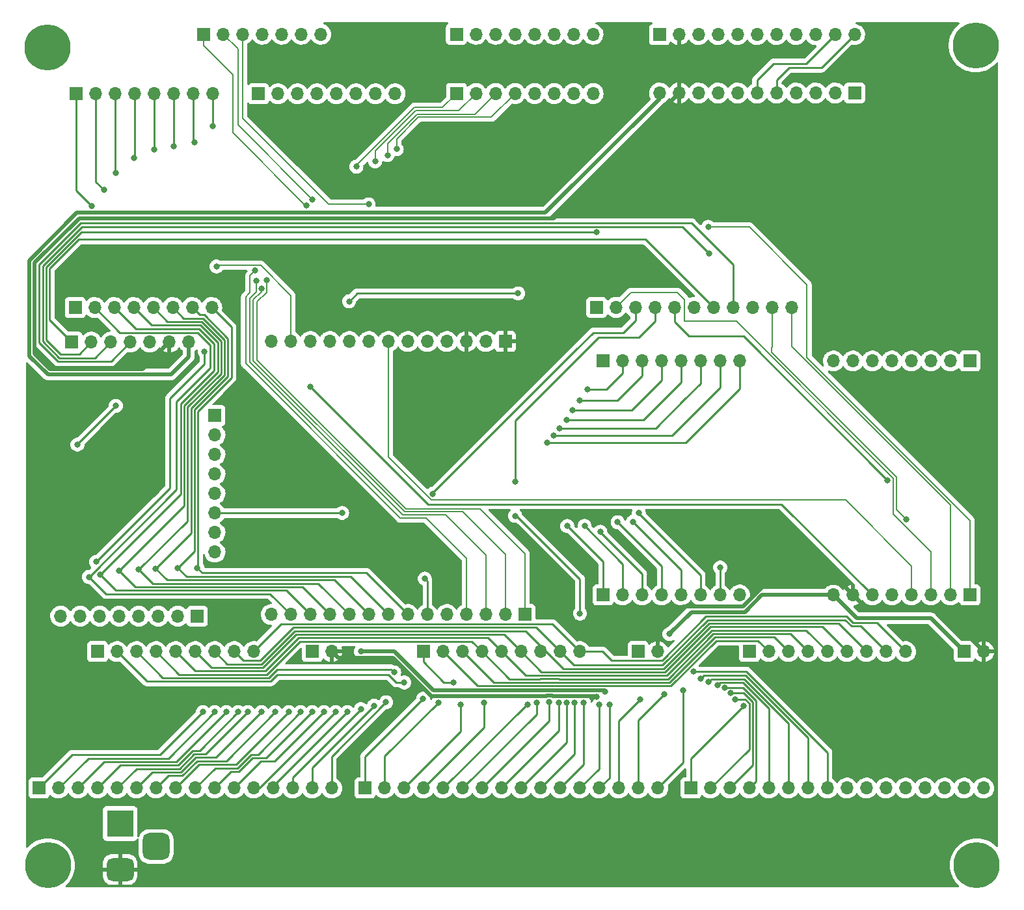
<source format=gbr>
%TF.GenerationSoftware,KiCad,Pcbnew,(6.0.0-0)*%
%TF.CreationDate,2022-01-17T16:58:40-05:00*%
%TF.ProjectId,ALU-Backplane,414c552d-4261-4636-9b70-6c616e652e6b,rev?*%
%TF.SameCoordinates,Original*%
%TF.FileFunction,Copper,L2,Bot*%
%TF.FilePolarity,Positive*%
%FSLAX46Y46*%
G04 Gerber Fmt 4.6, Leading zero omitted, Abs format (unit mm)*
G04 Created by KiCad (PCBNEW (6.0.0-0)) date 2022-01-17 16:58:40*
%MOMM*%
%LPD*%
G01*
G04 APERTURE LIST*
G04 Aperture macros list*
%AMRoundRect*
0 Rectangle with rounded corners*
0 $1 Rounding radius*
0 $2 $3 $4 $5 $6 $7 $8 $9 X,Y pos of 4 corners*
0 Add a 4 corners polygon primitive as box body*
4,1,4,$2,$3,$4,$5,$6,$7,$8,$9,$2,$3,0*
0 Add four circle primitives for the rounded corners*
1,1,$1+$1,$2,$3*
1,1,$1+$1,$4,$5*
1,1,$1+$1,$6,$7*
1,1,$1+$1,$8,$9*
0 Add four rect primitives between the rounded corners*
20,1,$1+$1,$2,$3,$4,$5,0*
20,1,$1+$1,$4,$5,$6,$7,0*
20,1,$1+$1,$6,$7,$8,$9,0*
20,1,$1+$1,$8,$9,$2,$3,0*%
G04 Aperture macros list end*
%TA.AperFunction,ComponentPad*%
%ADD10R,3.500000X3.500000*%
%TD*%
%TA.AperFunction,ComponentPad*%
%ADD11RoundRect,0.750000X1.000000X-0.750000X1.000000X0.750000X-1.000000X0.750000X-1.000000X-0.750000X0*%
%TD*%
%TA.AperFunction,ComponentPad*%
%ADD12RoundRect,0.875000X0.875000X-0.875000X0.875000X0.875000X-0.875000X0.875000X-0.875000X-0.875000X0*%
%TD*%
%TA.AperFunction,ComponentPad*%
%ADD13O,1.700000X1.700000*%
%TD*%
%TA.AperFunction,ComponentPad*%
%ADD14R,1.700000X1.700000*%
%TD*%
%TA.AperFunction,ComponentPad*%
%ADD15C,0.800000*%
%TD*%
%TA.AperFunction,ComponentPad*%
%ADD16C,6.000000*%
%TD*%
%TA.AperFunction,ViaPad*%
%ADD17C,0.800000*%
%TD*%
%TA.AperFunction,Conductor*%
%ADD18C,0.250000*%
%TD*%
%TA.AperFunction,Conductor*%
%ADD19C,0.500000*%
%TD*%
%TA.AperFunction,Conductor*%
%ADD20C,0.200000*%
%TD*%
G04 APERTURE END LIST*
D10*
%TO.P,J28,1*%
%TO.N,VCC*%
X96650000Y-137200000D03*
D11*
%TO.P,J28,2*%
%TO.N,GND*%
X96650000Y-143200000D03*
D12*
%TO.P,J28,3*%
%TO.N,N/C*%
X101350000Y-140200000D03*
%TD*%
D13*
%TO.P,J18,7,Pin_7*%
%TO.N,ZF*%
X122770000Y-34400000D03*
%TO.P,J18,6,Pin_6*%
%TO.N,OF*%
X120230000Y-34400000D03*
%TO.P,J18,5,Pin_5*%
%TO.N,SF*%
X117690000Y-34400000D03*
%TO.P,J18,4,Pin_4*%
%TO.N,CF*%
X115150000Y-34400000D03*
%TO.P,J18,3,Pin_3*%
%TO.N,~{LATCH_FLAGS}*%
X112610000Y-34400000D03*
%TO.P,J18,2,Pin_2*%
%TO.N,RESTORE_FLAGS*%
X110070000Y-34400000D03*
D14*
%TO.P,J18,1,Pin_1*%
%TO.N,~{FLAGS_OUT}*%
X107530000Y-34400000D03*
%TD*%
%TO.P,J21,1,Pin_1*%
%TO.N,~{SHIFTER_SHL}*%
X158654000Y-69984000D03*
D13*
%TO.P,J21,2,Pin_2*%
%TO.N,ADC_SBB*%
X161194000Y-69984000D03*
%TO.P,J21,3,Pin_3*%
%TO.N,~{AND}*%
X163734000Y-69984000D03*
%TO.P,J21,4,Pin_4*%
%TO.N,~{OR}*%
X166274000Y-69984000D03*
%TO.P,J21,5,Pin_5*%
%TO.N,~{XOR}*%
X168814000Y-69984000D03*
%TO.P,J21,6,Pin_6*%
%TO.N,ADDER_OUT*%
X171354000Y-69984000D03*
%TO.P,J21,7,Pin_7*%
%TO.N,~{SHIFTER_SHR}*%
X173894000Y-69984000D03*
%TO.P,J21,8,Pin_8*%
%TO.N,~{SHIFTER_ARI}*%
X176434000Y-69984000D03*
%TO.P,J21,9,Pin_9*%
%TO.N,~{SHIFTER_ROT}*%
X178974000Y-69984000D03*
%TO.P,J21,10,Pin_10*%
%TO.N,OP_MUX_SELECT*%
X181514000Y-69984000D03*
%TO.P,J21,11,Pin_11*%
%TO.N,TWOS_COMP*%
X184054000Y-69984000D03*
%TD*%
D14*
%TO.P,J27,1,Pin_1*%
%TO.N,BUS0*%
X140420000Y-34400000D03*
D13*
%TO.P,J27,2,Pin_2*%
%TO.N,BUS1*%
X142960000Y-34400000D03*
%TO.P,J27,3,Pin_3*%
%TO.N,BUS2*%
X145500000Y-34400000D03*
%TO.P,J27,4,Pin_4*%
%TO.N,BUS3*%
X148040000Y-34400000D03*
%TO.P,J27,5,Pin_5*%
%TO.N,BUS4*%
X150580000Y-34400000D03*
%TO.P,J27,6,Pin_6*%
%TO.N,BUS5*%
X153120000Y-34400000D03*
%TO.P,J27,7,Pin_7*%
%TO.N,BUS6*%
X155660000Y-34400000D03*
%TO.P,J27,8,Pin_8*%
%TO.N,BUS7*%
X158200000Y-34400000D03*
%TD*%
D14*
%TO.P,J26,1,Pin_1*%
%TO.N,VCC*%
X166850000Y-34450000D03*
D13*
%TO.P,J26,2,Pin_2*%
%TO.N,GND*%
X169390000Y-34450000D03*
%TO.P,J26,3,Pin_3*%
%TO.N,CLOCK*%
X171930000Y-34450000D03*
%TO.P,J26,4,Pin_4*%
%TO.N,~{LATCH_ACCUMULATOR}*%
X174470000Y-34450000D03*
%TO.P,J26,5,Pin_5*%
%TO.N,~{LATCH_B}*%
X177010000Y-34450000D03*
%TO.P,J26,6,Pin_6*%
%TO.N,ALU_FUNC_0*%
X179550000Y-34450000D03*
%TO.P,J26,7,Pin_7*%
%TO.N,ALU_FUNC_1*%
X182090000Y-34450000D03*
%TO.P,J26,8,Pin_8*%
%TO.N,ALU_FUNC_2*%
X184630000Y-34450000D03*
%TO.P,J26,9,Pin_9*%
%TO.N,ALU_FUNC_3*%
X187170000Y-34450000D03*
%TO.P,J26,10,Pin_10*%
%TO.N,ALU_FUNC_4*%
X189710000Y-34450000D03*
%TO.P,J26,11,Pin_11*%
%TO.N,ALU_FUNC_5*%
X192250000Y-34450000D03*
%TD*%
D14*
%TO.P,J24,1,Pin_1*%
%TO.N,A0*%
X90920000Y-42150000D03*
D13*
%TO.P,J24,2,Pin_2*%
%TO.N,A1*%
X93460000Y-42150000D03*
%TO.P,J24,3,Pin_3*%
%TO.N,A2*%
X96000000Y-42150000D03*
%TO.P,J24,4,Pin_4*%
%TO.N,A3*%
X98540000Y-42150000D03*
%TO.P,J24,5,Pin_5*%
%TO.N,A4*%
X101080000Y-42150000D03*
%TO.P,J24,6,Pin_6*%
%TO.N,A5*%
X103620000Y-42150000D03*
%TO.P,J24,7,Pin_7*%
%TO.N,A6*%
X106160000Y-42150000D03*
%TO.P,J24,8,Pin_8*%
%TO.N,A7*%
X108700000Y-42150000D03*
%TD*%
D14*
%TO.P,J25,1,Pin_1*%
%TO.N,B0*%
X114670000Y-42150000D03*
D13*
%TO.P,J25,2,Pin_2*%
%TO.N,B1*%
X117210000Y-42150000D03*
%TO.P,J25,3,Pin_3*%
%TO.N,B2*%
X119750000Y-42150000D03*
%TO.P,J25,4,Pin_4*%
%TO.N,B3*%
X122290000Y-42150000D03*
%TO.P,J25,5,Pin_5*%
%TO.N,B4*%
X124830000Y-42150000D03*
%TO.P,J25,6,Pin_6*%
%TO.N,B5*%
X127370000Y-42150000D03*
%TO.P,J25,7,Pin_7*%
%TO.N,B6*%
X129910000Y-42150000D03*
%TO.P,J25,8,Pin_8*%
%TO.N,B7*%
X132450000Y-42150000D03*
%TD*%
%TO.P,J23,8,Pin_8*%
%TO.N,Q7*%
X108590000Y-70000000D03*
%TO.P,J23,7,Pin_7*%
%TO.N,Q6*%
X106050000Y-70000000D03*
%TO.P,J23,6,Pin_6*%
%TO.N,Q5*%
X103510000Y-70000000D03*
%TO.P,J23,5,Pin_5*%
%TO.N,Q4*%
X100970000Y-70000000D03*
%TO.P,J23,4,Pin_4*%
%TO.N,Q3*%
X98430000Y-70000000D03*
%TO.P,J23,3,Pin_3*%
%TO.N,Q2*%
X95890000Y-70000000D03*
%TO.P,J23,2,Pin_2*%
%TO.N,Q1*%
X93350000Y-70000000D03*
D14*
%TO.P,J23,1,Pin_1*%
%TO.N,Q0*%
X90810000Y-70000000D03*
%TD*%
%TO.P,J22,1,Pin_1*%
%TO.N,BUS0*%
X140425000Y-42114000D03*
D13*
%TO.P,J22,2,Pin_2*%
%TO.N,BUS1*%
X142965000Y-42114000D03*
%TO.P,J22,3,Pin_3*%
%TO.N,BUS2*%
X145505000Y-42114000D03*
%TO.P,J22,4,Pin_4*%
%TO.N,BUS3*%
X148045000Y-42114000D03*
%TO.P,J22,5,Pin_5*%
%TO.N,BUS4*%
X150585000Y-42114000D03*
%TO.P,J22,6,Pin_6*%
%TO.N,BUS5*%
X153125000Y-42114000D03*
%TO.P,J22,7,Pin_7*%
%TO.N,BUS6*%
X155665000Y-42114000D03*
%TO.P,J22,8,Pin_8*%
%TO.N,BUS7*%
X158205000Y-42114000D03*
%TD*%
D14*
%TO.P,J20,1,Pin_1*%
%TO.N,ALU_FUNC_3*%
X192260000Y-42059000D03*
D13*
%TO.P,J20,2,Pin_2*%
%TO.N,ALU_FUNC_2*%
X189720000Y-42059000D03*
%TO.P,J20,3,Pin_3*%
%TO.N,ALU_FUNC_1*%
X187180000Y-42059000D03*
%TO.P,J20,4,Pin_4*%
%TO.N,ALU_FUNC_0*%
X184640000Y-42059000D03*
%TO.P,J20,5,Pin_5*%
%TO.N,ALU_FUNC_5*%
X182100000Y-42059000D03*
%TO.P,J20,6,Pin_6*%
%TO.N,ALU_FUNC_4*%
X179560000Y-42059000D03*
%TO.P,J20,7,Pin_7*%
%TO.N,~{LATCH_B}*%
X177020000Y-42059000D03*
%TO.P,J20,8,Pin_8*%
%TO.N,~{LATCH_ACCUMULATOR}*%
X174480000Y-42059000D03*
%TO.P,J20,9,Pin_9*%
%TO.N,CLOCK*%
X171940000Y-42059000D03*
%TO.P,J20,10,Pin_10*%
%TO.N,GND*%
X169400000Y-42059000D03*
%TO.P,J20,11,Pin_11*%
%TO.N,VCC*%
X166860000Y-42059000D03*
%TD*%
D14*
%TO.P,J3,1,Pin_1*%
%TO.N,GND*%
X146812000Y-74422000D03*
D13*
%TO.P,J3,2,Pin_2*%
%TO.N,VCC*%
X144272000Y-74422000D03*
%TO.P,J3,3,Pin_3*%
%TO.N,GND*%
X141732000Y-74422000D03*
%TO.P,J3,4,Pin_4*%
%TO.N,ZF*%
X139192000Y-74422000D03*
%TO.P,J3,5,Pin_5*%
%TO.N,OF*%
X136652000Y-74422000D03*
%TO.P,J3,6,Pin_6*%
%TO.N,SF*%
X134112000Y-74422000D03*
%TO.P,J3,7,Pin_7*%
%TO.N,CF*%
X131572000Y-74422000D03*
%TO.P,J3,8,Pin_8*%
%TO.N,~{LATCH_FLAGS}*%
X129032000Y-74422000D03*
%TO.P,J3,9,Pin_9*%
%TO.N,CLOCK*%
X126492000Y-74422000D03*
%TO.P,J3,10,Pin_10*%
%TO.N,RESTORE_FLAGS*%
X123952000Y-74422000D03*
%TO.P,J3,11,Pin_11*%
%TO.N,ACO*%
X121412000Y-74422000D03*
%TO.P,J3,12,Pin_12*%
%TO.N,SHIFTER_CO*%
X118872000Y-74422000D03*
%TO.P,J3,13,Pin_13*%
%TO.N,~{FLAGS_OUT}*%
X116332000Y-74422000D03*
%TD*%
D14*
%TO.P,J4,1,Pin_1*%
%TO.N,BUS0*%
X149352000Y-109982000D03*
D13*
%TO.P,J4,2,Pin_2*%
%TO.N,BUS1*%
X146812000Y-109982000D03*
%TO.P,J4,3,Pin_3*%
%TO.N,BUS2*%
X144272000Y-109982000D03*
%TO.P,J4,4,Pin_4*%
%TO.N,BUS3*%
X141732000Y-109982000D03*
%TO.P,J4,5,Pin_5*%
%TO.N,B7*%
X139192000Y-109982000D03*
%TO.P,J4,6,Pin_6*%
%TO.N,A7*%
X136652000Y-109982000D03*
%TO.P,J4,7,Pin_7*%
%TO.N,Q7*%
X134112000Y-109982000D03*
%TO.P,J4,8,Pin_8*%
%TO.N,Q6*%
X131572000Y-109982000D03*
%TO.P,J4,9,Pin_9*%
%TO.N,Q5*%
X129032000Y-109982000D03*
%TO.P,J4,10,Pin_10*%
%TO.N,Q4*%
X126492000Y-109982000D03*
%TO.P,J4,11,Pin_11*%
%TO.N,Q3*%
X123952000Y-109982000D03*
%TO.P,J4,12,Pin_12*%
%TO.N,Q2*%
X121412000Y-109982000D03*
%TO.P,J4,13,Pin_13*%
%TO.N,Q1*%
X118872000Y-109982000D03*
%TO.P,J4,14,Pin_14*%
%TO.N,Q0*%
X116332000Y-109982000D03*
%TD*%
D14*
%TO.P,J5,1,Pin_1*%
%TO.N,B0*%
X159512000Y-76962000D03*
D13*
%TO.P,J5,2,Pin_2*%
%TO.N,B1*%
X162052000Y-76962000D03*
%TO.P,J5,3,Pin_3*%
%TO.N,B2*%
X164592000Y-76962000D03*
%TO.P,J5,4,Pin_4*%
%TO.N,B3*%
X167132000Y-76962000D03*
%TO.P,J5,5,Pin_5*%
%TO.N,B4*%
X169672000Y-76962000D03*
%TO.P,J5,6,Pin_6*%
%TO.N,B5*%
X172212000Y-76962000D03*
%TO.P,J5,7,Pin_7*%
%TO.N,B6*%
X174752000Y-76962000D03*
%TO.P,J5,8,Pin_8*%
%TO.N,B7*%
X177292000Y-76962000D03*
%TD*%
D14*
%TO.P,J6,1,Pin_1*%
%TO.N,Q7*%
X207264000Y-76962000D03*
D13*
%TO.P,J6,2,Pin_2*%
%TO.N,Q6*%
X204724000Y-76962000D03*
%TO.P,J6,3,Pin_3*%
%TO.N,Q5*%
X202184000Y-76962000D03*
%TO.P,J6,4,Pin_4*%
%TO.N,Q4*%
X199644000Y-76962000D03*
%TO.P,J6,5,Pin_5*%
%TO.N,Q3*%
X197104000Y-76962000D03*
%TO.P,J6,6,Pin_6*%
%TO.N,Q2*%
X194564000Y-76962000D03*
%TO.P,J6,7,Pin_7*%
%TO.N,Q1*%
X192024000Y-76962000D03*
%TO.P,J6,8,Pin_8*%
%TO.N,Q0*%
X189484000Y-76962000D03*
%TD*%
D14*
%TO.P,J7,1,Pin_1*%
%TO.N,ADDER_OUT*%
X207264000Y-107442000D03*
D13*
%TO.P,J7,2,Pin_2*%
%TO.N,TWOS_COMP*%
X204724000Y-107442000D03*
%TO.P,J7,3,Pin_3*%
%TO.N,ADC_SBB*%
X202184000Y-107442000D03*
%TO.P,J7,4,Pin_4*%
%TO.N,CF*%
X199644000Y-107442000D03*
%TO.P,J7,5,Pin_5*%
%TO.N,OP_MUX_SELECT*%
X197104000Y-107442000D03*
%TO.P,J7,6,Pin_6*%
%TO.N,ACO*%
X194564000Y-107442000D03*
%TO.P,J7,7,Pin_7*%
%TO.N,GND*%
X192024000Y-107442000D03*
%TO.P,J7,8,Pin_8*%
%TO.N,VCC*%
X189484000Y-107442000D03*
%TD*%
D14*
%TO.P,J8,1,Pin_1*%
%TO.N,A0*%
X159512000Y-107442000D03*
D13*
%TO.P,J8,2,Pin_2*%
%TO.N,A1*%
X162052000Y-107442000D03*
%TO.P,J8,3,Pin_3*%
%TO.N,A2*%
X164592000Y-107442000D03*
%TO.P,J8,4,Pin_4*%
%TO.N,A3*%
X167132000Y-107442000D03*
%TO.P,J8,5,Pin_5*%
%TO.N,A4*%
X169672000Y-107442000D03*
%TO.P,J8,6,Pin_6*%
%TO.N,A5*%
X172212000Y-107442000D03*
%TO.P,J8,7,Pin_7*%
%TO.N,A6*%
X174752000Y-107442000D03*
%TO.P,J8,8,Pin_8*%
%TO.N,A7*%
X177292000Y-107442000D03*
%TD*%
D14*
%TO.P,J9,1,Pin_1*%
%TO.N,B7*%
X86106000Y-132588000D03*
D13*
%TO.P,J9,2,Pin_2*%
%TO.N,B6*%
X88646000Y-132588000D03*
%TO.P,J9,3,Pin_3*%
%TO.N,B5*%
X91186000Y-132588000D03*
%TO.P,J9,4,Pin_4*%
%TO.N,B4*%
X93726000Y-132588000D03*
%TO.P,J9,5,Pin_5*%
%TO.N,B3*%
X96266000Y-132588000D03*
%TO.P,J9,6,Pin_6*%
%TO.N,B2*%
X98806000Y-132588000D03*
%TO.P,J9,7,Pin_7*%
%TO.N,B1*%
X101346000Y-132588000D03*
%TO.P,J9,8,Pin_8*%
%TO.N,B0*%
X103886000Y-132588000D03*
%TO.P,J9,9,Pin_9*%
%TO.N,A7*%
X106426000Y-132588000D03*
%TO.P,J9,10,Pin_10*%
%TO.N,A6*%
X108966000Y-132588000D03*
%TO.P,J9,11,Pin_11*%
%TO.N,A5*%
X111506000Y-132588000D03*
%TO.P,J9,12,Pin_12*%
%TO.N,A4*%
X114046000Y-132588000D03*
%TO.P,J9,13,Pin_13*%
%TO.N,A3*%
X116586000Y-132588000D03*
%TO.P,J9,14,Pin_14*%
%TO.N,A2*%
X119126000Y-132588000D03*
%TO.P,J9,15,Pin_15*%
%TO.N,A1*%
X121666000Y-132588000D03*
%TO.P,J9,16,Pin_16*%
%TO.N,A0*%
X124206000Y-132588000D03*
%TD*%
D14*
%TO.P,J10,1,Pin_1*%
%TO.N,~{AND}*%
X93726000Y-114808000D03*
D13*
%TO.P,J10,2,Pin_2*%
%TO.N,Q0*%
X96266000Y-114808000D03*
%TO.P,J10,3,Pin_3*%
%TO.N,Q1*%
X98806000Y-114808000D03*
%TO.P,J10,4,Pin_4*%
%TO.N,Q2*%
X101346000Y-114808000D03*
%TO.P,J10,5,Pin_5*%
%TO.N,Q3*%
X103886000Y-114808000D03*
%TO.P,J10,6,Pin_6*%
%TO.N,Q4*%
X106426000Y-114808000D03*
%TO.P,J10,7,Pin_7*%
%TO.N,Q5*%
X108966000Y-114808000D03*
%TO.P,J10,8,Pin_8*%
%TO.N,Q6*%
X111506000Y-114808000D03*
%TO.P,J10,9,Pin_9*%
%TO.N,Q7*%
X114046000Y-114808000D03*
%TD*%
D14*
%TO.P,J11,1,Pin_1*%
%TO.N,VCC*%
X121666000Y-114808000D03*
D13*
%TO.P,J11,2,Pin_2*%
%TO.N,GND*%
X124206000Y-114808000D03*
%TD*%
D14*
%TO.P,J12,1,Pin_1*%
%TO.N,B7*%
X128524000Y-132588000D03*
D13*
%TO.P,J12,2,Pin_2*%
%TO.N,B6*%
X131064000Y-132588000D03*
%TO.P,J12,3,Pin_3*%
%TO.N,B5*%
X133604000Y-132588000D03*
%TO.P,J12,4,Pin_4*%
%TO.N,B4*%
X136144000Y-132588000D03*
%TO.P,J12,5,Pin_5*%
%TO.N,B3*%
X138684000Y-132588000D03*
%TO.P,J12,6,Pin_6*%
%TO.N,B2*%
X141224000Y-132588000D03*
%TO.P,J12,7,Pin_7*%
%TO.N,B1*%
X143764000Y-132588000D03*
%TO.P,J12,8,Pin_8*%
%TO.N,B0*%
X146304000Y-132588000D03*
%TO.P,J12,9,Pin_9*%
%TO.N,A7*%
X148844000Y-132588000D03*
%TO.P,J12,10,Pin_10*%
%TO.N,A6*%
X151384000Y-132588000D03*
%TO.P,J12,11,Pin_11*%
%TO.N,A5*%
X153924000Y-132588000D03*
%TO.P,J12,12,Pin_12*%
%TO.N,A4*%
X156464000Y-132588000D03*
%TO.P,J12,13,Pin_13*%
%TO.N,A3*%
X159004000Y-132588000D03*
%TO.P,J12,14,Pin_14*%
%TO.N,A2*%
X161544000Y-132588000D03*
%TO.P,J12,15,Pin_15*%
%TO.N,A1*%
X164084000Y-132588000D03*
%TO.P,J12,16,Pin_16*%
%TO.N,A0*%
X166624000Y-132588000D03*
%TD*%
D14*
%TO.P,J13,1,Pin_1*%
%TO.N,~{OR}*%
X136144000Y-114808000D03*
D13*
%TO.P,J13,2,Pin_2*%
%TO.N,Q0*%
X138684000Y-114808000D03*
%TO.P,J13,3,Pin_3*%
%TO.N,Q1*%
X141224000Y-114808000D03*
%TO.P,J13,4,Pin_4*%
%TO.N,Q2*%
X143764000Y-114808000D03*
%TO.P,J13,5,Pin_5*%
%TO.N,Q3*%
X146304000Y-114808000D03*
%TO.P,J13,6,Pin_6*%
%TO.N,Q4*%
X148844000Y-114808000D03*
%TO.P,J13,7,Pin_7*%
%TO.N,Q5*%
X151384000Y-114808000D03*
%TO.P,J13,8,Pin_8*%
%TO.N,Q6*%
X153924000Y-114808000D03*
%TO.P,J13,9,Pin_9*%
%TO.N,Q7*%
X156464000Y-114808000D03*
%TD*%
D14*
%TO.P,J14,1,Pin_1*%
%TO.N,VCC*%
X164084000Y-114808000D03*
D13*
%TO.P,J14,2,Pin_2*%
%TO.N,GND*%
X166624000Y-114808000D03*
%TD*%
D14*
%TO.P,J15,1,Pin_1*%
%TO.N,B7*%
X170942000Y-132588000D03*
D13*
%TO.P,J15,2,Pin_2*%
%TO.N,B6*%
X173482000Y-132588000D03*
%TO.P,J15,3,Pin_3*%
%TO.N,B5*%
X176022000Y-132588000D03*
%TO.P,J15,4,Pin_4*%
%TO.N,B4*%
X178562000Y-132588000D03*
%TO.P,J15,5,Pin_5*%
%TO.N,B3*%
X181102000Y-132588000D03*
%TO.P,J15,6,Pin_6*%
%TO.N,B2*%
X183642000Y-132588000D03*
%TO.P,J15,7,Pin_7*%
%TO.N,B1*%
X186182000Y-132588000D03*
%TO.P,J15,8,Pin_8*%
%TO.N,B0*%
X188722000Y-132588000D03*
%TO.P,J15,9,Pin_9*%
%TO.N,A7*%
X191262000Y-132588000D03*
%TO.P,J15,10,Pin_10*%
%TO.N,A6*%
X193802000Y-132588000D03*
%TO.P,J15,11,Pin_11*%
%TO.N,A5*%
X196342000Y-132588000D03*
%TO.P,J15,12,Pin_12*%
%TO.N,A4*%
X198882000Y-132588000D03*
%TO.P,J15,13,Pin_13*%
%TO.N,A3*%
X201422000Y-132588000D03*
%TO.P,J15,14,Pin_14*%
%TO.N,A2*%
X203962000Y-132588000D03*
%TO.P,J15,15,Pin_15*%
%TO.N,A1*%
X206502000Y-132588000D03*
%TO.P,J15,16,Pin_16*%
%TO.N,A0*%
X209042000Y-132588000D03*
%TD*%
D14*
%TO.P,J16,1,Pin_1*%
%TO.N,~{XOR}*%
X178562000Y-114808000D03*
D13*
%TO.P,J16,2,Pin_2*%
%TO.N,Q0*%
X181102000Y-114808000D03*
%TO.P,J16,3,Pin_3*%
%TO.N,Q1*%
X183642000Y-114808000D03*
%TO.P,J16,4,Pin_4*%
%TO.N,Q2*%
X186182000Y-114808000D03*
%TO.P,J16,5,Pin_5*%
%TO.N,Q3*%
X188722000Y-114808000D03*
%TO.P,J16,6,Pin_6*%
%TO.N,Q4*%
X191262000Y-114808000D03*
%TO.P,J16,7,Pin_7*%
%TO.N,Q5*%
X193802000Y-114808000D03*
%TO.P,J16,8,Pin_8*%
%TO.N,Q6*%
X196342000Y-114808000D03*
%TO.P,J16,9,Pin_9*%
%TO.N,Q7*%
X198882000Y-114808000D03*
%TD*%
D14*
%TO.P,J17,1,Pin_1*%
%TO.N,VCC*%
X206502000Y-114808000D03*
D13*
%TO.P,J17,2,Pin_2*%
%TO.N,GND*%
X209042000Y-114808000D03*
%TD*%
D15*
%TO.P,REF\u002A\u002A,1*%
%TO.N,N/C*%
X87200000Y-38400000D03*
D16*
X87200000Y-36150000D03*
D15*
X84950000Y-36150000D03*
X87200000Y-33900000D03*
X88790990Y-34559010D03*
X85609010Y-34559010D03*
X85609010Y-37740990D03*
X88790990Y-37740990D03*
X89450000Y-36150000D03*
%TD*%
%TO.P,REF\u002A\u002A,1*%
%TO.N,N/C*%
X88840990Y-144240990D03*
X87250000Y-140400000D03*
X87250000Y-144900000D03*
X89500000Y-142650000D03*
X85659010Y-144240990D03*
X88840990Y-141059010D03*
D16*
X87250000Y-142650000D03*
D15*
X85000000Y-142650000D03*
X85659010Y-141059010D03*
%TD*%
%TO.P,REF\u002A\u002A,1*%
%TO.N,N/C*%
X205900000Y-142650000D03*
X209740990Y-144240990D03*
D16*
X208150000Y-142650000D03*
D15*
X206559010Y-144240990D03*
X206559010Y-141059010D03*
X209740990Y-141059010D03*
X208150000Y-140400000D03*
X208150000Y-144900000D03*
X210400000Y-142650000D03*
%TD*%
%TO.P,REF\u002A\u002A,1*%
%TO.N,N/C*%
X206409010Y-37440990D03*
X210250000Y-35850000D03*
X206409010Y-34259010D03*
X205750000Y-35850000D03*
X209590990Y-34259010D03*
X208000000Y-33600000D03*
X209590990Y-37440990D03*
D16*
X208000000Y-35850000D03*
D15*
X208000000Y-38100000D03*
%TD*%
D14*
%TO.P,J2,1,Pin_1*%
%TO.N,Q7*%
X106700000Y-110200000D03*
D13*
%TO.P,J2,2,Pin_2*%
%TO.N,Q6*%
X104160000Y-110200000D03*
%TO.P,J2,3,Pin_3*%
%TO.N,Q5*%
X101620000Y-110200000D03*
%TO.P,J2,4,Pin_4*%
%TO.N,Q4*%
X99080000Y-110200000D03*
%TO.P,J2,5,Pin_5*%
%TO.N,Q3*%
X96540000Y-110200000D03*
%TO.P,J2,6,Pin_6*%
%TO.N,Q2*%
X94000000Y-110200000D03*
%TO.P,J2,7,Pin_7*%
%TO.N,Q1*%
X91460000Y-110200000D03*
%TO.P,J2,8,Pin_8*%
%TO.N,Q0*%
X88920000Y-110200000D03*
%TD*%
D14*
%TO.P,J19,1,Pin_1*%
%TO.N,~{SHIFTER_SHR}*%
X90375000Y-74500000D03*
D13*
%TO.P,J19,2,Pin_2*%
%TO.N,~{SHIFTER_SHL}*%
X92915000Y-74500000D03*
%TO.P,J19,3,Pin_3*%
%TO.N,~{SHIFTER_ROT}*%
X95455000Y-74500000D03*
%TO.P,J19,4,Pin_4*%
%TO.N,~{SHIFTER_ARI}*%
X97995000Y-74500000D03*
%TO.P,J19,5,Pin_5*%
%TO.N,SHIFTER_CO*%
X100535000Y-74500000D03*
%TO.P,J19,6,Pin_6*%
%TO.N,GND*%
X103075000Y-74500000D03*
%TO.P,J19,7,Pin_7*%
%TO.N,VCC*%
X105615000Y-74500000D03*
%TD*%
D14*
%TO.P,J1,1,Pin_1*%
%TO.N,A0*%
X109000000Y-84070000D03*
D13*
%TO.P,J1,2,Pin_2*%
%TO.N,A1*%
X109000000Y-86610000D03*
%TO.P,J1,3,Pin_3*%
%TO.N,A2*%
X109000000Y-89150000D03*
%TO.P,J1,4,Pin_4*%
%TO.N,A3*%
X109000000Y-91690000D03*
%TO.P,J1,5,Pin_5*%
%TO.N,A4*%
X109000000Y-94230000D03*
%TO.P,J1,6,Pin_6*%
%TO.N,A5*%
X109000000Y-96770000D03*
%TO.P,J1,7,Pin_7*%
%TO.N,A6*%
X109000000Y-99310000D03*
%TO.P,J1,8,Pin_8*%
%TO.N,A7*%
X109000000Y-101850000D03*
%TD*%
D17*
%TO.N,CLOCK*%
X148450000Y-68150000D03*
X126450000Y-69200000D03*
%TO.N,OP_MUX_SELECT*%
X198950000Y-97600000D03*
%TO.N,ADDER_OUT*%
X173200000Y-59500000D03*
%TO.N,BUS3*%
X132650000Y-49350000D03*
X114200000Y-65200000D03*
%TO.N,BUS2*%
X114350000Y-66500000D03*
X131450000Y-50150000D03*
%TO.N,BUS1*%
X129850000Y-50950000D03*
X115049500Y-67500000D03*
%TO.N,BUS0*%
X115749000Y-66469622D03*
X127400000Y-51649500D03*
%TO.N,A5*%
X164150000Y-96750000D03*
X125550000Y-96750000D03*
%TO.N,SHIFTER_CO*%
X109200000Y-64650000D03*
%TO.N,~{FLAGS_OUT}*%
X120869622Y-56719622D03*
%TO.N,RESTORE_FLAGS*%
X121694622Y-55894622D03*
%TO.N,~{LATCH_FLAGS}*%
X129000000Y-56550000D03*
%TO.N,Q0*%
X107650000Y-75750000D03*
X93549901Y-103125499D03*
%TO.N,~{AND}*%
X137350000Y-94250000D03*
X91100000Y-87850000D03*
X96100000Y-82800000D03*
%TO.N,~{XOR}*%
X196520705Y-92474943D03*
%TO.N,~{OR}*%
X148063173Y-97125500D03*
X148050000Y-92650000D03*
X156500000Y-109850000D03*
X140050000Y-118800000D03*
%TO.N,~{SHIFTER_SHL}*%
X158700000Y-60174011D03*
%TO.N,~{SHIFTER_ROT}*%
X173350000Y-62950000D03*
%TO.N,B7*%
X152250000Y-87600000D03*
%TO.N,B6*%
X153050000Y-86650000D03*
%TO.N,B5*%
X153850000Y-85750000D03*
%TO.N,B4*%
X154750000Y-84600000D03*
%TO.N,B3*%
X155550000Y-83350000D03*
%TO.N,B2*%
X156450000Y-82100000D03*
%TO.N,B1*%
X157500000Y-80650000D03*
%TO.N,A7*%
X108700000Y-46400000D03*
%TO.N,A6*%
X106300000Y-48524500D03*
%TO.N,A5*%
X103665055Y-48974011D03*
%TO.N,A4*%
X101100000Y-49423522D03*
%TO.N,A3*%
X98500000Y-50550000D03*
%TO.N,A2*%
X96115855Y-52465855D03*
%TO.N,A1*%
X94533707Y-54683707D03*
%TO.N,A0*%
X93005276Y-56800500D03*
%TO.N,VCC*%
X168148000Y-112522000D03*
X128016000Y-114808000D03*
X159766000Y-120011076D03*
%TO.N,GND*%
X158639744Y-120738010D03*
%TO.N,Q0*%
X133637952Y-118838048D03*
%TO.N,Q1*%
X132325718Y-117525814D03*
X92600000Y-105100000D03*
%TO.N,Q2*%
X94050000Y-104800000D03*
%TO.N,Q3*%
X96550000Y-104300000D03*
%TO.N,Q4*%
X99100000Y-104150000D03*
%TO.N,Q5*%
X101250000Y-104000000D03*
%TO.N,Q6*%
X104150000Y-103900000D03*
%TO.N,Q7*%
X106700000Y-103900000D03*
%TO.N,ACO*%
X121450000Y-80350000D03*
%TO.N,A7*%
X136300000Y-105300000D03*
X120142000Y-122682000D03*
X154790186Y-121438021D03*
%TO.N,B7*%
X177800000Y-121920000D03*
X136086013Y-120954891D03*
X107442000Y-122682000D03*
%TO.N,B6*%
X138055131Y-121438021D03*
X176661070Y-121054155D03*
X108966000Y-122682000D03*
%TO.N,B5*%
X141000407Y-121692020D03*
X176092940Y-120231821D03*
X110490000Y-122682000D03*
%TO.N,B4*%
X144047285Y-121438021D03*
X112014000Y-122682000D03*
X175354939Y-119557758D03*
%TO.N,B3*%
X174422472Y-119197883D03*
X149710360Y-121692020D03*
X113284000Y-122682000D03*
%TO.N,B2*%
X115062000Y-122682000D03*
X150854740Y-121438021D03*
X173228000Y-118777021D03*
%TO.N,B1*%
X152523044Y-121395028D03*
X116840000Y-122682000D03*
X172212000Y-118327010D03*
%TO.N,B0*%
X118618000Y-122682000D03*
X153790173Y-121438021D03*
X171249599Y-117401599D03*
%TO.N,A6*%
X155790199Y-121438021D03*
X174750000Y-103850000D03*
X121666000Y-122682000D03*
%TO.N,A5*%
X156980662Y-121438021D03*
X123190000Y-122682000D03*
%TO.N,A4*%
X163400000Y-97900000D03*
X124714000Y-122682000D03*
X158970873Y-121711087D03*
%TO.N,A3*%
X126238000Y-122682000D03*
X160344617Y-121711087D03*
X161400000Y-97950000D03*
%TO.N,A2*%
X127990532Y-122304924D03*
X164364021Y-121052099D03*
X159150000Y-99200000D03*
%TO.N,A1*%
X167489238Y-120359010D03*
X157100000Y-98450000D03*
X129707232Y-121854913D03*
%TO.N,A0*%
X154850000Y-98450000D03*
X131272640Y-121404902D03*
X169956921Y-119858858D03*
%TD*%
D18*
%TO.N,Q3*%
X152368137Y-117922968D02*
X152368134Y-117922968D01*
%TO.N,Q4*%
X148844000Y-114808000D02*
X151497574Y-117461574D01*
%TO.N,Q5*%
X119398634Y-112120956D02*
X149430609Y-112120956D01*
X154345667Y-117036011D02*
X167407813Y-117036011D01*
%TO.N,Q1*%
X151457258Y-118821995D02*
X151443198Y-118836055D01*
%TO.N,Q2*%
X153788588Y-118386044D02*
X167967013Y-118386044D01*
%TO.N,Q3*%
X152368128Y-117922971D02*
X152368126Y-117922973D01*
D19*
%TO.N,VCC*%
X159642924Y-119888000D02*
X159766000Y-120011076D01*
D18*
%TO.N,Q0*%
X138684000Y-114808000D02*
X143162066Y-119286066D01*
%TO.N,Q4*%
X154147413Y-117473464D02*
X154147416Y-117473467D01*
%TO.N,Q0*%
X153417202Y-119286066D02*
X168339813Y-119286066D01*
%TO.N,Q1*%
X153602895Y-118836055D02*
X153588830Y-118821990D01*
%TO.N,Q4*%
X173489180Y-111591055D02*
X188045055Y-111591055D01*
%TO.N,Q3*%
X151237745Y-117873981D02*
X151169165Y-117922967D01*
X153961225Y-117922977D02*
X153961222Y-117922977D01*
X152368126Y-117922973D02*
X151898219Y-117922972D01*
D19*
%TO.N,VCC*%
X151881422Y-119846016D02*
X153164668Y-119846017D01*
X132334000Y-114808000D02*
X137414000Y-119888000D01*
D18*
%TO.N,Q3*%
X188722000Y-114808000D02*
X185955066Y-112041066D01*
%TO.N,Q5*%
X154333609Y-117023956D02*
X154333613Y-117023957D01*
X173302780Y-111141044D02*
X190135044Y-111141044D01*
%TO.N,Q2*%
X153775025Y-118372485D02*
X153775028Y-118372488D01*
D19*
%TO.N,GND*%
X124206000Y-114808000D02*
X125056002Y-115658002D01*
D18*
%TO.N,B1*%
X143764000Y-132588000D02*
X152523044Y-123828956D01*
%TO.N,Q4*%
X151497574Y-117461574D02*
X153198755Y-117461574D01*
%TO.N,Q5*%
X110591012Y-116433012D02*
X115086578Y-116433012D01*
%TO.N,Q2*%
X173861980Y-112491077D02*
X183865077Y-112491077D01*
%TO.N,Q0*%
X153402641Y-119271509D02*
X153402645Y-119271509D01*
X153402645Y-119271509D02*
X153417202Y-119286066D01*
X174234780Y-113391099D02*
X179685099Y-113391099D01*
%TO.N,Q2*%
X167967013Y-118386044D02*
X173861980Y-112491077D01*
%TO.N,Q3*%
X153961219Y-117922974D02*
X153161587Y-117922973D01*
X144525999Y-113029999D02*
X132005597Y-113029998D01*
%TO.N,Q2*%
X153775028Y-118372488D02*
X153775032Y-118372488D01*
D19*
%TO.N,VCC*%
X137414000Y-119888000D02*
X151839437Y-119888000D01*
D18*
%TO.N,Q4*%
X154159974Y-117486022D02*
X167594213Y-117486022D01*
D19*
%TO.N,GND*%
X152171168Y-120545527D02*
X152874920Y-120545527D01*
D18*
%TO.N,Q1*%
X183642000Y-114808000D02*
X181775088Y-112941088D01*
%TO.N,Q4*%
X167594213Y-117486022D02*
X173489180Y-111591055D01*
%TO.N,Q3*%
X119894202Y-113020978D02*
X115582146Y-117333034D01*
X152368134Y-117922968D02*
X152368131Y-117922971D01*
X152368131Y-117922971D02*
X152368128Y-117922971D01*
X151084887Y-117922967D02*
X151084880Y-117922974D01*
X151071812Y-117936033D02*
X149432033Y-117936033D01*
%TO.N,Q5*%
X108966000Y-114808000D02*
X110591012Y-116433012D01*
%TO.N,Q2*%
X151257505Y-118386044D02*
X151271064Y-118372485D01*
%TO.N,Q3*%
X115582146Y-117333034D02*
X106411034Y-117333034D01*
%TO.N,Q0*%
X151628891Y-119286066D02*
X151643451Y-119271506D01*
D19*
%TO.N,VCC*%
X153164668Y-119846017D02*
X153206650Y-119888000D01*
D18*
%TO.N,Q5*%
X167407813Y-117036011D02*
X173302780Y-111141044D01*
%TO.N,Q2*%
X153775032Y-118372488D02*
X153788588Y-118386044D01*
%TO.N,Q3*%
X131996577Y-113020978D02*
X119894202Y-113020978D01*
%TO.N,Q4*%
X188045055Y-111591055D02*
X191262000Y-114808000D01*
%TO.N,Q3*%
X152368140Y-117922965D02*
X152368137Y-117922968D01*
%TO.N,Q2*%
X183865077Y-112491077D02*
X186182000Y-114808000D01*
%TO.N,Q3*%
X153161587Y-117922973D02*
X152368140Y-117922965D01*
%TO.N,Q2*%
X151271064Y-118372485D02*
X153775025Y-118372485D01*
%TO.N,Q1*%
X145252055Y-118836055D02*
X141224000Y-114808000D01*
%TO.N,Q4*%
X154147419Y-117473467D02*
X154159974Y-117486022D01*
X153210644Y-117473463D02*
X154147413Y-117473464D01*
%TO.N,Q1*%
X181775088Y-112941088D02*
X174048380Y-112941088D01*
%TO.N,B1*%
X152523044Y-123828956D02*
X152523044Y-121395028D01*
%TO.N,Q3*%
X153974281Y-117936033D02*
X153961225Y-117922977D01*
%TO.N,Q0*%
X143162066Y-119286066D02*
X151628891Y-119286066D01*
X168339813Y-119286066D02*
X174234780Y-113391099D01*
D19*
%TO.N,GND*%
X152128684Y-120588011D02*
X152171168Y-120545527D01*
D18*
%TO.N,Q5*%
X190135044Y-111141044D02*
X193802000Y-114808000D01*
D19*
%TO.N,GND*%
X152917404Y-120588011D02*
X158489745Y-120588011D01*
D18*
%TO.N,Q3*%
X151169165Y-117922967D02*
X151084887Y-117922967D01*
X151898219Y-117922972D02*
X151531670Y-117922968D01*
X173675580Y-112041066D02*
X167780613Y-117936033D01*
%TO.N,Q1*%
X151457269Y-118821990D02*
X151457262Y-118821995D01*
%TO.N,Q0*%
X179685099Y-113391099D02*
X181102000Y-114808000D01*
%TO.N,Q4*%
X153198755Y-117461574D02*
X153210644Y-117473463D01*
%TO.N,Q3*%
X106411034Y-117333034D02*
X103886000Y-114808000D01*
D19*
%TO.N,GND*%
X125056002Y-115658002D02*
X132194037Y-115658002D01*
D18*
%TO.N,Q1*%
X151443198Y-118836055D02*
X145252055Y-118836055D01*
%TO.N,Q4*%
X154147416Y-117473467D02*
X154147419Y-117473467D01*
D19*
%TO.N,VCC*%
X151839437Y-119888000D02*
X151881422Y-119846016D01*
D18*
%TO.N,Q3*%
X167780613Y-117936033D02*
X153974281Y-117936033D01*
%TO.N,Q2*%
X143764000Y-114808000D02*
X147342044Y-118386044D01*
%TO.N,Q5*%
X154333613Y-117023957D02*
X154345667Y-117036011D01*
X149430609Y-112120956D02*
X154333609Y-117023956D01*
%TO.N,Q1*%
X151457262Y-118821995D02*
X151457258Y-118821995D01*
%TO.N,Q3*%
X151084871Y-117922974D02*
X151071812Y-117936033D01*
X151531670Y-117922968D02*
X151237745Y-117873981D01*
D19*
%TO.N,GND*%
X137124046Y-120588011D02*
X152128684Y-120588011D01*
D18*
%TO.N,Q3*%
X153961222Y-117922977D02*
X153961219Y-117922974D01*
%TO.N,Q1*%
X174048380Y-112941088D02*
X168153413Y-118836055D01*
%TO.N,Q5*%
X115086578Y-116433012D02*
X119398634Y-112120956D01*
%TO.N,Q3*%
X149432033Y-117936033D02*
X144525999Y-113029999D01*
%TO.N,Q0*%
X153402638Y-119271506D02*
X153402641Y-119271509D01*
D19*
%TO.N,VCC*%
X153206650Y-119888000D02*
X159642924Y-119888000D01*
D18*
%TO.N,Q3*%
X151084880Y-117922974D02*
X151084871Y-117922974D01*
%TO.N,Q0*%
X151643451Y-119271506D02*
X153402638Y-119271506D01*
%TO.N,Q1*%
X153588830Y-118821990D02*
X151457269Y-118821990D01*
D19*
%TO.N,VCC*%
X128016000Y-114808000D02*
X132334000Y-114808000D01*
%TO.N,GND*%
X158489745Y-120588011D02*
X158639744Y-120738010D01*
D18*
%TO.N,Q2*%
X147342044Y-118386044D02*
X151257505Y-118386044D01*
%TO.N,Q3*%
X132005597Y-113029998D02*
X131996577Y-113020978D01*
X185955066Y-112041066D02*
X173675580Y-112041066D01*
D19*
%TO.N,GND*%
X152874920Y-120545527D02*
X152917404Y-120588011D01*
D18*
%TO.N,Q1*%
X168153413Y-118836055D02*
X153602895Y-118836055D01*
D19*
%TO.N,GND*%
X132194037Y-115658002D02*
X137124046Y-120588011D01*
D18*
%TO.N,CLOCK*%
X127500000Y-68150000D02*
X126450000Y-69200000D01*
X148450000Y-68150000D02*
X127500000Y-68150000D01*
D20*
%TO.N,ADC_SBB*%
X176835006Y-71800000D02*
X170100000Y-71800000D01*
X202184000Y-101823245D02*
X197300489Y-96939734D01*
X202184000Y-107442000D02*
X202184000Y-101823245D01*
D18*
%TO.N,~{XOR}*%
X168814000Y-69984000D02*
X168814000Y-71836000D01*
D20*
%TO.N,ADC_SBB*%
X169200000Y-68050000D02*
X163128000Y-68050000D01*
%TO.N,OP_MUX_SELECT*%
X197700000Y-92100000D02*
X197700000Y-96300000D01*
%TO.N,ADC_SBB*%
X197300489Y-92265483D02*
X176835006Y-71800000D01*
X163128000Y-68050000D02*
X161194000Y-69984000D01*
%TO.N,OP_MUX_SELECT*%
X181450000Y-75850000D02*
X183300000Y-77700000D01*
D18*
%TO.N,~{XOR}*%
X170728000Y-73750000D02*
X177795762Y-73750000D01*
D20*
%TO.N,OP_MUX_SELECT*%
X181514000Y-75186000D02*
X181450000Y-75250000D01*
%TO.N,ADC_SBB*%
X197300489Y-96939734D02*
X197300489Y-92265483D01*
D18*
%TO.N,~{XOR}*%
X177795762Y-73750000D02*
X196520705Y-92474943D01*
D20*
%TO.N,ADDER_OUT*%
X207264000Y-97734014D02*
X186050000Y-76520014D01*
%TO.N,TWOS_COMP*%
X184054000Y-75089007D02*
X184054000Y-69984000D01*
%TO.N,OP_MUX_SELECT*%
X181514000Y-69984000D02*
X181514000Y-75186000D01*
%TO.N,ADDER_OUT*%
X186050000Y-76520014D02*
X186050000Y-67000000D01*
%TO.N,OP_MUX_SELECT*%
X181450000Y-75250000D02*
X181450000Y-75850000D01*
D18*
%TO.N,~{XOR}*%
X168814000Y-71836000D02*
X170728000Y-73750000D01*
D20*
%TO.N,TWOS_COMP*%
X204724000Y-95759007D02*
X184054000Y-75089007D01*
%TO.N,ADDER_OUT*%
X207264000Y-107442000D02*
X207264000Y-97734014D01*
X178550000Y-59500000D02*
X173200000Y-59500000D01*
X186050000Y-67000000D02*
X178550000Y-59500000D01*
%TO.N,ADC_SBB*%
X170100000Y-68950000D02*
X169200000Y-68050000D01*
X170100000Y-71800000D02*
X170100000Y-68950000D01*
%TO.N,OP_MUX_SELECT*%
X183300000Y-77700000D02*
X197700000Y-92100000D01*
X197700000Y-96300000D02*
X197700000Y-96350000D01*
%TO.N,TWOS_COMP*%
X204724000Y-107442000D02*
X204724000Y-95759007D01*
%TO.N,OP_MUX_SELECT*%
X197700000Y-96350000D02*
X198950000Y-97600000D01*
%TO.N,CF*%
X199644000Y-107442000D02*
X199644000Y-103644000D01*
X131572000Y-89472000D02*
X131572000Y-74422000D01*
X199644000Y-103644000D02*
X191050000Y-95050000D01*
X191050000Y-95050000D02*
X137150000Y-95050000D01*
X137150000Y-95050000D02*
X131572000Y-89472000D01*
%TO.N,BUS3*%
X139600000Y-100550000D02*
X136450000Y-97400000D01*
%TO.N,BUS2*%
X114350000Y-67950000D02*
X114350000Y-66500000D01*
%TO.N,BUS1*%
X146812000Y-109982000D02*
X146812000Y-102162000D01*
%TO.N,BUS2*%
X142819000Y-44800000D02*
X145505000Y-42114000D01*
X135335007Y-44800000D02*
X142819000Y-44800000D01*
X144272000Y-102222000D02*
X139050489Y-97000489D01*
%TO.N,BUS0*%
X114500000Y-69250000D02*
X115749000Y-68001000D01*
%TO.N,BUS3*%
X132650000Y-48050000D02*
X135500000Y-45200000D01*
X113500000Y-77800000D02*
X113000000Y-77300000D01*
X113550000Y-65850000D02*
X114200000Y-65200000D01*
%TO.N,BUS1*%
X115049500Y-67950500D02*
X115049500Y-67500000D01*
%TO.N,SHIFTER_CO*%
X118872000Y-68422000D02*
X118872000Y-74422000D01*
%TO.N,BUS3*%
X141732000Y-102682000D02*
X139600000Y-100550000D01*
%TO.N,BUS0*%
X143501467Y-96201467D02*
X133866461Y-96201467D01*
%TO.N,BUS2*%
X113500000Y-77100000D02*
X113500000Y-68800000D01*
%TO.N,BUS1*%
X146812000Y-102162000D02*
X141250978Y-96600978D01*
%TO.N,BUS3*%
X136450000Y-97400000D02*
X133550000Y-97400000D01*
%TO.N,BUS0*%
X115749000Y-68001000D02*
X115749000Y-66469622D01*
%TO.N,BUS2*%
X131450000Y-50150000D02*
X131450000Y-48685007D01*
%TO.N,BUS0*%
X149352000Y-102052000D02*
X143501467Y-96201467D01*
%TO.N,BUS2*%
X131450000Y-48685007D02*
X135335007Y-44800000D01*
X113500000Y-68800000D02*
X114350000Y-67950000D01*
%TO.N,BUS1*%
X141250978Y-96600978D02*
X133700978Y-96600978D01*
%TO.N,BUS3*%
X141732000Y-109982000D02*
X141732000Y-102682000D01*
X133550000Y-97400000D02*
X133100000Y-97400000D01*
X113000000Y-77300000D02*
X113000000Y-75750000D01*
%TO.N,BUS0*%
X114500000Y-76835006D02*
X114500000Y-69250000D01*
%TO.N,SHIFTER_CO*%
X109200000Y-64650000D02*
X109349501Y-64500499D01*
%TO.N,BUS2*%
X133400489Y-97000489D02*
X113500000Y-77100000D01*
%TO.N,BUS0*%
X133866461Y-96201467D02*
X114500000Y-76835006D01*
X149352000Y-109982000D02*
X149352000Y-102052000D01*
%TO.N,SHIFTER_CO*%
X109349501Y-64500499D02*
X114950499Y-64500499D01*
%TO.N,BUS1*%
X114000000Y-76900000D02*
X114000000Y-69000000D01*
%TO.N,BUS3*%
X113550000Y-68050000D02*
X113550000Y-66500000D01*
X113000000Y-68600000D02*
X113400000Y-68200000D01*
X133100000Y-97400000D02*
X113500000Y-77800000D01*
X113400000Y-68200000D02*
X113550000Y-68050000D01*
X113000000Y-75750000D02*
X113000000Y-68600000D01*
%TO.N,SHIFTER_CO*%
X114950499Y-64500499D02*
X118872000Y-68422000D01*
%TO.N,BUS1*%
X133700978Y-96600978D02*
X114000000Y-76900000D01*
%TO.N,BUS2*%
X144272000Y-109982000D02*
X144272000Y-102222000D01*
%TO.N,BUS3*%
X113550000Y-66500000D02*
X113550000Y-65850000D01*
%TO.N,BUS1*%
X114000000Y-69000000D02*
X115049500Y-67950500D01*
%TO.N,BUS2*%
X139050489Y-97000489D02*
X133400489Y-97000489D01*
%TO.N,BUS3*%
X132650000Y-49350000D02*
X132650000Y-48050000D01*
X135500000Y-45200000D02*
X144959000Y-45200000D01*
X144959000Y-45200000D02*
X148045000Y-42114000D01*
%TO.N,BUS0*%
X140425000Y-42114000D02*
X138589000Y-43950000D01*
X138589000Y-43950000D02*
X134935007Y-43950000D01*
X127400000Y-51485007D02*
X127400000Y-51649500D01*
X134935007Y-43950000D02*
X127400000Y-51485007D01*
%TO.N,BUS1*%
X129850000Y-50950000D02*
X129850000Y-49600000D01*
X129850000Y-49600000D02*
X135100000Y-44350000D01*
X135100000Y-44350000D02*
X140729000Y-44350000D01*
X140729000Y-44350000D02*
X142965000Y-42114000D01*
%TO.N,~{FLAGS_OUT}*%
X107530000Y-34400000D02*
X107530000Y-35880000D01*
%TO.N,RESTORE_FLAGS*%
X110070000Y-34400000D02*
X112000000Y-36330000D01*
%TO.N,~{FLAGS_OUT}*%
X107530000Y-35880000D02*
X111300000Y-39650000D01*
X120769622Y-56719622D02*
X120869622Y-56719622D01*
%TO.N,RESTORE_FLAGS*%
X112000000Y-46200000D02*
X121694622Y-55894622D01*
X112000000Y-36330000D02*
X112000000Y-46200000D01*
%TO.N,~{FLAGS_OUT}*%
X111300000Y-39650000D02*
X111300000Y-47250000D01*
X111300000Y-47250000D02*
X120769622Y-56719622D01*
D18*
%TO.N,~{OR}*%
X156500000Y-109850000D02*
X156500000Y-105350000D01*
X148275500Y-97125500D02*
X148063173Y-97125500D01*
X156500000Y-105350000D02*
X148275500Y-97125500D01*
%TO.N,A5*%
X109000000Y-96770000D02*
X125530000Y-96770000D01*
X125530000Y-96770000D02*
X125550000Y-96750000D01*
D20*
%TO.N,~{LATCH_FLAGS}*%
X123800000Y-56550000D02*
X129000000Y-56550000D01*
X112610000Y-34400000D02*
X112610000Y-45360000D01*
X112610000Y-45360000D02*
X115250000Y-48000000D01*
X115250000Y-48000000D02*
X123800000Y-56550000D01*
D19*
%TO.N,GND*%
X103075000Y-74500000D02*
X99574511Y-78000489D01*
X87550489Y-78000489D02*
X85549511Y-75999511D01*
X85549511Y-75999511D02*
X85549511Y-64139747D01*
X99574511Y-78000489D02*
X87550489Y-78000489D01*
X85549511Y-64139747D02*
X91339747Y-58349511D01*
X153109489Y-58349511D02*
X169400000Y-42059000D01*
X91339747Y-58349511D02*
X153109489Y-58349511D01*
%TO.N,VCC*%
X166860000Y-42790000D02*
X166860000Y-42059000D01*
X103300000Y-78700000D02*
X87250000Y-78700000D01*
X105615000Y-76385000D02*
X103300000Y-78700000D01*
X105615000Y-74500000D02*
X105615000Y-76385000D01*
X87250000Y-78700000D02*
X84850000Y-76300000D01*
X84850000Y-76300000D02*
X84850000Y-63850000D01*
X84850000Y-63850000D02*
X91050000Y-57650000D01*
X91050000Y-57650000D02*
X152000000Y-57650000D01*
X152000000Y-57650000D02*
X166860000Y-42790000D01*
D18*
%TO.N,~{SHIFTER_SHR}*%
X165010000Y-61100000D02*
X91308852Y-61100000D01*
%TO.N,~{SHIFTER_SHL}*%
X92915000Y-74500000D02*
X91314024Y-76100976D01*
%TO.N,~{SHIFTER_ARI}*%
X95495002Y-76999998D02*
X88549998Y-76999998D01*
X171035704Y-59000000D02*
X176434000Y-64398296D01*
%TO.N,~{SHIFTER_ROT}*%
X86573533Y-64563911D02*
X91687933Y-59449511D01*
%TO.N,~{SHIFTER_SHL}*%
X87023044Y-74201636D02*
X87023044Y-64750104D01*
%TO.N,~{SHIFTER_ARI}*%
X97995000Y-74500000D02*
X95495002Y-76999998D01*
%TO.N,~{SHIFTER_ROT}*%
X86573533Y-74387829D02*
X86573533Y-64563911D01*
%TO.N,~{SHIFTER_ARI}*%
X176434000Y-64398296D02*
X176434000Y-69984000D01*
%TO.N,~{SHIFTER_SHL}*%
X87023044Y-64750104D02*
X91599137Y-60174011D01*
%TO.N,~{SHIFTER_SHR}*%
X91308852Y-61100000D02*
X87472555Y-64936297D01*
%TO.N,~{SHIFTER_ARI}*%
X86124022Y-74574022D02*
X86124022Y-64377718D01*
X91501740Y-59000000D02*
X171035704Y-59000000D01*
%TO.N,~{SHIFTER_ROT}*%
X88736192Y-76550488D02*
X86573533Y-74387829D01*
%TO.N,~{SHIFTER_SHR}*%
X87472555Y-64936297D02*
X87472555Y-71597555D01*
%TO.N,~{SHIFTER_ARI}*%
X86124022Y-64377718D02*
X91501740Y-59000000D01*
X88549998Y-76999998D02*
X86124022Y-74574022D01*
%TO.N,~{SHIFTER_ROT}*%
X91687933Y-59449511D02*
X169849511Y-59449511D01*
%TO.N,~{SHIFTER_SHL}*%
X91314024Y-76100976D02*
X88922386Y-76100978D01*
%TO.N,~{SHIFTER_SHR}*%
X87472555Y-71597555D02*
X90375000Y-74500000D01*
%TO.N,~{SHIFTER_SHL}*%
X88922386Y-76100978D02*
X87023044Y-74201636D01*
%TO.N,~{SHIFTER_ROT}*%
X95455000Y-74500000D02*
X93404513Y-76550487D01*
%TO.N,~{SHIFTER_SHR}*%
X173894000Y-69984000D02*
X165010000Y-61100000D01*
%TO.N,~{SHIFTER_ROT}*%
X169849511Y-59449511D02*
X173350000Y-62950000D01*
%TO.N,~{SHIFTER_SHL}*%
X91599137Y-60174011D02*
X158700000Y-60174011D01*
%TO.N,~{SHIFTER_ROT}*%
X93404513Y-76550487D02*
X88736192Y-76550488D01*
%TO.N,A0*%
X90925000Y-54720224D02*
X93005276Y-56800500D01*
X90925000Y-42134000D02*
X90925000Y-54720224D01*
%TO.N,Q0*%
X103150000Y-86900000D02*
X103150000Y-81850000D01*
X101550000Y-95100000D02*
X103150000Y-93500000D01*
X93549901Y-103125499D02*
X93549901Y-103100099D01*
X105500000Y-79500000D02*
X107650000Y-77350000D01*
X107650000Y-77350000D02*
X107650000Y-75750000D01*
X103150000Y-93500000D02*
X103150000Y-86900000D01*
X103150000Y-81850000D02*
X105500000Y-79500000D01*
X93549901Y-103100099D02*
X101550000Y-95100000D01*
%TO.N,Q7*%
X111148043Y-79144773D02*
X106797555Y-83495261D01*
%TO.N,Q5*%
X107444291Y-71401467D02*
X110249020Y-74206196D01*
X104911467Y-71401467D02*
X107444291Y-71401467D01*
%TO.N,Q6*%
X106348044Y-101701956D02*
X104150000Y-103900000D01*
X110698530Y-74019993D02*
X110698530Y-78958582D01*
%TO.N,Q7*%
X106797555Y-103802445D02*
X106700000Y-103900000D01*
%TO.N,Q5*%
X105898533Y-99351467D02*
X101250000Y-104000000D01*
%TO.N,Q7*%
X111148043Y-72558043D02*
X111148043Y-79144773D01*
%TO.N,Q4*%
X107258090Y-71850978D02*
X109799510Y-74392398D01*
%TO.N,Q5*%
X110249020Y-74206196D02*
X110249020Y-78772388D01*
%TO.N,Q7*%
X108590000Y-70000000D02*
X111148043Y-72558043D01*
%TO.N,Q4*%
X105449022Y-97800978D02*
X99100000Y-104150000D01*
X105449022Y-82936682D02*
X105449022Y-97800978D01*
X109799510Y-74392398D02*
X109799510Y-78586194D01*
%TO.N,Q6*%
X106050000Y-70000000D02*
X107001957Y-70951957D01*
%TO.N,Q4*%
X100970000Y-70000000D02*
X102820978Y-71850978D01*
%TO.N,Q3*%
X104999511Y-95850489D02*
X96550000Y-104300000D01*
%TO.N,Q2*%
X95890000Y-70000000D02*
X98690490Y-72800490D01*
%TO.N,Q3*%
X104999511Y-82750489D02*
X104999511Y-95850489D01*
X100730489Y-72300489D02*
X107071897Y-72300489D01*
X109350000Y-74578592D02*
X109350000Y-78400000D01*
%TO.N,Q6*%
X107630494Y-70951957D02*
X110698530Y-74019993D01*
%TO.N,Q2*%
X104550000Y-82550000D02*
X104550000Y-94300000D01*
%TO.N,Q4*%
X102820978Y-71850978D02*
X107258090Y-71850978D01*
%TO.N,Q2*%
X108900000Y-78200000D02*
X104550000Y-82550000D01*
%TO.N,Q5*%
X105898533Y-83122875D02*
X105898533Y-99351467D01*
X110249020Y-78772388D02*
X105898533Y-83122875D01*
%TO.N,Q2*%
X108900000Y-74764296D02*
X108900000Y-78200000D01*
%TO.N,Q6*%
X110698530Y-78958582D02*
X106348044Y-83309068D01*
X106348044Y-83309068D02*
X106348044Y-101701956D01*
%TO.N,Q3*%
X98430000Y-70000000D02*
X100730489Y-72300489D01*
%TO.N,Q2*%
X98690490Y-72800490D02*
X106936194Y-72800490D01*
%TO.N,Q1*%
X93350000Y-70000000D02*
X96600000Y-73250000D01*
X104000000Y-82300000D02*
X104000000Y-93700000D01*
%TO.N,Q5*%
X103510000Y-70000000D02*
X104911467Y-71401467D01*
%TO.N,Q1*%
X104000000Y-93700000D02*
X92600000Y-105100000D01*
%TO.N,Q2*%
X106936194Y-72800490D02*
X108900000Y-74764296D01*
%TO.N,Q7*%
X106797555Y-83495261D02*
X106797555Y-103802445D01*
%TO.N,Q3*%
X107071897Y-72300489D02*
X109350000Y-74578592D01*
%TO.N,Q2*%
X104550000Y-94300000D02*
X94050000Y-104800000D01*
%TO.N,Q6*%
X107001957Y-70951957D02*
X107630494Y-70951957D01*
%TO.N,Q4*%
X109799510Y-78586194D02*
X105449022Y-82936682D01*
%TO.N,Q1*%
X106750000Y-73250000D02*
X108400000Y-74900000D01*
X108400000Y-74900000D02*
X108400000Y-77900000D01*
X96600000Y-73250000D02*
X106750000Y-73250000D01*
%TO.N,Q3*%
X109350000Y-78400000D02*
X104999511Y-82750489D01*
%TO.N,Q1*%
X108400000Y-77900000D02*
X104000000Y-82300000D01*
%TO.N,~{AND}*%
X137450000Y-94050000D02*
X137450000Y-94100000D01*
X163734000Y-69984000D02*
X163734000Y-71666000D01*
X162150000Y-73250000D02*
X159850000Y-73250000D01*
X155900000Y-75600000D02*
X137450000Y-94050000D01*
X163734000Y-71666000D02*
X163250000Y-72150000D01*
X159850000Y-73250000D02*
X158250000Y-73250000D01*
X91100000Y-87800000D02*
X91100000Y-87850000D01*
X96100000Y-82800000D02*
X91100000Y-87800000D01*
X137450000Y-94100000D02*
X137450000Y-94150000D01*
X158250000Y-73250000D02*
X155900000Y-75600000D01*
X137450000Y-94150000D02*
X137350000Y-94250000D01*
X163250000Y-72150000D02*
X162150000Y-73250000D01*
%TO.N,B4*%
X178562000Y-132588000D02*
X179425024Y-131724976D01*
X179425024Y-131724976D02*
X179425024Y-121199198D01*
X179425024Y-121199198D02*
X177733146Y-119507320D01*
X177733146Y-119507320D02*
X175405377Y-119507320D01*
X175405377Y-119507320D02*
X175354939Y-119557758D01*
%TO.N,B3*%
X177689270Y-118827033D02*
X174793322Y-118827033D01*
X174793322Y-118827033D02*
X174422472Y-119197883D01*
X181102000Y-122239763D02*
X177689270Y-118827033D01*
%TO.N,B6*%
X178525002Y-127544998D02*
X178525002Y-121571998D01*
X178525002Y-121571998D02*
X178007159Y-121054155D01*
%TO.N,B5*%
X178975013Y-129634987D02*
X178975013Y-121385598D01*
%TO.N,B3*%
X181102000Y-132588000D02*
X181102000Y-122239763D01*
%TO.N,B5*%
X177821236Y-120231821D02*
X176092940Y-120231821D01*
X176022000Y-132588000D02*
X178975013Y-129634987D01*
%TO.N,B6*%
X173482000Y-132588000D02*
X178525002Y-127544998D01*
%TO.N,B5*%
X178975013Y-121385598D02*
X177821236Y-120231821D01*
%TO.N,B6*%
X178007159Y-121054155D02*
X176661070Y-121054155D01*
%TO.N,~{OR}*%
X148050000Y-92650000D02*
X148050000Y-84700000D01*
X158900000Y-73850000D02*
X164198000Y-73850000D01*
X148050000Y-84700000D02*
X158900000Y-73850000D01*
X164198000Y-73850000D02*
X166274000Y-71774000D01*
X166274000Y-71774000D02*
X166274000Y-69984000D01*
X136144000Y-114808000D02*
X136144000Y-116144000D01*
X136144000Y-116144000D02*
X138800000Y-118800000D01*
X138800000Y-118800000D02*
X140050000Y-118800000D01*
%TO.N,B7*%
X177292000Y-76962000D02*
X177292000Y-80558000D01*
X177292000Y-80558000D02*
X170250000Y-87600000D01*
X170250000Y-87600000D02*
X152250000Y-87600000D01*
%TO.N,B6*%
X174752000Y-76962000D02*
X174752000Y-80398000D01*
X174752000Y-80398000D02*
X172700000Y-82450000D01*
X172700000Y-82450000D02*
X168500000Y-86650000D01*
X168500000Y-86650000D02*
X153050000Y-86650000D01*
%TO.N,B5*%
X172212000Y-76962000D02*
X172212000Y-79888000D01*
X172212000Y-79888000D02*
X170050000Y-82050000D01*
X170050000Y-82050000D02*
X166350000Y-85750000D01*
X166350000Y-85750000D02*
X153850000Y-85750000D01*
%TO.N,B4*%
X169672000Y-76962000D02*
X169672000Y-79728000D01*
X169672000Y-79728000D02*
X166100000Y-83300000D01*
X164800000Y-84600000D02*
X154750000Y-84600000D01*
X166100000Y-83300000D02*
X164800000Y-84600000D01*
%TO.N,B3*%
X167132000Y-76962000D02*
X167132000Y-79468000D01*
X167132000Y-79468000D02*
X164550000Y-82050000D01*
X164550000Y-82050000D02*
X163250000Y-83350000D01*
X163250000Y-83350000D02*
X155550000Y-83350000D01*
%TO.N,B2*%
X164592000Y-76962000D02*
X164592000Y-78858000D01*
X164592000Y-78858000D02*
X161350000Y-82100000D01*
X161350000Y-82100000D02*
X156450000Y-82100000D01*
%TO.N,B1*%
X159950000Y-80650000D02*
X157800000Y-80650000D01*
X162052000Y-78548000D02*
X160500000Y-80100000D01*
X162052000Y-76962000D02*
X162052000Y-78548000D01*
X157800000Y-80650000D02*
X157500000Y-80650000D01*
X160500000Y-80100000D02*
X159950000Y-80650000D01*
%TO.N,ACO*%
X194564000Y-107442000D02*
X182722000Y-95600000D01*
X136700000Y-95600000D02*
X121450000Y-80350000D01*
X182722000Y-95600000D02*
X136700000Y-95600000D01*
%TO.N,ALU_FUNC_5*%
X182100000Y-42059000D02*
X182100000Y-40350000D01*
X183700000Y-38750000D02*
X187950000Y-38750000D01*
X182100000Y-40350000D02*
X183700000Y-38750000D01*
X187950000Y-38750000D02*
X192250000Y-34450000D01*
%TO.N,ALU_FUNC_4*%
X189710000Y-34450000D02*
X185960000Y-38200000D01*
X185960000Y-38200000D02*
X181700000Y-38200000D01*
X181700000Y-38200000D02*
X179560000Y-40340000D01*
X179560000Y-40340000D02*
X179560000Y-42059000D01*
%TO.N,A4*%
X101085000Y-49408522D02*
X101100000Y-49423522D01*
%TO.N,A6*%
X106165000Y-48389500D02*
X106300000Y-48524500D01*
%TO.N,A7*%
X108705000Y-46395000D02*
X108700000Y-46400000D01*
%TO.N,A6*%
X106165000Y-42134000D02*
X106165000Y-48389500D01*
%TO.N,A5*%
X103625000Y-48933956D02*
X103665055Y-48974011D01*
%TO.N,A4*%
X101085000Y-42134000D02*
X101085000Y-49408522D01*
%TO.N,A7*%
X108705000Y-42134000D02*
X108705000Y-46395000D01*
%TO.N,A5*%
X103625000Y-42134000D02*
X103625000Y-48933956D01*
%TO.N,A1*%
X93465000Y-53615000D02*
X94533707Y-54683707D01*
%TO.N,A2*%
X96005000Y-52355000D02*
X96115855Y-52465855D01*
X96005000Y-42134000D02*
X96005000Y-52355000D01*
%TO.N,A1*%
X93465000Y-42134000D02*
X93465000Y-53615000D01*
%TO.N,A3*%
X98545000Y-42134000D02*
X98545000Y-50505000D01*
X98545000Y-50505000D02*
X98500000Y-50550000D01*
D19*
%TO.N,VCC*%
X189484000Y-107442000D02*
X192532000Y-110490000D01*
X177981956Y-109666011D02*
X171003989Y-109666011D01*
X189484000Y-107442000D02*
X180205967Y-107442000D01*
X171003989Y-109666011D02*
X168148000Y-112522000D01*
X192532000Y-110490000D02*
X202184000Y-110490000D01*
X180205967Y-107442000D02*
X177981956Y-109666011D01*
X202184000Y-110490000D02*
X206502000Y-114808000D01*
%TO.N,GND*%
X177692002Y-108966000D02*
X169952035Y-108966000D01*
X169952035Y-108966000D02*
X166624000Y-112294035D01*
X166624000Y-112294035D02*
X166624000Y-114808000D01*
X209042000Y-114808000D02*
X203708000Y-109474000D01*
X180740002Y-105918000D02*
X177692002Y-108966000D01*
X194056000Y-109474000D02*
X192024000Y-107442000D01*
X192024000Y-107442000D02*
X190500000Y-105918000D01*
X203708000Y-109474000D02*
X194056000Y-109474000D01*
X190500000Y-105918000D02*
X180740002Y-105918000D01*
D18*
%TO.N,Q0*%
X117094000Y-117856000D02*
X131600716Y-117856000D01*
X116266933Y-118683067D02*
X117094000Y-117856000D01*
X96266000Y-114808000D02*
X100141067Y-118683067D01*
X131600716Y-117856000D02*
X132582764Y-118838048D01*
X100141067Y-118683067D02*
X116266933Y-118683067D01*
X132582764Y-118838048D02*
X133637952Y-118838048D01*
%TO.N,Q1*%
X98806000Y-114808000D02*
X102231056Y-118233056D01*
X115954944Y-118233056D02*
X117062185Y-117125815D01*
X131925719Y-117125815D02*
X132325718Y-117525814D01*
X117062185Y-117125815D02*
X131925719Y-117125815D01*
X92600000Y-105100000D02*
X94797063Y-107297063D01*
X102231056Y-118233056D02*
X115954944Y-118233056D01*
X94797063Y-107297063D02*
X116187063Y-107297063D01*
X116187063Y-107297063D02*
X118872000Y-109982000D01*
%TO.N,Q2*%
X96097551Y-106847551D02*
X94050000Y-104800000D01*
X142436009Y-113480009D02*
X131819197Y-113480009D01*
X115768545Y-117783045D02*
X104321045Y-117783045D01*
X121412000Y-109982000D02*
X118277551Y-106847551D01*
X104321045Y-117783045D02*
X101346000Y-114808000D01*
X131819197Y-113480009D02*
X131810177Y-113470989D01*
X143764000Y-114808000D02*
X142436009Y-113480009D01*
X131810177Y-113470989D02*
X120080601Y-113470989D01*
X118277551Y-106847551D02*
X96097551Y-106847551D01*
X120080601Y-113470989D02*
X115768545Y-117783045D01*
%TO.N,Q3*%
X98648042Y-106398042D02*
X120368042Y-106398042D01*
X120368042Y-106398042D02*
X123952000Y-109982000D01*
X96550000Y-104300000D02*
X98648042Y-106398042D01*
%TO.N,Q4*%
X126492000Y-109982000D02*
X122458530Y-105948530D01*
X115272977Y-116883023D02*
X108501023Y-116883023D01*
X119585033Y-112570967D02*
X115272977Y-116883023D01*
X148844000Y-114808000D02*
X146615989Y-112579989D01*
X132182977Y-112570967D02*
X119585033Y-112570967D01*
X108501023Y-116883023D02*
X106426000Y-114808000D01*
X122458530Y-105948530D02*
X100898530Y-105948530D01*
X100898530Y-105948530D02*
X99100000Y-104150000D01*
X146615989Y-112579989D02*
X132191998Y-112579988D01*
X132191998Y-112579988D02*
X132182977Y-112570967D01*
%TO.N,Q5*%
X129032000Y-109982000D02*
X124549020Y-105499020D01*
X102749020Y-105499020D02*
X101250000Y-104000000D01*
X124549020Y-105499020D02*
X102749020Y-105499020D01*
%TO.N,Q6*%
X178406533Y-110691033D02*
X178411555Y-110686011D01*
X105299510Y-105049510D02*
X104150000Y-103900000D01*
X193049022Y-111515022D02*
X196342000Y-114808000D01*
X191024412Y-110686011D02*
X191853423Y-111515022D01*
X173116380Y-110691033D02*
X178406533Y-110691033D01*
X131572000Y-109982000D02*
X126639510Y-105049510D01*
X178411555Y-110686011D02*
X191024412Y-110686011D01*
X167221413Y-116586000D02*
X173116380Y-110691033D01*
X112681001Y-115983001D02*
X111506000Y-114808000D01*
X126639510Y-105049510D02*
X105299510Y-105049510D01*
X155702000Y-116586000D02*
X167221413Y-116586000D01*
X153924000Y-114808000D02*
X150786945Y-111670945D01*
X153924000Y-114808000D02*
X155702000Y-116586000D01*
X114900179Y-115983001D02*
X112681001Y-115983001D01*
X119212235Y-111670945D02*
X114900179Y-115983001D01*
X191853423Y-111515022D02*
X193049022Y-111515022D01*
X150786945Y-111670945D02*
X119212235Y-111670945D01*
%TO.N,Q7*%
X178225155Y-110236000D02*
X178220133Y-110241022D01*
X117633066Y-111220934D02*
X114046000Y-114808000D01*
X160626879Y-115983001D02*
X159451878Y-114808000D01*
X191210812Y-110236000D02*
X178225155Y-110236000D01*
X178220133Y-110241022D02*
X172929980Y-110241022D01*
X156464000Y-114808000D02*
X152876934Y-111220934D01*
X107350000Y-104550000D02*
X106700000Y-103900000D01*
X198882000Y-114808000D02*
X195139011Y-111065011D01*
X192039823Y-111065011D02*
X191210812Y-110236000D01*
X134112000Y-109982000D02*
X128680000Y-104550000D01*
X167188001Y-115983001D02*
X160626879Y-115983001D01*
X195139011Y-111065011D02*
X192039823Y-111065011D01*
X152876934Y-111220934D02*
X117633066Y-111220934D01*
X172929980Y-110241022D02*
X167188001Y-115983001D01*
X128680000Y-104550000D02*
X107350000Y-104550000D01*
X159451878Y-114808000D02*
X156464000Y-114808000D01*
%TO.N,A7*%
X120142000Y-122682000D02*
X114611991Y-128212009D01*
X136300000Y-105300000D02*
X136652000Y-105652000D01*
X109023989Y-129990011D02*
X106426000Y-132588000D01*
X111946400Y-129990011D02*
X109023989Y-129990011D01*
X148844000Y-132588000D02*
X154790186Y-126641814D01*
X136652000Y-105652000D02*
X136652000Y-109982000D01*
X154790186Y-126641814D02*
X154790186Y-121438021D01*
X113724401Y-128212009D02*
X111946400Y-129990011D01*
X114611991Y-128212009D02*
X113724401Y-128212009D01*
%TO.N,B7*%
X170942000Y-128778000D02*
X177800000Y-121920000D01*
X101854000Y-128270000D02*
X90424000Y-128270000D01*
X170942000Y-132588000D02*
X170942000Y-128778000D01*
X128524000Y-128516904D02*
X136086013Y-120954891D01*
X90424000Y-128270000D02*
X86106000Y-132588000D01*
X128524000Y-132588000D02*
X128524000Y-128516904D01*
X107442000Y-122682000D02*
X101854000Y-128270000D01*
%TO.N,B6*%
X131064000Y-128429152D02*
X138055131Y-121438021D01*
X131064000Y-132588000D02*
X131064000Y-128429152D01*
X102927989Y-128720011D02*
X92513989Y-128720011D01*
X108966000Y-122682000D02*
X102927989Y-128720011D01*
X92513989Y-128720011D02*
X88646000Y-132588000D01*
%TO.N,B5*%
X141000407Y-125191593D02*
X141000407Y-121692020D01*
X110490000Y-122682000D02*
X104001978Y-129170022D01*
X94603978Y-129170022D02*
X91186000Y-132588000D01*
X104001978Y-129170022D02*
X94603978Y-129170022D01*
X133604000Y-132588000D02*
X141000407Y-125191593D01*
%TO.N,B4*%
X112014000Y-122682000D02*
X106991989Y-127704011D01*
X106991989Y-127704011D02*
X106104400Y-127704011D01*
X96693967Y-129620033D02*
X93726000Y-132588000D01*
X136144000Y-132588000D02*
X144047285Y-124684715D01*
X144047285Y-124684715D02*
X144047285Y-121438021D01*
X106104400Y-127704011D02*
X104188378Y-129620033D01*
X104188378Y-129620033D02*
X96693967Y-129620033D01*
%TO.N,B3*%
X113284000Y-122682000D02*
X107811978Y-128154022D01*
X138684000Y-132588000D02*
X149579980Y-121692020D01*
X104374778Y-130070044D02*
X98783956Y-130070044D01*
X149579980Y-121692020D02*
X149710360Y-121692020D01*
X107811978Y-128154022D02*
X106290800Y-128154022D01*
X98783956Y-130070044D02*
X96266000Y-132588000D01*
X106290800Y-128154022D02*
X104374778Y-130070044D01*
%TO.N,B2*%
X100873945Y-130520055D02*
X98806000Y-132588000D01*
X173627999Y-118377022D02*
X173228000Y-118777021D01*
X141224000Y-132588000D02*
X150854740Y-122957260D01*
X177875670Y-118377022D02*
X173627999Y-118377022D01*
X106477200Y-128604033D02*
X104561178Y-130520055D01*
X183642000Y-132588000D02*
X183642000Y-124143352D01*
X104561178Y-130520055D02*
X100873945Y-130520055D01*
X150854740Y-122957260D02*
X150854740Y-121438021D01*
X109139967Y-128604033D02*
X106477200Y-128604033D01*
X183642000Y-124143352D02*
X177875670Y-118377022D01*
X115062000Y-122682000D02*
X109139967Y-128604033D01*
%TO.N,B1*%
X186182000Y-132588000D02*
X186182000Y-126046941D01*
X104747578Y-130970066D02*
X102963934Y-130970066D01*
X106663600Y-129054044D02*
X104747578Y-130970066D01*
X102963934Y-130970066D02*
X101346000Y-132588000D01*
X116840000Y-122682000D02*
X110467956Y-129054044D01*
X178062070Y-117927011D02*
X172611999Y-117927011D01*
X172611999Y-117927011D02*
X172212000Y-118327010D01*
X186182000Y-126046941D02*
X178062070Y-117927011D01*
X110467956Y-129054044D02*
X106663600Y-129054044D01*
%TO.N,B0*%
X153790173Y-125101827D02*
X153790173Y-121438021D01*
X188722000Y-127950530D02*
X178173069Y-117401599D01*
X118618000Y-122682000D02*
X111760000Y-129540000D01*
X178173069Y-117401599D02*
X171249599Y-117401599D01*
X188722000Y-132588000D02*
X188722000Y-127950530D01*
X111760000Y-129540000D02*
X106934000Y-129540000D01*
X146304000Y-132588000D02*
X153790173Y-125101827D01*
X106934000Y-129540000D02*
X103886000Y-132588000D01*
%TO.N,A6*%
X151384000Y-132588000D02*
X155790199Y-128181801D01*
X174752000Y-103852000D02*
X174752000Y-107442000D01*
X115685980Y-128662020D02*
X113910801Y-128662020D01*
X174750000Y-103850000D02*
X174752000Y-103852000D01*
X111113978Y-130440022D02*
X108966000Y-132588000D01*
X155790199Y-128181801D02*
X155790199Y-121438021D01*
X112132800Y-130440022D02*
X111113978Y-130440022D01*
X121666000Y-122682000D02*
X115685980Y-128662020D01*
X113910801Y-128662020D02*
X112132800Y-130440022D01*
%TO.N,A5*%
X123190000Y-122682000D02*
X116759969Y-129112031D01*
X172212000Y-104862000D02*
X172212000Y-107442000D01*
X153924000Y-132588000D02*
X156980662Y-129531338D01*
X164120000Y-96770000D02*
X172212000Y-104862000D01*
X114981969Y-129112031D02*
X111506000Y-132588000D01*
X116759969Y-129112031D02*
X114981969Y-129112031D01*
X156980662Y-129531338D02*
X156980662Y-121438021D01*
%TO.N,A4*%
X156464000Y-132588000D02*
X158970873Y-130081127D01*
X169672000Y-104172000D02*
X163400000Y-97900000D01*
X158970873Y-130081127D02*
X158970873Y-121711087D01*
X124714000Y-122682000D02*
X114808000Y-132588000D01*
X169672000Y-107442000D02*
X169672000Y-104172000D01*
X114808000Y-132588000D02*
X114046000Y-132588000D01*
%TO.N,A3*%
X161400000Y-97950000D02*
X167132000Y-103682000D01*
X126238000Y-122682000D02*
X116586000Y-132334000D01*
X160344617Y-131247383D02*
X160344617Y-121711087D01*
X167132000Y-103682000D02*
X167132000Y-107442000D01*
X159004000Y-132588000D02*
X160344617Y-131247383D01*
X116586000Y-132334000D02*
X116586000Y-132588000D01*
%TO.N,A2*%
X161544000Y-132588000D02*
X161544000Y-123872120D01*
X159150000Y-99200000D02*
X159150000Y-99250000D01*
X161544000Y-123872120D02*
X164364021Y-121052099D01*
X119126000Y-131169456D02*
X127990532Y-122304924D01*
X119126000Y-132588000D02*
X119126000Y-131169456D01*
X164592000Y-104692000D02*
X164592000Y-107442000D01*
X159150000Y-99250000D02*
X164592000Y-104692000D01*
%TO.N,A1*%
X162052000Y-103402000D02*
X162052000Y-107442000D01*
X121666000Y-129896145D02*
X129707232Y-121854913D01*
X157100000Y-98450000D02*
X162052000Y-103402000D01*
X164084000Y-123764248D02*
X167489238Y-120359010D01*
X164084000Y-132588000D02*
X164084000Y-123764248D01*
X121666000Y-132588000D02*
X121666000Y-129896145D01*
%TO.N,A0*%
X159512000Y-103112000D02*
X159512000Y-107442000D01*
X154850000Y-98450000D02*
X159512000Y-103112000D01*
X166624000Y-132588000D02*
X169956921Y-129255079D01*
X124206000Y-132588000D02*
X124206000Y-128471542D01*
X169956921Y-129255079D02*
X169956921Y-119858858D01*
X124206000Y-128471542D02*
X131272640Y-121404902D01*
%TD*%
%TA.AperFunction,Conductor*%
%TO.N,GND*%
G36*
X139342443Y-32878002D02*
G01*
X139388936Y-32931658D01*
X139399040Y-33001932D01*
X139369546Y-33066512D01*
X139334831Y-33094520D01*
X139331700Y-33096234D01*
X139323295Y-33099385D01*
X139206739Y-33186739D01*
X139119385Y-33303295D01*
X139068255Y-33439684D01*
X139061500Y-33501866D01*
X139061500Y-35298134D01*
X139068255Y-35360316D01*
X139119385Y-35496705D01*
X139206739Y-35613261D01*
X139323295Y-35700615D01*
X139459684Y-35751745D01*
X139521866Y-35758500D01*
X141318134Y-35758500D01*
X141380316Y-35751745D01*
X141516705Y-35700615D01*
X141633261Y-35613261D01*
X141720615Y-35496705D01*
X141742799Y-35437529D01*
X141764598Y-35379382D01*
X141807240Y-35322618D01*
X141873802Y-35297918D01*
X141943150Y-35313126D01*
X141977817Y-35341114D01*
X142006250Y-35373938D01*
X142178126Y-35516632D01*
X142371000Y-35629338D01*
X142579692Y-35709030D01*
X142584760Y-35710061D01*
X142584763Y-35710062D01*
X142692003Y-35731880D01*
X142798597Y-35753567D01*
X142803772Y-35753757D01*
X142803774Y-35753757D01*
X143016673Y-35761564D01*
X143016677Y-35761564D01*
X143021837Y-35761753D01*
X143026957Y-35761097D01*
X143026959Y-35761097D01*
X143238288Y-35734025D01*
X143238289Y-35734025D01*
X143243416Y-35733368D01*
X143248376Y-35731880D01*
X143452429Y-35670661D01*
X143452434Y-35670659D01*
X143457384Y-35669174D01*
X143657994Y-35570896D01*
X143839860Y-35441173D01*
X143857156Y-35423938D01*
X143983616Y-35297918D01*
X143998096Y-35283489D01*
X144128453Y-35102077D01*
X144129776Y-35103028D01*
X144176645Y-35059857D01*
X144246580Y-35047625D01*
X144312026Y-35075144D01*
X144339875Y-35106994D01*
X144345610Y-35116352D01*
X144399987Y-35205088D01*
X144546250Y-35373938D01*
X144718126Y-35516632D01*
X144911000Y-35629338D01*
X145119692Y-35709030D01*
X145124760Y-35710061D01*
X145124763Y-35710062D01*
X145232003Y-35731880D01*
X145338597Y-35753567D01*
X145343772Y-35753757D01*
X145343774Y-35753757D01*
X145556673Y-35761564D01*
X145556677Y-35761564D01*
X145561837Y-35761753D01*
X145566957Y-35761097D01*
X145566959Y-35761097D01*
X145778288Y-35734025D01*
X145778289Y-35734025D01*
X145783416Y-35733368D01*
X145788376Y-35731880D01*
X145992429Y-35670661D01*
X145992434Y-35670659D01*
X145997384Y-35669174D01*
X146197994Y-35570896D01*
X146379860Y-35441173D01*
X146397156Y-35423938D01*
X146523616Y-35297918D01*
X146538096Y-35283489D01*
X146668453Y-35102077D01*
X146669776Y-35103028D01*
X146716645Y-35059857D01*
X146786580Y-35047625D01*
X146852026Y-35075144D01*
X146879875Y-35106994D01*
X146885610Y-35116352D01*
X146939987Y-35205088D01*
X147086250Y-35373938D01*
X147258126Y-35516632D01*
X147451000Y-35629338D01*
X147659692Y-35709030D01*
X147664760Y-35710061D01*
X147664763Y-35710062D01*
X147772003Y-35731880D01*
X147878597Y-35753567D01*
X147883772Y-35753757D01*
X147883774Y-35753757D01*
X148096673Y-35761564D01*
X148096677Y-35761564D01*
X148101837Y-35761753D01*
X148106957Y-35761097D01*
X148106959Y-35761097D01*
X148318288Y-35734025D01*
X148318289Y-35734025D01*
X148323416Y-35733368D01*
X148328376Y-35731880D01*
X148532429Y-35670661D01*
X148532434Y-35670659D01*
X148537384Y-35669174D01*
X148737994Y-35570896D01*
X148919860Y-35441173D01*
X148937156Y-35423938D01*
X149063616Y-35297918D01*
X149078096Y-35283489D01*
X149208453Y-35102077D01*
X149209776Y-35103028D01*
X149256645Y-35059857D01*
X149326580Y-35047625D01*
X149392026Y-35075144D01*
X149419875Y-35106994D01*
X149425610Y-35116352D01*
X149479987Y-35205088D01*
X149626250Y-35373938D01*
X149798126Y-35516632D01*
X149991000Y-35629338D01*
X150199692Y-35709030D01*
X150204760Y-35710061D01*
X150204763Y-35710062D01*
X150312003Y-35731880D01*
X150418597Y-35753567D01*
X150423772Y-35753757D01*
X150423774Y-35753757D01*
X150636673Y-35761564D01*
X150636677Y-35761564D01*
X150641837Y-35761753D01*
X150646957Y-35761097D01*
X150646959Y-35761097D01*
X150858288Y-35734025D01*
X150858289Y-35734025D01*
X150863416Y-35733368D01*
X150868376Y-35731880D01*
X151072429Y-35670661D01*
X151072434Y-35670659D01*
X151077384Y-35669174D01*
X151277994Y-35570896D01*
X151459860Y-35441173D01*
X151477156Y-35423938D01*
X151603616Y-35297918D01*
X151618096Y-35283489D01*
X151748453Y-35102077D01*
X151749776Y-35103028D01*
X151796645Y-35059857D01*
X151866580Y-35047625D01*
X151932026Y-35075144D01*
X151959875Y-35106994D01*
X151965610Y-35116352D01*
X152019987Y-35205088D01*
X152166250Y-35373938D01*
X152338126Y-35516632D01*
X152531000Y-35629338D01*
X152739692Y-35709030D01*
X152744760Y-35710061D01*
X152744763Y-35710062D01*
X152852003Y-35731880D01*
X152958597Y-35753567D01*
X152963772Y-35753757D01*
X152963774Y-35753757D01*
X153176673Y-35761564D01*
X153176677Y-35761564D01*
X153181837Y-35761753D01*
X153186957Y-35761097D01*
X153186959Y-35761097D01*
X153398288Y-35734025D01*
X153398289Y-35734025D01*
X153403416Y-35733368D01*
X153408376Y-35731880D01*
X153612429Y-35670661D01*
X153612434Y-35670659D01*
X153617384Y-35669174D01*
X153817994Y-35570896D01*
X153999860Y-35441173D01*
X154017156Y-35423938D01*
X154143616Y-35297918D01*
X154158096Y-35283489D01*
X154288453Y-35102077D01*
X154289776Y-35103028D01*
X154336645Y-35059857D01*
X154406580Y-35047625D01*
X154472026Y-35075144D01*
X154499875Y-35106994D01*
X154505610Y-35116352D01*
X154559987Y-35205088D01*
X154706250Y-35373938D01*
X154878126Y-35516632D01*
X155071000Y-35629338D01*
X155279692Y-35709030D01*
X155284760Y-35710061D01*
X155284763Y-35710062D01*
X155392003Y-35731880D01*
X155498597Y-35753567D01*
X155503772Y-35753757D01*
X155503774Y-35753757D01*
X155716673Y-35761564D01*
X155716677Y-35761564D01*
X155721837Y-35761753D01*
X155726957Y-35761097D01*
X155726959Y-35761097D01*
X155938288Y-35734025D01*
X155938289Y-35734025D01*
X155943416Y-35733368D01*
X155948376Y-35731880D01*
X156152429Y-35670661D01*
X156152434Y-35670659D01*
X156157384Y-35669174D01*
X156357994Y-35570896D01*
X156539860Y-35441173D01*
X156557156Y-35423938D01*
X156683616Y-35297918D01*
X156698096Y-35283489D01*
X156828453Y-35102077D01*
X156829776Y-35103028D01*
X156876645Y-35059857D01*
X156946580Y-35047625D01*
X157012026Y-35075144D01*
X157039875Y-35106994D01*
X157045610Y-35116352D01*
X157099987Y-35205088D01*
X157246250Y-35373938D01*
X157418126Y-35516632D01*
X157611000Y-35629338D01*
X157819692Y-35709030D01*
X157824760Y-35710061D01*
X157824763Y-35710062D01*
X157932003Y-35731880D01*
X158038597Y-35753567D01*
X158043772Y-35753757D01*
X158043774Y-35753757D01*
X158256673Y-35761564D01*
X158256677Y-35761564D01*
X158261837Y-35761753D01*
X158266957Y-35761097D01*
X158266959Y-35761097D01*
X158478288Y-35734025D01*
X158478289Y-35734025D01*
X158483416Y-35733368D01*
X158488376Y-35731880D01*
X158692429Y-35670661D01*
X158692434Y-35670659D01*
X158697384Y-35669174D01*
X158897994Y-35570896D01*
X159079860Y-35441173D01*
X159097156Y-35423938D01*
X159223616Y-35297918D01*
X159238096Y-35283489D01*
X159368453Y-35102077D01*
X159386968Y-35064616D01*
X159465136Y-34906453D01*
X159465137Y-34906451D01*
X159467430Y-34901811D01*
X159532370Y-34688069D01*
X159561529Y-34466590D01*
X159561852Y-34453365D01*
X159563074Y-34403365D01*
X159563074Y-34403361D01*
X159563156Y-34400000D01*
X159544852Y-34177361D01*
X159490431Y-33960702D01*
X159401354Y-33755840D01*
X159331212Y-33647417D01*
X159282822Y-33572617D01*
X159282820Y-33572614D01*
X159280014Y-33568277D01*
X159129670Y-33403051D01*
X159125619Y-33399852D01*
X159125615Y-33399848D01*
X158958414Y-33267800D01*
X158958410Y-33267798D01*
X158954359Y-33264598D01*
X158758789Y-33156638D01*
X158728034Y-33145747D01*
X158606679Y-33102773D01*
X158549142Y-33061179D01*
X158523226Y-32995081D01*
X158537160Y-32925466D01*
X158586518Y-32874434D01*
X158648738Y-32858000D01*
X165835512Y-32858000D01*
X165903633Y-32878002D01*
X165950126Y-32931658D01*
X165960230Y-33001932D01*
X165930736Y-33066512D01*
X165879742Y-33101982D01*
X165783781Y-33137956D01*
X165753295Y-33149385D01*
X165636739Y-33236739D01*
X165549385Y-33353295D01*
X165498255Y-33489684D01*
X165491500Y-33551866D01*
X165491500Y-35348134D01*
X165498255Y-35410316D01*
X165549385Y-35546705D01*
X165636739Y-35663261D01*
X165753295Y-35750615D01*
X165889684Y-35801745D01*
X165951866Y-35808500D01*
X167748134Y-35808500D01*
X167810316Y-35801745D01*
X167946705Y-35750615D01*
X168063261Y-35663261D01*
X168150615Y-35546705D01*
X168175805Y-35479511D01*
X168194798Y-35428848D01*
X168237440Y-35372084D01*
X168304001Y-35347384D01*
X168373350Y-35362592D01*
X168408017Y-35390580D01*
X168433218Y-35419673D01*
X168440580Y-35426883D01*
X168604434Y-35562916D01*
X168612881Y-35568831D01*
X168796756Y-35676279D01*
X168806042Y-35680729D01*
X169005001Y-35756703D01*
X169014899Y-35759579D01*
X169118250Y-35780606D01*
X169132299Y-35779410D01*
X169136000Y-35769065D01*
X169136000Y-34322000D01*
X169156002Y-34253879D01*
X169209658Y-34207386D01*
X169262000Y-34196000D01*
X169518000Y-34196000D01*
X169586121Y-34216002D01*
X169632614Y-34269658D01*
X169644000Y-34322000D01*
X169644000Y-35768517D01*
X169648064Y-35782359D01*
X169661478Y-35784393D01*
X169668184Y-35783534D01*
X169678262Y-35781392D01*
X169882255Y-35720191D01*
X169891842Y-35716433D01*
X170083095Y-35622739D01*
X170091945Y-35617464D01*
X170265328Y-35493792D01*
X170273200Y-35487139D01*
X170424052Y-35336812D01*
X170430730Y-35328965D01*
X170558022Y-35151819D01*
X170559279Y-35152722D01*
X170606373Y-35109362D01*
X170676311Y-35097145D01*
X170741751Y-35124678D01*
X170769579Y-35156511D01*
X170829987Y-35255088D01*
X170976250Y-35423938D01*
X171148126Y-35566632D01*
X171341000Y-35679338D01*
X171549692Y-35759030D01*
X171554760Y-35760061D01*
X171554763Y-35760062D01*
X171645399Y-35778502D01*
X171768597Y-35803567D01*
X171773772Y-35803757D01*
X171773774Y-35803757D01*
X171986673Y-35811564D01*
X171986677Y-35811564D01*
X171991837Y-35811753D01*
X171996957Y-35811097D01*
X171996959Y-35811097D01*
X172208288Y-35784025D01*
X172208289Y-35784025D01*
X172213416Y-35783368D01*
X172218366Y-35781883D01*
X172422429Y-35720661D01*
X172422434Y-35720659D01*
X172427384Y-35719174D01*
X172627994Y-35620896D01*
X172809860Y-35491173D01*
X172818304Y-35482759D01*
X172941175Y-35360316D01*
X172968096Y-35333489D01*
X173004025Y-35283489D01*
X173098453Y-35152077D01*
X173099776Y-35153028D01*
X173146645Y-35109857D01*
X173216580Y-35097625D01*
X173282026Y-35125144D01*
X173309875Y-35156994D01*
X173369987Y-35255088D01*
X173516250Y-35423938D01*
X173688126Y-35566632D01*
X173881000Y-35679338D01*
X174089692Y-35759030D01*
X174094760Y-35760061D01*
X174094763Y-35760062D01*
X174185399Y-35778502D01*
X174308597Y-35803567D01*
X174313772Y-35803757D01*
X174313774Y-35803757D01*
X174526673Y-35811564D01*
X174526677Y-35811564D01*
X174531837Y-35811753D01*
X174536957Y-35811097D01*
X174536959Y-35811097D01*
X174748288Y-35784025D01*
X174748289Y-35784025D01*
X174753416Y-35783368D01*
X174758366Y-35781883D01*
X174962429Y-35720661D01*
X174962434Y-35720659D01*
X174967384Y-35719174D01*
X175167994Y-35620896D01*
X175349860Y-35491173D01*
X175358304Y-35482759D01*
X175481175Y-35360316D01*
X175508096Y-35333489D01*
X175544025Y-35283489D01*
X175638453Y-35152077D01*
X175639776Y-35153028D01*
X175686645Y-35109857D01*
X175756580Y-35097625D01*
X175822026Y-35125144D01*
X175849875Y-35156994D01*
X175909987Y-35255088D01*
X176056250Y-35423938D01*
X176228126Y-35566632D01*
X176421000Y-35679338D01*
X176629692Y-35759030D01*
X176634760Y-35760061D01*
X176634763Y-35760062D01*
X176725399Y-35778502D01*
X176848597Y-35803567D01*
X176853772Y-35803757D01*
X176853774Y-35803757D01*
X177066673Y-35811564D01*
X177066677Y-35811564D01*
X177071837Y-35811753D01*
X177076957Y-35811097D01*
X177076959Y-35811097D01*
X177288288Y-35784025D01*
X177288289Y-35784025D01*
X177293416Y-35783368D01*
X177298366Y-35781883D01*
X177502429Y-35720661D01*
X177502434Y-35720659D01*
X177507384Y-35719174D01*
X177707994Y-35620896D01*
X177889860Y-35491173D01*
X177898304Y-35482759D01*
X178021175Y-35360316D01*
X178048096Y-35333489D01*
X178084025Y-35283489D01*
X178178453Y-35152077D01*
X178179776Y-35153028D01*
X178226645Y-35109857D01*
X178296580Y-35097625D01*
X178362026Y-35125144D01*
X178389875Y-35156994D01*
X178449987Y-35255088D01*
X178596250Y-35423938D01*
X178768126Y-35566632D01*
X178961000Y-35679338D01*
X179169692Y-35759030D01*
X179174760Y-35760061D01*
X179174763Y-35760062D01*
X179265399Y-35778502D01*
X179388597Y-35803567D01*
X179393772Y-35803757D01*
X179393774Y-35803757D01*
X179606673Y-35811564D01*
X179606677Y-35811564D01*
X179611837Y-35811753D01*
X179616957Y-35811097D01*
X179616959Y-35811097D01*
X179828288Y-35784025D01*
X179828289Y-35784025D01*
X179833416Y-35783368D01*
X179838366Y-35781883D01*
X180042429Y-35720661D01*
X180042434Y-35720659D01*
X180047384Y-35719174D01*
X180247994Y-35620896D01*
X180429860Y-35491173D01*
X180438304Y-35482759D01*
X180561175Y-35360316D01*
X180588096Y-35333489D01*
X180624025Y-35283489D01*
X180718453Y-35152077D01*
X180719776Y-35153028D01*
X180766645Y-35109857D01*
X180836580Y-35097625D01*
X180902026Y-35125144D01*
X180929875Y-35156994D01*
X180989987Y-35255088D01*
X181136250Y-35423938D01*
X181308126Y-35566632D01*
X181501000Y-35679338D01*
X181709692Y-35759030D01*
X181714760Y-35760061D01*
X181714763Y-35760062D01*
X181805399Y-35778502D01*
X181928597Y-35803567D01*
X181933772Y-35803757D01*
X181933774Y-35803757D01*
X182146673Y-35811564D01*
X182146677Y-35811564D01*
X182151837Y-35811753D01*
X182156957Y-35811097D01*
X182156959Y-35811097D01*
X182368288Y-35784025D01*
X182368289Y-35784025D01*
X182373416Y-35783368D01*
X182378366Y-35781883D01*
X182582429Y-35720661D01*
X182582434Y-35720659D01*
X182587384Y-35719174D01*
X182787994Y-35620896D01*
X182969860Y-35491173D01*
X182978304Y-35482759D01*
X183101175Y-35360316D01*
X183128096Y-35333489D01*
X183164025Y-35283489D01*
X183258453Y-35152077D01*
X183259776Y-35153028D01*
X183306645Y-35109857D01*
X183376580Y-35097625D01*
X183442026Y-35125144D01*
X183469875Y-35156994D01*
X183529987Y-35255088D01*
X183676250Y-35423938D01*
X183848126Y-35566632D01*
X184041000Y-35679338D01*
X184249692Y-35759030D01*
X184254760Y-35760061D01*
X184254763Y-35760062D01*
X184345399Y-35778502D01*
X184468597Y-35803567D01*
X184473772Y-35803757D01*
X184473774Y-35803757D01*
X184686673Y-35811564D01*
X184686677Y-35811564D01*
X184691837Y-35811753D01*
X184696957Y-35811097D01*
X184696959Y-35811097D01*
X184908288Y-35784025D01*
X184908289Y-35784025D01*
X184913416Y-35783368D01*
X184918366Y-35781883D01*
X185122429Y-35720661D01*
X185122434Y-35720659D01*
X185127384Y-35719174D01*
X185327994Y-35620896D01*
X185509860Y-35491173D01*
X185518304Y-35482759D01*
X185641175Y-35360316D01*
X185668096Y-35333489D01*
X185704025Y-35283489D01*
X185798453Y-35152077D01*
X185799776Y-35153028D01*
X185846645Y-35109857D01*
X185916580Y-35097625D01*
X185982026Y-35125144D01*
X186009875Y-35156994D01*
X186069987Y-35255088D01*
X186216250Y-35423938D01*
X186388126Y-35566632D01*
X186581000Y-35679338D01*
X186789692Y-35759030D01*
X186794760Y-35760061D01*
X186794763Y-35760062D01*
X186885399Y-35778502D01*
X187008597Y-35803567D01*
X187013771Y-35803757D01*
X187013773Y-35803757D01*
X187081293Y-35806233D01*
X187155649Y-35808959D01*
X187222990Y-35831443D01*
X187267486Y-35886767D01*
X187275008Y-35957364D01*
X187240126Y-36023969D01*
X185734500Y-37529595D01*
X185672188Y-37563621D01*
X185645405Y-37566500D01*
X181778767Y-37566500D01*
X181767584Y-37565973D01*
X181760091Y-37564298D01*
X181752165Y-37564547D01*
X181752164Y-37564547D01*
X181692014Y-37566438D01*
X181688055Y-37566500D01*
X181660144Y-37566500D01*
X181656210Y-37566997D01*
X181656209Y-37566997D01*
X181656144Y-37567005D01*
X181644307Y-37567938D01*
X181612049Y-37568952D01*
X181608030Y-37569078D01*
X181600111Y-37569327D01*
X181580657Y-37574979D01*
X181561300Y-37578987D01*
X181549070Y-37580532D01*
X181549069Y-37580532D01*
X181541203Y-37581526D01*
X181533832Y-37584445D01*
X181533830Y-37584445D01*
X181500088Y-37597804D01*
X181488858Y-37601649D01*
X181454017Y-37611771D01*
X181454016Y-37611771D01*
X181446407Y-37613982D01*
X181439588Y-37618015D01*
X181439583Y-37618017D01*
X181428972Y-37624293D01*
X181411224Y-37632988D01*
X181392383Y-37640448D01*
X181385967Y-37645110D01*
X181385966Y-37645110D01*
X181356613Y-37666436D01*
X181346693Y-37672952D01*
X181315465Y-37691420D01*
X181315462Y-37691422D01*
X181308638Y-37695458D01*
X181294317Y-37709779D01*
X181279284Y-37722619D01*
X181262893Y-37734528D01*
X181257842Y-37740634D01*
X181234702Y-37768605D01*
X181226712Y-37777384D01*
X179167747Y-39836348D01*
X179159461Y-39843888D01*
X179152982Y-39848000D01*
X179147557Y-39853777D01*
X179106357Y-39897651D01*
X179103602Y-39900493D01*
X179083865Y-39920230D01*
X179081385Y-39923427D01*
X179073682Y-39932447D01*
X179043414Y-39964679D01*
X179039595Y-39971625D01*
X179039593Y-39971628D01*
X179033652Y-39982434D01*
X179022801Y-39998953D01*
X179010386Y-40014959D01*
X179007241Y-40022228D01*
X179007238Y-40022232D01*
X178992826Y-40055537D01*
X178987609Y-40066187D01*
X178966305Y-40104940D01*
X178964334Y-40112615D01*
X178964334Y-40112616D01*
X178961267Y-40124562D01*
X178954863Y-40143266D01*
X178946819Y-40161855D01*
X178945580Y-40169678D01*
X178945577Y-40169688D01*
X178939901Y-40205524D01*
X178937495Y-40217144D01*
X178934928Y-40227144D01*
X178926500Y-40259970D01*
X178926500Y-40280224D01*
X178924949Y-40299934D01*
X178921780Y-40319943D01*
X178922526Y-40327835D01*
X178925941Y-40363961D01*
X178926500Y-40375819D01*
X178926500Y-40780692D01*
X178906498Y-40848813D01*
X178858683Y-40892453D01*
X178833607Y-40905507D01*
X178829474Y-40908610D01*
X178829471Y-40908612D01*
X178659100Y-41036530D01*
X178654965Y-41039635D01*
X178629541Y-41066240D01*
X178542933Y-41156870D01*
X178500629Y-41201138D01*
X178393201Y-41358621D01*
X178338293Y-41403621D01*
X178267768Y-41411792D01*
X178204021Y-41380538D01*
X178183324Y-41356054D01*
X178102822Y-41231617D01*
X178102820Y-41231614D01*
X178100014Y-41227277D01*
X177949670Y-41062051D01*
X177945619Y-41058852D01*
X177945615Y-41058848D01*
X177778414Y-40926800D01*
X177778410Y-40926798D01*
X177774359Y-40923598D01*
X177769831Y-40921098D01*
X177688863Y-40876402D01*
X177578789Y-40815638D01*
X177573920Y-40813914D01*
X177573916Y-40813912D01*
X177373087Y-40742795D01*
X177373083Y-40742794D01*
X177368212Y-40741069D01*
X177363119Y-40740162D01*
X177363116Y-40740161D01*
X177153373Y-40702800D01*
X177153367Y-40702799D01*
X177148284Y-40701894D01*
X177074452Y-40700992D01*
X176930081Y-40699228D01*
X176930079Y-40699228D01*
X176924911Y-40699165D01*
X176704091Y-40732955D01*
X176491756Y-40802357D01*
X176460225Y-40818771D01*
X176317975Y-40892822D01*
X176293607Y-40905507D01*
X176289474Y-40908610D01*
X176289471Y-40908612D01*
X176119100Y-41036530D01*
X176114965Y-41039635D01*
X176089541Y-41066240D01*
X176002933Y-41156870D01*
X175960629Y-41201138D01*
X175853201Y-41358621D01*
X175798293Y-41403621D01*
X175727768Y-41411792D01*
X175664021Y-41380538D01*
X175643324Y-41356054D01*
X175562822Y-41231617D01*
X175562820Y-41231614D01*
X175560014Y-41227277D01*
X175409670Y-41062051D01*
X175405619Y-41058852D01*
X175405615Y-41058848D01*
X175238414Y-40926800D01*
X175238410Y-40926798D01*
X175234359Y-40923598D01*
X175229831Y-40921098D01*
X175148863Y-40876402D01*
X175038789Y-40815638D01*
X175033920Y-40813914D01*
X175033916Y-40813912D01*
X174833087Y-40742795D01*
X174833083Y-40742794D01*
X174828212Y-40741069D01*
X174823119Y-40740162D01*
X174823116Y-40740161D01*
X174613373Y-40702800D01*
X174613367Y-40702799D01*
X174608284Y-40701894D01*
X174534452Y-40700992D01*
X174390081Y-40699228D01*
X174390079Y-40699228D01*
X174384911Y-40699165D01*
X174164091Y-40732955D01*
X173951756Y-40802357D01*
X173920225Y-40818771D01*
X173777975Y-40892822D01*
X173753607Y-40905507D01*
X173749474Y-40908610D01*
X173749471Y-40908612D01*
X173579100Y-41036530D01*
X173574965Y-41039635D01*
X173549541Y-41066240D01*
X173462933Y-41156870D01*
X173420629Y-41201138D01*
X173313201Y-41358621D01*
X173258293Y-41403621D01*
X173187768Y-41411792D01*
X173124021Y-41380538D01*
X173103324Y-41356054D01*
X173022822Y-41231617D01*
X173022820Y-41231614D01*
X173020014Y-41227277D01*
X172869670Y-41062051D01*
X172865619Y-41058852D01*
X172865615Y-41058848D01*
X172698414Y-40926800D01*
X172698410Y-40926798D01*
X172694359Y-40923598D01*
X172689831Y-40921098D01*
X172608863Y-40876402D01*
X172498789Y-40815638D01*
X172493920Y-40813914D01*
X172493916Y-40813912D01*
X172293087Y-40742795D01*
X172293083Y-40742794D01*
X172288212Y-40741069D01*
X172283119Y-40740162D01*
X172283116Y-40740161D01*
X172073373Y-40702800D01*
X172073367Y-40702799D01*
X172068284Y-40701894D01*
X171994452Y-40700992D01*
X171850081Y-40699228D01*
X171850079Y-40699228D01*
X171844911Y-40699165D01*
X171624091Y-40732955D01*
X171411756Y-40802357D01*
X171380225Y-40818771D01*
X171237975Y-40892822D01*
X171213607Y-40905507D01*
X171209474Y-40908610D01*
X171209471Y-40908612D01*
X171039100Y-41036530D01*
X171034965Y-41039635D01*
X171009541Y-41066240D01*
X170922933Y-41156870D01*
X170880629Y-41201138D01*
X170877720Y-41205403D01*
X170877714Y-41205411D01*
X170840201Y-41260403D01*
X170773204Y-41358618D01*
X170772898Y-41359066D01*
X170717987Y-41404069D01*
X170647462Y-41412240D01*
X170583715Y-41380986D01*
X170563018Y-41356502D01*
X170482426Y-41231926D01*
X170476136Y-41223757D01*
X170332806Y-41066240D01*
X170325273Y-41059215D01*
X170158139Y-40927222D01*
X170149552Y-40921517D01*
X169963117Y-40818599D01*
X169953705Y-40814369D01*
X169752959Y-40743280D01*
X169742988Y-40740646D01*
X169671837Y-40727972D01*
X169658540Y-40729432D01*
X169654000Y-40743989D01*
X169654000Y-43377517D01*
X169658064Y-43391359D01*
X169671478Y-43393393D01*
X169678184Y-43392534D01*
X169688262Y-43390392D01*
X169892255Y-43329191D01*
X169901842Y-43325433D01*
X170093095Y-43231739D01*
X170101945Y-43226464D01*
X170275328Y-43102792D01*
X170283200Y-43096139D01*
X170434052Y-42945812D01*
X170440730Y-42937965D01*
X170568022Y-42760819D01*
X170569279Y-42761722D01*
X170616373Y-42718362D01*
X170686311Y-42706145D01*
X170751751Y-42733678D01*
X170779579Y-42765511D01*
X170794061Y-42789144D01*
X170839987Y-42864088D01*
X170986250Y-43032938D01*
X171158126Y-43175632D01*
X171351000Y-43288338D01*
X171355825Y-43290180D01*
X171355826Y-43290181D01*
X171392897Y-43304337D01*
X171559692Y-43368030D01*
X171564760Y-43369061D01*
X171564763Y-43369062D01*
X171641435Y-43384661D01*
X171778597Y-43412567D01*
X171783772Y-43412757D01*
X171783774Y-43412757D01*
X171996673Y-43420564D01*
X171996677Y-43420564D01*
X172001837Y-43420753D01*
X172006957Y-43420097D01*
X172006959Y-43420097D01*
X172218288Y-43393025D01*
X172218289Y-43393025D01*
X172223416Y-43392368D01*
X172228366Y-43390883D01*
X172432429Y-43329661D01*
X172432434Y-43329659D01*
X172437384Y-43328174D01*
X172637994Y-43229896D01*
X172819860Y-43100173D01*
X172847512Y-43072618D01*
X172927115Y-42993292D01*
X172978096Y-42942489D01*
X172992108Y-42922990D01*
X173108453Y-42761077D01*
X173109776Y-42762028D01*
X173156645Y-42718857D01*
X173226580Y-42706625D01*
X173292026Y-42734144D01*
X173319875Y-42765994D01*
X173334061Y-42789144D01*
X173379987Y-42864088D01*
X173526250Y-43032938D01*
X173698126Y-43175632D01*
X173891000Y-43288338D01*
X173895825Y-43290180D01*
X173895826Y-43290181D01*
X173932897Y-43304337D01*
X174099692Y-43368030D01*
X174104760Y-43369061D01*
X174104763Y-43369062D01*
X174181435Y-43384661D01*
X174318597Y-43412567D01*
X174323772Y-43412757D01*
X174323774Y-43412757D01*
X174536673Y-43420564D01*
X174536677Y-43420564D01*
X174541837Y-43420753D01*
X174546957Y-43420097D01*
X174546959Y-43420097D01*
X174758288Y-43393025D01*
X174758289Y-43393025D01*
X174763416Y-43392368D01*
X174768366Y-43390883D01*
X174972429Y-43329661D01*
X174972434Y-43329659D01*
X174977384Y-43328174D01*
X175177994Y-43229896D01*
X175359860Y-43100173D01*
X175387512Y-43072618D01*
X175467115Y-42993292D01*
X175518096Y-42942489D01*
X175532108Y-42922990D01*
X175648453Y-42761077D01*
X175649776Y-42762028D01*
X175696645Y-42718857D01*
X175766580Y-42706625D01*
X175832026Y-42734144D01*
X175859875Y-42765994D01*
X175874061Y-42789144D01*
X175919987Y-42864088D01*
X176066250Y-43032938D01*
X176238126Y-43175632D01*
X176431000Y-43288338D01*
X176435825Y-43290180D01*
X176435826Y-43290181D01*
X176472897Y-43304337D01*
X176639692Y-43368030D01*
X176644760Y-43369061D01*
X176644763Y-43369062D01*
X176721435Y-43384661D01*
X176858597Y-43412567D01*
X176863772Y-43412757D01*
X176863774Y-43412757D01*
X177076673Y-43420564D01*
X177076677Y-43420564D01*
X177081837Y-43420753D01*
X177086957Y-43420097D01*
X177086959Y-43420097D01*
X177298288Y-43393025D01*
X177298289Y-43393025D01*
X177303416Y-43392368D01*
X177308366Y-43390883D01*
X177512429Y-43329661D01*
X177512434Y-43329659D01*
X177517384Y-43328174D01*
X177717994Y-43229896D01*
X177899860Y-43100173D01*
X177927512Y-43072618D01*
X178007115Y-42993292D01*
X178058096Y-42942489D01*
X178072108Y-42922990D01*
X178188453Y-42761077D01*
X178189776Y-42762028D01*
X178236645Y-42718857D01*
X178306580Y-42706625D01*
X178372026Y-42734144D01*
X178399875Y-42765994D01*
X178414061Y-42789144D01*
X178459987Y-42864088D01*
X178606250Y-43032938D01*
X178778126Y-43175632D01*
X178971000Y-43288338D01*
X178975825Y-43290180D01*
X178975826Y-43290181D01*
X179012897Y-43304337D01*
X179179692Y-43368030D01*
X179184760Y-43369061D01*
X179184763Y-43369062D01*
X179261435Y-43384661D01*
X179398597Y-43412567D01*
X179403772Y-43412757D01*
X179403774Y-43412757D01*
X179616673Y-43420564D01*
X179616677Y-43420564D01*
X179621837Y-43420753D01*
X179626957Y-43420097D01*
X179626959Y-43420097D01*
X179838288Y-43393025D01*
X179838289Y-43393025D01*
X179843416Y-43392368D01*
X179848366Y-43390883D01*
X180052429Y-43329661D01*
X180052434Y-43329659D01*
X180057384Y-43328174D01*
X180257994Y-43229896D01*
X180439860Y-43100173D01*
X180467512Y-43072618D01*
X180547115Y-42993292D01*
X180598096Y-42942489D01*
X180612108Y-42922990D01*
X180728453Y-42761077D01*
X180729776Y-42762028D01*
X180776645Y-42718857D01*
X180846580Y-42706625D01*
X180912026Y-42734144D01*
X180939875Y-42765994D01*
X180954061Y-42789144D01*
X180999987Y-42864088D01*
X181146250Y-43032938D01*
X181318126Y-43175632D01*
X181511000Y-43288338D01*
X181515825Y-43290180D01*
X181515826Y-43290181D01*
X181552897Y-43304337D01*
X181719692Y-43368030D01*
X181724760Y-43369061D01*
X181724763Y-43369062D01*
X181801435Y-43384661D01*
X181938597Y-43412567D01*
X181943772Y-43412757D01*
X181943774Y-43412757D01*
X182156673Y-43420564D01*
X182156677Y-43420564D01*
X182161837Y-43420753D01*
X182166957Y-43420097D01*
X182166959Y-43420097D01*
X182378288Y-43393025D01*
X182378289Y-43393025D01*
X182383416Y-43392368D01*
X182388366Y-43390883D01*
X182592429Y-43329661D01*
X182592434Y-43329659D01*
X182597384Y-43328174D01*
X182797994Y-43229896D01*
X182979860Y-43100173D01*
X183007512Y-43072618D01*
X183087115Y-42993292D01*
X183138096Y-42942489D01*
X183152108Y-42922990D01*
X183268453Y-42761077D01*
X183269776Y-42762028D01*
X183316645Y-42718857D01*
X183386580Y-42706625D01*
X183452026Y-42734144D01*
X183479875Y-42765994D01*
X183494061Y-42789144D01*
X183539987Y-42864088D01*
X183686250Y-43032938D01*
X183858126Y-43175632D01*
X184051000Y-43288338D01*
X184055825Y-43290180D01*
X184055826Y-43290181D01*
X184092897Y-43304337D01*
X184259692Y-43368030D01*
X184264760Y-43369061D01*
X184264763Y-43369062D01*
X184341435Y-43384661D01*
X184478597Y-43412567D01*
X184483772Y-43412757D01*
X184483774Y-43412757D01*
X184696673Y-43420564D01*
X184696677Y-43420564D01*
X184701837Y-43420753D01*
X184706957Y-43420097D01*
X184706959Y-43420097D01*
X184918288Y-43393025D01*
X184918289Y-43393025D01*
X184923416Y-43392368D01*
X184928366Y-43390883D01*
X185132429Y-43329661D01*
X185132434Y-43329659D01*
X185137384Y-43328174D01*
X185337994Y-43229896D01*
X185519860Y-43100173D01*
X185547512Y-43072618D01*
X185627115Y-42993292D01*
X185678096Y-42942489D01*
X185692108Y-42922990D01*
X185808453Y-42761077D01*
X185809776Y-42762028D01*
X185856645Y-42718857D01*
X185926580Y-42706625D01*
X185992026Y-42734144D01*
X186019875Y-42765994D01*
X186034061Y-42789144D01*
X186079987Y-42864088D01*
X186226250Y-43032938D01*
X186398126Y-43175632D01*
X186591000Y-43288338D01*
X186595825Y-43290180D01*
X186595826Y-43290181D01*
X186632897Y-43304337D01*
X186799692Y-43368030D01*
X186804760Y-43369061D01*
X186804763Y-43369062D01*
X186881435Y-43384661D01*
X187018597Y-43412567D01*
X187023772Y-43412757D01*
X187023774Y-43412757D01*
X187236673Y-43420564D01*
X187236677Y-43420564D01*
X187241837Y-43420753D01*
X187246957Y-43420097D01*
X187246959Y-43420097D01*
X187458288Y-43393025D01*
X187458289Y-43393025D01*
X187463416Y-43392368D01*
X187468366Y-43390883D01*
X187672429Y-43329661D01*
X187672434Y-43329659D01*
X187677384Y-43328174D01*
X187877994Y-43229896D01*
X188059860Y-43100173D01*
X188087512Y-43072618D01*
X188167115Y-42993292D01*
X188218096Y-42942489D01*
X188232108Y-42922990D01*
X188348453Y-42761077D01*
X188349776Y-42762028D01*
X188396645Y-42718857D01*
X188466580Y-42706625D01*
X188532026Y-42734144D01*
X188559875Y-42765994D01*
X188574061Y-42789144D01*
X188619987Y-42864088D01*
X188766250Y-43032938D01*
X188938126Y-43175632D01*
X189131000Y-43288338D01*
X189135825Y-43290180D01*
X189135826Y-43290181D01*
X189172897Y-43304337D01*
X189339692Y-43368030D01*
X189344760Y-43369061D01*
X189344763Y-43369062D01*
X189421435Y-43384661D01*
X189558597Y-43412567D01*
X189563772Y-43412757D01*
X189563774Y-43412757D01*
X189776673Y-43420564D01*
X189776677Y-43420564D01*
X189781837Y-43420753D01*
X189786957Y-43420097D01*
X189786959Y-43420097D01*
X189998288Y-43393025D01*
X189998289Y-43393025D01*
X190003416Y-43392368D01*
X190008366Y-43390883D01*
X190212429Y-43329661D01*
X190212434Y-43329659D01*
X190217384Y-43328174D01*
X190417994Y-43229896D01*
X190599860Y-43100173D01*
X190708091Y-42992319D01*
X190770462Y-42958404D01*
X190841268Y-42963592D01*
X190898030Y-43006238D01*
X190915012Y-43037341D01*
X190933980Y-43087938D01*
X190959385Y-43155705D01*
X191046739Y-43272261D01*
X191163295Y-43359615D01*
X191299684Y-43410745D01*
X191361866Y-43417500D01*
X193158134Y-43417500D01*
X193220316Y-43410745D01*
X193356705Y-43359615D01*
X193473261Y-43272261D01*
X193560615Y-43155705D01*
X193611745Y-43019316D01*
X193618500Y-42957134D01*
X193618500Y-41160866D01*
X193611745Y-41098684D01*
X193560615Y-40962295D01*
X193473261Y-40845739D01*
X193356705Y-40758385D01*
X193220316Y-40707255D01*
X193158134Y-40700500D01*
X191361866Y-40700500D01*
X191299684Y-40707255D01*
X191163295Y-40758385D01*
X191046739Y-40845739D01*
X190959385Y-40962295D01*
X190956233Y-40970703D01*
X190914919Y-41080907D01*
X190872277Y-41137671D01*
X190805716Y-41162371D01*
X190736367Y-41147163D01*
X190703743Y-41121476D01*
X190653151Y-41065875D01*
X190653142Y-41065866D01*
X190649670Y-41062051D01*
X190645619Y-41058852D01*
X190645615Y-41058848D01*
X190478414Y-40926800D01*
X190478410Y-40926798D01*
X190474359Y-40923598D01*
X190469831Y-40921098D01*
X190388863Y-40876402D01*
X190278789Y-40815638D01*
X190273920Y-40813914D01*
X190273916Y-40813912D01*
X190073087Y-40742795D01*
X190073083Y-40742794D01*
X190068212Y-40741069D01*
X190063119Y-40740162D01*
X190063116Y-40740161D01*
X189853373Y-40702800D01*
X189853367Y-40702799D01*
X189848284Y-40701894D01*
X189774452Y-40700992D01*
X189630081Y-40699228D01*
X189630079Y-40699228D01*
X189624911Y-40699165D01*
X189404091Y-40732955D01*
X189191756Y-40802357D01*
X189160225Y-40818771D01*
X189017975Y-40892822D01*
X188993607Y-40905507D01*
X188989474Y-40908610D01*
X188989471Y-40908612D01*
X188819100Y-41036530D01*
X188814965Y-41039635D01*
X188789541Y-41066240D01*
X188702933Y-41156870D01*
X188660629Y-41201138D01*
X188553201Y-41358621D01*
X188498293Y-41403621D01*
X188427768Y-41411792D01*
X188364021Y-41380538D01*
X188343324Y-41356054D01*
X188262822Y-41231617D01*
X188262820Y-41231614D01*
X188260014Y-41227277D01*
X188109670Y-41062051D01*
X188105619Y-41058852D01*
X188105615Y-41058848D01*
X187938414Y-40926800D01*
X187938410Y-40926798D01*
X187934359Y-40923598D01*
X187929831Y-40921098D01*
X187848863Y-40876402D01*
X187738789Y-40815638D01*
X187733920Y-40813914D01*
X187733916Y-40813912D01*
X187533087Y-40742795D01*
X187533083Y-40742794D01*
X187528212Y-40741069D01*
X187523119Y-40740162D01*
X187523116Y-40740161D01*
X187313373Y-40702800D01*
X187313367Y-40702799D01*
X187308284Y-40701894D01*
X187234452Y-40700992D01*
X187090081Y-40699228D01*
X187090079Y-40699228D01*
X187084911Y-40699165D01*
X186864091Y-40732955D01*
X186651756Y-40802357D01*
X186620225Y-40818771D01*
X186477975Y-40892822D01*
X186453607Y-40905507D01*
X186449474Y-40908610D01*
X186449471Y-40908612D01*
X186279100Y-41036530D01*
X186274965Y-41039635D01*
X186249541Y-41066240D01*
X186162933Y-41156870D01*
X186120629Y-41201138D01*
X186013201Y-41358621D01*
X185958293Y-41403621D01*
X185887768Y-41411792D01*
X185824021Y-41380538D01*
X185803324Y-41356054D01*
X185722822Y-41231617D01*
X185722820Y-41231614D01*
X185720014Y-41227277D01*
X185569670Y-41062051D01*
X185565619Y-41058852D01*
X185565615Y-41058848D01*
X185398414Y-40926800D01*
X185398410Y-40926798D01*
X185394359Y-40923598D01*
X185389831Y-40921098D01*
X185308863Y-40876402D01*
X185198789Y-40815638D01*
X185193920Y-40813914D01*
X185193916Y-40813912D01*
X184993087Y-40742795D01*
X184993083Y-40742794D01*
X184988212Y-40741069D01*
X184983119Y-40740162D01*
X184983116Y-40740161D01*
X184773373Y-40702800D01*
X184773367Y-40702799D01*
X184768284Y-40701894D01*
X184694452Y-40700992D01*
X184550081Y-40699228D01*
X184550079Y-40699228D01*
X184544911Y-40699165D01*
X184324091Y-40732955D01*
X184111756Y-40802357D01*
X184080225Y-40818771D01*
X183937975Y-40892822D01*
X183913607Y-40905507D01*
X183909474Y-40908610D01*
X183909471Y-40908612D01*
X183739100Y-41036530D01*
X183734965Y-41039635D01*
X183709541Y-41066240D01*
X183622933Y-41156870D01*
X183580629Y-41201138D01*
X183473201Y-41358621D01*
X183418293Y-41403621D01*
X183347768Y-41411792D01*
X183284021Y-41380538D01*
X183263324Y-41356054D01*
X183182822Y-41231617D01*
X183182820Y-41231614D01*
X183180014Y-41227277D01*
X183029670Y-41062051D01*
X183025619Y-41058852D01*
X183025615Y-41058848D01*
X182858414Y-40926800D01*
X182858410Y-40926798D01*
X182854359Y-40923598D01*
X182849835Y-40921101D01*
X182849831Y-40921098D01*
X182798608Y-40892822D01*
X182748636Y-40842390D01*
X182733500Y-40782513D01*
X182733500Y-40664594D01*
X182753502Y-40596473D01*
X182770405Y-40575499D01*
X183925499Y-39420405D01*
X183987811Y-39386379D01*
X184014594Y-39383500D01*
X187871233Y-39383500D01*
X187882416Y-39384027D01*
X187889909Y-39385702D01*
X187897835Y-39385453D01*
X187897836Y-39385453D01*
X187957986Y-39383562D01*
X187961945Y-39383500D01*
X187989856Y-39383500D01*
X187993791Y-39383003D01*
X187993856Y-39382995D01*
X188005693Y-39382062D01*
X188037951Y-39381048D01*
X188041970Y-39380922D01*
X188049889Y-39380673D01*
X188069343Y-39375021D01*
X188088700Y-39371013D01*
X188100930Y-39369468D01*
X188100931Y-39369468D01*
X188108797Y-39368474D01*
X188116168Y-39365555D01*
X188116170Y-39365555D01*
X188149912Y-39352196D01*
X188161142Y-39348351D01*
X188195983Y-39338229D01*
X188195984Y-39338229D01*
X188203593Y-39336018D01*
X188210412Y-39331985D01*
X188210417Y-39331983D01*
X188221028Y-39325707D01*
X188238776Y-39317012D01*
X188257617Y-39309552D01*
X188293387Y-39283564D01*
X188303307Y-39277048D01*
X188334535Y-39258580D01*
X188334538Y-39258578D01*
X188341362Y-39254542D01*
X188355683Y-39240221D01*
X188370717Y-39227380D01*
X188380694Y-39220131D01*
X188387107Y-39215472D01*
X188415298Y-39181395D01*
X188423288Y-39172616D01*
X191794549Y-35801355D01*
X191856861Y-35767329D01*
X191908762Y-35766979D01*
X192088597Y-35803567D01*
X192093772Y-35803757D01*
X192093774Y-35803757D01*
X192306673Y-35811564D01*
X192306677Y-35811564D01*
X192311837Y-35811753D01*
X192316957Y-35811097D01*
X192316959Y-35811097D01*
X192528288Y-35784025D01*
X192528289Y-35784025D01*
X192533416Y-35783368D01*
X192538366Y-35781883D01*
X192742429Y-35720661D01*
X192742434Y-35720659D01*
X192747384Y-35719174D01*
X192947994Y-35620896D01*
X193129860Y-35491173D01*
X193138304Y-35482759D01*
X193261175Y-35360316D01*
X193288096Y-35333489D01*
X193324025Y-35283489D01*
X193415435Y-35156277D01*
X193418453Y-35152077D01*
X193431995Y-35124678D01*
X193515136Y-34956453D01*
X193515137Y-34956451D01*
X193517430Y-34951811D01*
X193573422Y-34767519D01*
X193580865Y-34743023D01*
X193580865Y-34743021D01*
X193582370Y-34738069D01*
X193611529Y-34516590D01*
X193613156Y-34450000D01*
X193594852Y-34227361D01*
X193540431Y-34010702D01*
X193451354Y-33805840D01*
X193380977Y-33697054D01*
X193332822Y-33622617D01*
X193332820Y-33622614D01*
X193330014Y-33618277D01*
X193179670Y-33453051D01*
X193175619Y-33449852D01*
X193175615Y-33449848D01*
X193008414Y-33317800D01*
X193008410Y-33317798D01*
X193004359Y-33314598D01*
X192991806Y-33307668D01*
X192909260Y-33262101D01*
X192808789Y-33206638D01*
X192803920Y-33204914D01*
X192803916Y-33204912D01*
X192603087Y-33133795D01*
X192603083Y-33133794D01*
X192598212Y-33132069D01*
X192593119Y-33131162D01*
X192593116Y-33131161D01*
X192463353Y-33108047D01*
X192399795Y-33076409D01*
X192363432Y-33015432D01*
X192365809Y-32944475D01*
X192406170Y-32886067D01*
X192471702Y-32858752D01*
X192485449Y-32858000D01*
X205763937Y-32858000D01*
X205832058Y-32878002D01*
X205878551Y-32931658D01*
X205888655Y-33001932D01*
X205859161Y-33066512D01*
X205843235Y-33081917D01*
X205649133Y-33239098D01*
X205389098Y-33499133D01*
X205157668Y-33784925D01*
X205146909Y-33801492D01*
X204961045Y-34087700D01*
X204957380Y-34093343D01*
X204955885Y-34096277D01*
X204955881Y-34096284D01*
X204802839Y-34396646D01*
X204790427Y-34421006D01*
X204789243Y-34424091D01*
X204676397Y-34718066D01*
X204658639Y-34764326D01*
X204563459Y-35119541D01*
X204535714Y-35294717D01*
X204512043Y-35444171D01*
X204505931Y-35482759D01*
X204486685Y-35850000D01*
X204505931Y-36217241D01*
X204506444Y-36220481D01*
X204506445Y-36220489D01*
X204526058Y-36344319D01*
X204563459Y-36580459D01*
X204658639Y-36935674D01*
X204790427Y-37278994D01*
X204791925Y-37281934D01*
X204944069Y-37580532D01*
X204957380Y-37606657D01*
X204959176Y-37609423D01*
X204959178Y-37609426D01*
X205024348Y-37709779D01*
X205157668Y-37915075D01*
X205389098Y-38200867D01*
X205649133Y-38460902D01*
X205934925Y-38692332D01*
X206243342Y-38892620D01*
X206246276Y-38894115D01*
X206246283Y-38894119D01*
X206549462Y-39048596D01*
X206571006Y-39059573D01*
X206780782Y-39140098D01*
X206888364Y-39181395D01*
X206914326Y-39191361D01*
X207269541Y-39286541D01*
X207461890Y-39317006D01*
X207629511Y-39343555D01*
X207629519Y-39343556D01*
X207632759Y-39344069D01*
X208000000Y-39363315D01*
X208367241Y-39344069D01*
X208370481Y-39343556D01*
X208370489Y-39343555D01*
X208538110Y-39317006D01*
X208730459Y-39286541D01*
X209085674Y-39191361D01*
X209111637Y-39181395D01*
X209219218Y-39140098D01*
X209428994Y-39059573D01*
X209450538Y-39048596D01*
X209753717Y-38894119D01*
X209753724Y-38894115D01*
X209756658Y-38892620D01*
X210065075Y-38692332D01*
X210350867Y-38460902D01*
X210610902Y-38200867D01*
X210718081Y-38068513D01*
X210776494Y-38028161D01*
X210847451Y-38025795D01*
X210908423Y-38062168D01*
X210940051Y-38125730D01*
X210942000Y-38147807D01*
X210942000Y-140176041D01*
X210921998Y-140244162D01*
X210868342Y-140290655D01*
X210798068Y-140300759D01*
X210733488Y-140271265D01*
X210726905Y-140265136D01*
X210500867Y-140039098D01*
X210215075Y-139807668D01*
X209906658Y-139607380D01*
X209903724Y-139605885D01*
X209903717Y-139605881D01*
X209581934Y-139441925D01*
X209578994Y-139440427D01*
X209235674Y-139308639D01*
X208880459Y-139213459D01*
X208637910Y-139175043D01*
X208520489Y-139156445D01*
X208520481Y-139156444D01*
X208517241Y-139155931D01*
X208150000Y-139136685D01*
X207782759Y-139155931D01*
X207779519Y-139156444D01*
X207779511Y-139156445D01*
X207662090Y-139175043D01*
X207419541Y-139213459D01*
X207064326Y-139308639D01*
X206721006Y-139440427D01*
X206718066Y-139441925D01*
X206396284Y-139605881D01*
X206396277Y-139605885D01*
X206393343Y-139607380D01*
X206084925Y-139807668D01*
X205799133Y-140039098D01*
X205539098Y-140299133D01*
X205307668Y-140584925D01*
X205107380Y-140893343D01*
X204940427Y-141221006D01*
X204808639Y-141564326D01*
X204713459Y-141919541D01*
X204712943Y-141922802D01*
X204662596Y-142240680D01*
X204655931Y-142282759D01*
X204636685Y-142650000D01*
X204655931Y-143017241D01*
X204713459Y-143380459D01*
X204808639Y-143735674D01*
X204940427Y-144078994D01*
X204941925Y-144081934D01*
X205092132Y-144376731D01*
X205107380Y-144406657D01*
X205307668Y-144715075D01*
X205539098Y-145000867D01*
X205799133Y-145260902D01*
X205807999Y-145268082D01*
X205848350Y-145326495D01*
X205850714Y-145397452D01*
X205814341Y-145458423D01*
X205750779Y-145490051D01*
X205728703Y-145492000D01*
X89671297Y-145492000D01*
X89603176Y-145471998D01*
X89556683Y-145418342D01*
X89546579Y-145348068D01*
X89576073Y-145283488D01*
X89591997Y-145268085D01*
X89600867Y-145260902D01*
X89860902Y-145000867D01*
X90092332Y-144715075D01*
X90292620Y-144406657D01*
X90307869Y-144376731D01*
X90458075Y-144081934D01*
X90459573Y-144078994D01*
X90486072Y-144009961D01*
X94392001Y-144009961D01*
X94392209Y-144015071D01*
X94403082Y-144148767D01*
X94404852Y-144159320D01*
X94457967Y-144366185D01*
X94461701Y-144376731D01*
X94550510Y-144570705D01*
X94556046Y-144580412D01*
X94677803Y-144755597D01*
X94684976Y-144764176D01*
X94835824Y-144915024D01*
X94844403Y-144922197D01*
X95019588Y-145043954D01*
X95029295Y-145049490D01*
X95223269Y-145138299D01*
X95233815Y-145142033D01*
X95440679Y-145195147D01*
X95451234Y-145196918D01*
X95584930Y-145207793D01*
X95590036Y-145208000D01*
X96377885Y-145208000D01*
X96393124Y-145203525D01*
X96394329Y-145202135D01*
X96396000Y-145194452D01*
X96396000Y-145189884D01*
X96904000Y-145189884D01*
X96908475Y-145205123D01*
X96909865Y-145206328D01*
X96917548Y-145207999D01*
X97709961Y-145207999D01*
X97715071Y-145207791D01*
X97848767Y-145196918D01*
X97859320Y-145195148D01*
X98066185Y-145142033D01*
X98076731Y-145138299D01*
X98270705Y-145049490D01*
X98280412Y-145043954D01*
X98455597Y-144922197D01*
X98464176Y-144915024D01*
X98615024Y-144764176D01*
X98622197Y-144755597D01*
X98743954Y-144580412D01*
X98749490Y-144570705D01*
X98838299Y-144376731D01*
X98842033Y-144366185D01*
X98895147Y-144159321D01*
X98896918Y-144148766D01*
X98907793Y-144015070D01*
X98908000Y-144009964D01*
X98908000Y-143472115D01*
X98903525Y-143456876D01*
X98902135Y-143455671D01*
X98894452Y-143454000D01*
X96922115Y-143454000D01*
X96906876Y-143458475D01*
X96905671Y-143459865D01*
X96904000Y-143467548D01*
X96904000Y-145189884D01*
X96396000Y-145189884D01*
X96396000Y-143472115D01*
X96391525Y-143456876D01*
X96390135Y-143455671D01*
X96382452Y-143454000D01*
X94410116Y-143454000D01*
X94394877Y-143458475D01*
X94393672Y-143459865D01*
X94392001Y-143467548D01*
X94392001Y-144009961D01*
X90486072Y-144009961D01*
X90591361Y-143735674D01*
X90686541Y-143380459D01*
X90744069Y-143017241D01*
X90748752Y-142927885D01*
X94392000Y-142927885D01*
X94396475Y-142943124D01*
X94397865Y-142944329D01*
X94405548Y-142946000D01*
X96377885Y-142946000D01*
X96393124Y-142941525D01*
X96394329Y-142940135D01*
X96396000Y-142932452D01*
X96396000Y-142927885D01*
X96904000Y-142927885D01*
X96908475Y-142943124D01*
X96909865Y-142944329D01*
X96917548Y-142946000D01*
X98889884Y-142946000D01*
X98905123Y-142941525D01*
X98906328Y-142940135D01*
X98907999Y-142932452D01*
X98907999Y-142390039D01*
X98907791Y-142384929D01*
X98896918Y-142251233D01*
X98895148Y-142240680D01*
X98842033Y-142033815D01*
X98838299Y-142023269D01*
X98749490Y-141829295D01*
X98743954Y-141819588D01*
X98622197Y-141644403D01*
X98615024Y-141635824D01*
X98464176Y-141484976D01*
X98455597Y-141477803D01*
X98280412Y-141356046D01*
X98270705Y-141350510D01*
X98076731Y-141261701D01*
X98066185Y-141257967D01*
X97859321Y-141204853D01*
X97848766Y-141203082D01*
X97715070Y-141192207D01*
X97709964Y-141192000D01*
X96922115Y-141192000D01*
X96906876Y-141196475D01*
X96905671Y-141197865D01*
X96904000Y-141205548D01*
X96904000Y-142927885D01*
X96396000Y-142927885D01*
X96396000Y-141210116D01*
X96391525Y-141194877D01*
X96390135Y-141193672D01*
X96382452Y-141192001D01*
X95590039Y-141192001D01*
X95584929Y-141192209D01*
X95451233Y-141203082D01*
X95440680Y-141204852D01*
X95233815Y-141257967D01*
X95223269Y-141261701D01*
X95029295Y-141350510D01*
X95019588Y-141356046D01*
X94844403Y-141477803D01*
X94835824Y-141484976D01*
X94684976Y-141635824D01*
X94677803Y-141644403D01*
X94556046Y-141819588D01*
X94550510Y-141829295D01*
X94461701Y-142023269D01*
X94457967Y-142033815D01*
X94404853Y-142240679D01*
X94403082Y-142251234D01*
X94392207Y-142384930D01*
X94392000Y-142390036D01*
X94392000Y-142927885D01*
X90748752Y-142927885D01*
X90763315Y-142650000D01*
X90744069Y-142282759D01*
X90737405Y-142240680D01*
X90687057Y-141922802D01*
X90686541Y-141919541D01*
X90591361Y-141564326D01*
X90459573Y-141221006D01*
X90292620Y-140893343D01*
X90092332Y-140584925D01*
X89860902Y-140299133D01*
X89600867Y-140039098D01*
X89315075Y-139807668D01*
X89006658Y-139607380D01*
X89003724Y-139605885D01*
X89003717Y-139605881D01*
X88681934Y-139441925D01*
X88678994Y-139440427D01*
X88335674Y-139308639D01*
X87980459Y-139213459D01*
X87737910Y-139175043D01*
X87620489Y-139156445D01*
X87620481Y-139156444D01*
X87617241Y-139155931D01*
X87250000Y-139136685D01*
X86882759Y-139155931D01*
X86879519Y-139156444D01*
X86879511Y-139156445D01*
X86762090Y-139175043D01*
X86519541Y-139213459D01*
X86164326Y-139308639D01*
X85821006Y-139440427D01*
X85818066Y-139441925D01*
X85496284Y-139605881D01*
X85496277Y-139605885D01*
X85493343Y-139607380D01*
X85184925Y-139807668D01*
X84899133Y-140039098D01*
X84639098Y-140299133D01*
X84631918Y-140307999D01*
X84573505Y-140348350D01*
X84502548Y-140350714D01*
X84441577Y-140314341D01*
X84409949Y-140250779D01*
X84408000Y-140228703D01*
X84408000Y-138998134D01*
X94391500Y-138998134D01*
X94398255Y-139060316D01*
X94449385Y-139196705D01*
X94536739Y-139313261D01*
X94653295Y-139400615D01*
X94789684Y-139451745D01*
X94851866Y-139458500D01*
X98448134Y-139458500D01*
X98510316Y-139451745D01*
X98646705Y-139400615D01*
X98763261Y-139313261D01*
X98850615Y-139196705D01*
X98853764Y-139188304D01*
X98854981Y-139186082D01*
X98905240Y-139135936D01*
X98974631Y-139120923D01*
X99041123Y-139145809D01*
X99083605Y-139202693D01*
X99091500Y-139246592D01*
X99091500Y-141167364D01*
X99091591Y-141169037D01*
X99091591Y-141169052D01*
X99093152Y-141197865D01*
X99094619Y-141224957D01*
X99139620Y-141455393D01*
X99222804Y-141674952D01*
X99341791Y-141877356D01*
X99493181Y-142056819D01*
X99672644Y-142208209D01*
X99875048Y-142327196D01*
X100094607Y-142410380D01*
X100325043Y-142455381D01*
X100329401Y-142455617D01*
X100380948Y-142458409D01*
X100380963Y-142458409D01*
X100382636Y-142458500D01*
X102317364Y-142458500D01*
X102319037Y-142458409D01*
X102319052Y-142458409D01*
X102370599Y-142455617D01*
X102374957Y-142455381D01*
X102605393Y-142410380D01*
X102824952Y-142327196D01*
X103027356Y-142208209D01*
X103206819Y-142056819D01*
X103358209Y-141877356D01*
X103477196Y-141674952D01*
X103560380Y-141455393D01*
X103605381Y-141224957D01*
X103606848Y-141197865D01*
X103608409Y-141169052D01*
X103608409Y-141169037D01*
X103608500Y-141167364D01*
X103608500Y-139232636D01*
X103607462Y-139213459D01*
X103605617Y-139179401D01*
X103605381Y-139175043D01*
X103581442Y-139052460D01*
X103561402Y-138949840D01*
X103561402Y-138949839D01*
X103560380Y-138944607D01*
X103477196Y-138725048D01*
X103358209Y-138522644D01*
X103206819Y-138343181D01*
X103027356Y-138191791D01*
X102824952Y-138072804D01*
X102605393Y-137989620D01*
X102374957Y-137944619D01*
X102369227Y-137944309D01*
X102319052Y-137941591D01*
X102319037Y-137941591D01*
X102317364Y-137941500D01*
X100382636Y-137941500D01*
X100380963Y-137941591D01*
X100380948Y-137941591D01*
X100330773Y-137944309D01*
X100325043Y-137944619D01*
X100094607Y-137989620D01*
X99875048Y-138072804D01*
X99672644Y-138191791D01*
X99493181Y-138343181D01*
X99341791Y-138522644D01*
X99222804Y-138725048D01*
X99220915Y-138730034D01*
X99152327Y-138911068D01*
X99109488Y-138967683D01*
X99042840Y-138992151D01*
X98973545Y-138976702D01*
X98923602Y-138926241D01*
X98908500Y-138866427D01*
X98908500Y-135401866D01*
X98901745Y-135339684D01*
X98850615Y-135203295D01*
X98763261Y-135086739D01*
X98646705Y-134999385D01*
X98510316Y-134948255D01*
X98448134Y-134941500D01*
X94851866Y-134941500D01*
X94789684Y-134948255D01*
X94653295Y-134999385D01*
X94536739Y-135086739D01*
X94449385Y-135203295D01*
X94398255Y-135339684D01*
X94391500Y-135401866D01*
X94391500Y-138998134D01*
X84408000Y-138998134D01*
X84408000Y-133486134D01*
X84747500Y-133486134D01*
X84754255Y-133548316D01*
X84805385Y-133684705D01*
X84892739Y-133801261D01*
X85009295Y-133888615D01*
X85145684Y-133939745D01*
X85207866Y-133946500D01*
X87004134Y-133946500D01*
X87066316Y-133939745D01*
X87202705Y-133888615D01*
X87319261Y-133801261D01*
X87406615Y-133684705D01*
X87428799Y-133625529D01*
X87450598Y-133567382D01*
X87493240Y-133510618D01*
X87559802Y-133485918D01*
X87629150Y-133501126D01*
X87663817Y-133529114D01*
X87692250Y-133561938D01*
X87864126Y-133704632D01*
X88057000Y-133817338D01*
X88265692Y-133897030D01*
X88270760Y-133898061D01*
X88270763Y-133898062D01*
X88378017Y-133919883D01*
X88484597Y-133941567D01*
X88489772Y-133941757D01*
X88489774Y-133941757D01*
X88702673Y-133949564D01*
X88702677Y-133949564D01*
X88707837Y-133949753D01*
X88712957Y-133949097D01*
X88712959Y-133949097D01*
X88924288Y-133922025D01*
X88924289Y-133922025D01*
X88929416Y-133921368D01*
X88934366Y-133919883D01*
X89138429Y-133858661D01*
X89138434Y-133858659D01*
X89143384Y-133857174D01*
X89343994Y-133758896D01*
X89525860Y-133629173D01*
X89684096Y-133471489D01*
X89814453Y-133290077D01*
X89815776Y-133291028D01*
X89862645Y-133247857D01*
X89932580Y-133235625D01*
X89998026Y-133263144D01*
X90025875Y-133294994D01*
X90085987Y-133393088D01*
X90232250Y-133561938D01*
X90404126Y-133704632D01*
X90597000Y-133817338D01*
X90805692Y-133897030D01*
X90810760Y-133898061D01*
X90810763Y-133898062D01*
X90918017Y-133919883D01*
X91024597Y-133941567D01*
X91029772Y-133941757D01*
X91029774Y-133941757D01*
X91242673Y-133949564D01*
X91242677Y-133949564D01*
X91247837Y-133949753D01*
X91252957Y-133949097D01*
X91252959Y-133949097D01*
X91464288Y-133922025D01*
X91464289Y-133922025D01*
X91469416Y-133921368D01*
X91474366Y-133919883D01*
X91678429Y-133858661D01*
X91678434Y-133858659D01*
X91683384Y-133857174D01*
X91883994Y-133758896D01*
X92065860Y-133629173D01*
X92224096Y-133471489D01*
X92354453Y-133290077D01*
X92355776Y-133291028D01*
X92402645Y-133247857D01*
X92472580Y-133235625D01*
X92538026Y-133263144D01*
X92565875Y-133294994D01*
X92625987Y-133393088D01*
X92772250Y-133561938D01*
X92944126Y-133704632D01*
X93137000Y-133817338D01*
X93345692Y-133897030D01*
X93350760Y-133898061D01*
X93350763Y-133898062D01*
X93458017Y-133919883D01*
X93564597Y-133941567D01*
X93569772Y-133941757D01*
X93569774Y-133941757D01*
X93782673Y-133949564D01*
X93782677Y-133949564D01*
X93787837Y-133949753D01*
X93792957Y-133949097D01*
X93792959Y-133949097D01*
X94004288Y-133922025D01*
X94004289Y-133922025D01*
X94009416Y-133921368D01*
X94014366Y-133919883D01*
X94218429Y-133858661D01*
X94218434Y-133858659D01*
X94223384Y-133857174D01*
X94423994Y-133758896D01*
X94605860Y-133629173D01*
X94764096Y-133471489D01*
X94894453Y-133290077D01*
X94895776Y-133291028D01*
X94942645Y-133247857D01*
X95012580Y-133235625D01*
X95078026Y-133263144D01*
X95105875Y-133294994D01*
X95165987Y-133393088D01*
X95312250Y-133561938D01*
X95484126Y-133704632D01*
X95677000Y-133817338D01*
X95885692Y-133897030D01*
X95890760Y-133898061D01*
X95890763Y-133898062D01*
X95998017Y-133919883D01*
X96104597Y-133941567D01*
X96109772Y-133941757D01*
X96109774Y-133941757D01*
X96322673Y-133949564D01*
X96322677Y-133949564D01*
X96327837Y-133949753D01*
X96332957Y-133949097D01*
X96332959Y-133949097D01*
X96544288Y-133922025D01*
X96544289Y-133922025D01*
X96549416Y-133921368D01*
X96554366Y-133919883D01*
X96758429Y-133858661D01*
X96758434Y-133858659D01*
X96763384Y-133857174D01*
X96963994Y-133758896D01*
X97145860Y-133629173D01*
X97304096Y-133471489D01*
X97434453Y-133290077D01*
X97435776Y-133291028D01*
X97482645Y-133247857D01*
X97552580Y-133235625D01*
X97618026Y-133263144D01*
X97645875Y-133294994D01*
X97705987Y-133393088D01*
X97852250Y-133561938D01*
X98024126Y-133704632D01*
X98217000Y-133817338D01*
X98425692Y-133897030D01*
X98430760Y-133898061D01*
X98430763Y-133898062D01*
X98538017Y-133919883D01*
X98644597Y-133941567D01*
X98649772Y-133941757D01*
X98649774Y-133941757D01*
X98862673Y-133949564D01*
X98862677Y-133949564D01*
X98867837Y-133949753D01*
X98872957Y-133949097D01*
X98872959Y-133949097D01*
X99084288Y-133922025D01*
X99084289Y-133922025D01*
X99089416Y-133921368D01*
X99094366Y-133919883D01*
X99298429Y-133858661D01*
X99298434Y-133858659D01*
X99303384Y-133857174D01*
X99503994Y-133758896D01*
X99685860Y-133629173D01*
X99844096Y-133471489D01*
X99974453Y-133290077D01*
X99975776Y-133291028D01*
X100022645Y-133247857D01*
X100092580Y-133235625D01*
X100158026Y-133263144D01*
X100185875Y-133294994D01*
X100245987Y-133393088D01*
X100392250Y-133561938D01*
X100564126Y-133704632D01*
X100757000Y-133817338D01*
X100965692Y-133897030D01*
X100970760Y-133898061D01*
X100970763Y-133898062D01*
X101078017Y-133919883D01*
X101184597Y-133941567D01*
X101189772Y-133941757D01*
X101189774Y-133941757D01*
X101402673Y-133949564D01*
X101402677Y-133949564D01*
X101407837Y-133949753D01*
X101412957Y-133949097D01*
X101412959Y-133949097D01*
X101624288Y-133922025D01*
X101624289Y-133922025D01*
X101629416Y-133921368D01*
X101634366Y-133919883D01*
X101838429Y-133858661D01*
X101838434Y-133858659D01*
X101843384Y-133857174D01*
X102043994Y-133758896D01*
X102225860Y-133629173D01*
X102384096Y-133471489D01*
X102514453Y-133290077D01*
X102515776Y-133291028D01*
X102562645Y-133247857D01*
X102632580Y-133235625D01*
X102698026Y-133263144D01*
X102725875Y-133294994D01*
X102785987Y-133393088D01*
X102932250Y-133561938D01*
X103104126Y-133704632D01*
X103297000Y-133817338D01*
X103505692Y-133897030D01*
X103510760Y-133898061D01*
X103510763Y-133898062D01*
X103618017Y-133919883D01*
X103724597Y-133941567D01*
X103729772Y-133941757D01*
X103729774Y-133941757D01*
X103942673Y-133949564D01*
X103942677Y-133949564D01*
X103947837Y-133949753D01*
X103952957Y-133949097D01*
X103952959Y-133949097D01*
X104164288Y-133922025D01*
X104164289Y-133922025D01*
X104169416Y-133921368D01*
X104174366Y-133919883D01*
X104378429Y-133858661D01*
X104378434Y-133858659D01*
X104383384Y-133857174D01*
X104583994Y-133758896D01*
X104765860Y-133629173D01*
X104924096Y-133471489D01*
X105054453Y-133290077D01*
X105055776Y-133291028D01*
X105102645Y-133247857D01*
X105172580Y-133235625D01*
X105238026Y-133263144D01*
X105265875Y-133294994D01*
X105325987Y-133393088D01*
X105472250Y-133561938D01*
X105644126Y-133704632D01*
X105837000Y-133817338D01*
X106045692Y-133897030D01*
X106050760Y-133898061D01*
X106050763Y-133898062D01*
X106158017Y-133919883D01*
X106264597Y-133941567D01*
X106269772Y-133941757D01*
X106269774Y-133941757D01*
X106482673Y-133949564D01*
X106482677Y-133949564D01*
X106487837Y-133949753D01*
X106492957Y-133949097D01*
X106492959Y-133949097D01*
X106704288Y-133922025D01*
X106704289Y-133922025D01*
X106709416Y-133921368D01*
X106714366Y-133919883D01*
X106918429Y-133858661D01*
X106918434Y-133858659D01*
X106923384Y-133857174D01*
X107123994Y-133758896D01*
X107305860Y-133629173D01*
X107464096Y-133471489D01*
X107594453Y-133290077D01*
X107595776Y-133291028D01*
X107642645Y-133247857D01*
X107712580Y-133235625D01*
X107778026Y-133263144D01*
X107805875Y-133294994D01*
X107865987Y-133393088D01*
X108012250Y-133561938D01*
X108184126Y-133704632D01*
X108377000Y-133817338D01*
X108585692Y-133897030D01*
X108590760Y-133898061D01*
X108590763Y-133898062D01*
X108698017Y-133919883D01*
X108804597Y-133941567D01*
X108809772Y-133941757D01*
X108809774Y-133941757D01*
X109022673Y-133949564D01*
X109022677Y-133949564D01*
X109027837Y-133949753D01*
X109032957Y-133949097D01*
X109032959Y-133949097D01*
X109244288Y-133922025D01*
X109244289Y-133922025D01*
X109249416Y-133921368D01*
X109254366Y-133919883D01*
X109458429Y-133858661D01*
X109458434Y-133858659D01*
X109463384Y-133857174D01*
X109663994Y-133758896D01*
X109845860Y-133629173D01*
X110004096Y-133471489D01*
X110134453Y-133290077D01*
X110135776Y-133291028D01*
X110182645Y-133247857D01*
X110252580Y-133235625D01*
X110318026Y-133263144D01*
X110345875Y-133294994D01*
X110405987Y-133393088D01*
X110552250Y-133561938D01*
X110724126Y-133704632D01*
X110917000Y-133817338D01*
X111125692Y-133897030D01*
X111130760Y-133898061D01*
X111130763Y-133898062D01*
X111238017Y-133919883D01*
X111344597Y-133941567D01*
X111349772Y-133941757D01*
X111349774Y-133941757D01*
X111562673Y-133949564D01*
X111562677Y-133949564D01*
X111567837Y-133949753D01*
X111572957Y-133949097D01*
X111572959Y-133949097D01*
X111784288Y-133922025D01*
X111784289Y-133922025D01*
X111789416Y-133921368D01*
X111794366Y-133919883D01*
X111998429Y-133858661D01*
X111998434Y-133858659D01*
X112003384Y-133857174D01*
X112203994Y-133758896D01*
X112385860Y-133629173D01*
X112544096Y-133471489D01*
X112674453Y-133290077D01*
X112675776Y-133291028D01*
X112722645Y-133247857D01*
X112792580Y-133235625D01*
X112858026Y-133263144D01*
X112885875Y-133294994D01*
X112945987Y-133393088D01*
X113092250Y-133561938D01*
X113264126Y-133704632D01*
X113457000Y-133817338D01*
X113665692Y-133897030D01*
X113670760Y-133898061D01*
X113670763Y-133898062D01*
X113778017Y-133919883D01*
X113884597Y-133941567D01*
X113889772Y-133941757D01*
X113889774Y-133941757D01*
X114102673Y-133949564D01*
X114102677Y-133949564D01*
X114107837Y-133949753D01*
X114112957Y-133949097D01*
X114112959Y-133949097D01*
X114324288Y-133922025D01*
X114324289Y-133922025D01*
X114329416Y-133921368D01*
X114334366Y-133919883D01*
X114538429Y-133858661D01*
X114538434Y-133858659D01*
X114543384Y-133857174D01*
X114743994Y-133758896D01*
X114925860Y-133629173D01*
X115084096Y-133471489D01*
X115214453Y-133290077D01*
X115215776Y-133291028D01*
X115262645Y-133247857D01*
X115332580Y-133235625D01*
X115398026Y-133263144D01*
X115425875Y-133294994D01*
X115485987Y-133393088D01*
X115632250Y-133561938D01*
X115804126Y-133704632D01*
X115997000Y-133817338D01*
X116205692Y-133897030D01*
X116210760Y-133898061D01*
X116210763Y-133898062D01*
X116318017Y-133919883D01*
X116424597Y-133941567D01*
X116429772Y-133941757D01*
X116429774Y-133941757D01*
X116642673Y-133949564D01*
X116642677Y-133949564D01*
X116647837Y-133949753D01*
X116652957Y-133949097D01*
X116652959Y-133949097D01*
X116864288Y-133922025D01*
X116864289Y-133922025D01*
X116869416Y-133921368D01*
X116874366Y-133919883D01*
X117078429Y-133858661D01*
X117078434Y-133858659D01*
X117083384Y-133857174D01*
X117283994Y-133758896D01*
X117465860Y-133629173D01*
X117624096Y-133471489D01*
X117754453Y-133290077D01*
X117755776Y-133291028D01*
X117802645Y-133247857D01*
X117872580Y-133235625D01*
X117938026Y-133263144D01*
X117965875Y-133294994D01*
X118025987Y-133393088D01*
X118172250Y-133561938D01*
X118344126Y-133704632D01*
X118537000Y-133817338D01*
X118745692Y-133897030D01*
X118750760Y-133898061D01*
X118750763Y-133898062D01*
X118858017Y-133919883D01*
X118964597Y-133941567D01*
X118969772Y-133941757D01*
X118969774Y-133941757D01*
X119182673Y-133949564D01*
X119182677Y-133949564D01*
X119187837Y-133949753D01*
X119192957Y-133949097D01*
X119192959Y-133949097D01*
X119404288Y-133922025D01*
X119404289Y-133922025D01*
X119409416Y-133921368D01*
X119414366Y-133919883D01*
X119618429Y-133858661D01*
X119618434Y-133858659D01*
X119623384Y-133857174D01*
X119823994Y-133758896D01*
X120005860Y-133629173D01*
X120164096Y-133471489D01*
X120294453Y-133290077D01*
X120295776Y-133291028D01*
X120342645Y-133247857D01*
X120412580Y-133235625D01*
X120478026Y-133263144D01*
X120505875Y-133294994D01*
X120565987Y-133393088D01*
X120712250Y-133561938D01*
X120884126Y-133704632D01*
X121077000Y-133817338D01*
X121285692Y-133897030D01*
X121290760Y-133898061D01*
X121290763Y-133898062D01*
X121398017Y-133919883D01*
X121504597Y-133941567D01*
X121509772Y-133941757D01*
X121509774Y-133941757D01*
X121722673Y-133949564D01*
X121722677Y-133949564D01*
X121727837Y-133949753D01*
X121732957Y-133949097D01*
X121732959Y-133949097D01*
X121944288Y-133922025D01*
X121944289Y-133922025D01*
X121949416Y-133921368D01*
X121954366Y-133919883D01*
X122158429Y-133858661D01*
X122158434Y-133858659D01*
X122163384Y-133857174D01*
X122363994Y-133758896D01*
X122545860Y-133629173D01*
X122704096Y-133471489D01*
X122834453Y-133290077D01*
X122835776Y-133291028D01*
X122882645Y-133247857D01*
X122952580Y-133235625D01*
X123018026Y-133263144D01*
X123045875Y-133294994D01*
X123105987Y-133393088D01*
X123252250Y-133561938D01*
X123424126Y-133704632D01*
X123617000Y-133817338D01*
X123825692Y-133897030D01*
X123830760Y-133898061D01*
X123830763Y-133898062D01*
X123938017Y-133919883D01*
X124044597Y-133941567D01*
X124049772Y-133941757D01*
X124049774Y-133941757D01*
X124262673Y-133949564D01*
X124262677Y-133949564D01*
X124267837Y-133949753D01*
X124272957Y-133949097D01*
X124272959Y-133949097D01*
X124484288Y-133922025D01*
X124484289Y-133922025D01*
X124489416Y-133921368D01*
X124494366Y-133919883D01*
X124698429Y-133858661D01*
X124698434Y-133858659D01*
X124703384Y-133857174D01*
X124903994Y-133758896D01*
X125085860Y-133629173D01*
X125244096Y-133471489D01*
X125374453Y-133290077D01*
X125395320Y-133247857D01*
X125471136Y-133094453D01*
X125471137Y-133094451D01*
X125473430Y-133089811D01*
X125538370Y-132876069D01*
X125567529Y-132654590D01*
X125569156Y-132588000D01*
X125550852Y-132365361D01*
X125496431Y-132148702D01*
X125407354Y-131943840D01*
X125286014Y-131756277D01*
X125135670Y-131591051D01*
X125131619Y-131587852D01*
X125131615Y-131587848D01*
X124964414Y-131455800D01*
X124964410Y-131455798D01*
X124960359Y-131452598D01*
X124955835Y-131450101D01*
X124955831Y-131450098D01*
X124904608Y-131421822D01*
X124854636Y-131371390D01*
X124839500Y-131311513D01*
X124839500Y-128786136D01*
X124859502Y-128718015D01*
X124876405Y-128697041D01*
X131223140Y-122350307D01*
X131285452Y-122316281D01*
X131312235Y-122313402D01*
X131368127Y-122313402D01*
X131374579Y-122312030D01*
X131374584Y-122312030D01*
X131461527Y-122293549D01*
X131554928Y-122273696D01*
X131574936Y-122264788D01*
X131723362Y-122198705D01*
X131723364Y-122198704D01*
X131729392Y-122196020D01*
X131755629Y-122176958D01*
X131784797Y-122155766D01*
X131883893Y-122083768D01*
X131896921Y-122069299D01*
X132007261Y-121946754D01*
X132007262Y-121946753D01*
X132011680Y-121941846D01*
X132084742Y-121815300D01*
X132103863Y-121782181D01*
X132103864Y-121782180D01*
X132107167Y-121776458D01*
X132166182Y-121594830D01*
X132180198Y-121461480D01*
X132185454Y-121411467D01*
X132186144Y-121404902D01*
X132171704Y-121267510D01*
X132166872Y-121221537D01*
X132166872Y-121221535D01*
X132166182Y-121214974D01*
X132107167Y-121033346D01*
X132103730Y-121027392D01*
X132043949Y-120923850D01*
X132011680Y-120867958D01*
X132006470Y-120862171D01*
X131888315Y-120730947D01*
X131888314Y-120730946D01*
X131883893Y-120726036D01*
X131769544Y-120642956D01*
X131734734Y-120617665D01*
X131734733Y-120617664D01*
X131729392Y-120613784D01*
X131723364Y-120611100D01*
X131723362Y-120611099D01*
X131560959Y-120538793D01*
X131560958Y-120538793D01*
X131554928Y-120536108D01*
X131461527Y-120516255D01*
X131374584Y-120497774D01*
X131374579Y-120497774D01*
X131368127Y-120496402D01*
X131177153Y-120496402D01*
X131170701Y-120497774D01*
X131170696Y-120497774D01*
X131083753Y-120516255D01*
X130990352Y-120536108D01*
X130984322Y-120538793D01*
X130984321Y-120538793D01*
X130821918Y-120611099D01*
X130821916Y-120611100D01*
X130815888Y-120613784D01*
X130810547Y-120617664D01*
X130810546Y-120617665D01*
X130775736Y-120642956D01*
X130661387Y-120726036D01*
X130656966Y-120730946D01*
X130656965Y-120730947D01*
X130538811Y-120862171D01*
X130533600Y-120867958D01*
X130501331Y-120923850D01*
X130441551Y-121027392D01*
X130438113Y-121033346D01*
X130436072Y-121039628D01*
X130436071Y-121039630D01*
X130431346Y-121054173D01*
X130391273Y-121112778D01*
X130325876Y-121140416D01*
X130255920Y-121128309D01*
X130237452Y-121117173D01*
X130169326Y-121067676D01*
X130169325Y-121067675D01*
X130163984Y-121063795D01*
X130157956Y-121061111D01*
X130157954Y-121061110D01*
X129995551Y-120988804D01*
X129995550Y-120988804D01*
X129989520Y-120986119D01*
X129896119Y-120966266D01*
X129809176Y-120947785D01*
X129809171Y-120947785D01*
X129802719Y-120946413D01*
X129611745Y-120946413D01*
X129605293Y-120947785D01*
X129605288Y-120947785D01*
X129518345Y-120966266D01*
X129424944Y-120986119D01*
X129418914Y-120988804D01*
X129418913Y-120988804D01*
X129256510Y-121061110D01*
X129256508Y-121061111D01*
X129250480Y-121063795D01*
X129245139Y-121067675D01*
X129245138Y-121067676D01*
X129214661Y-121089819D01*
X129095979Y-121176047D01*
X129091558Y-121180957D01*
X129091557Y-121180958D01*
X129031109Y-121248093D01*
X128968192Y-121317969D01*
X128872705Y-121483357D01*
X128836103Y-121596007D01*
X128834233Y-121601762D01*
X128794160Y-121660368D01*
X128728763Y-121688005D01*
X128658806Y-121675898D01*
X128620766Y-121647138D01*
X128601785Y-121626058D01*
X128466438Y-121527722D01*
X128452626Y-121517687D01*
X128452625Y-121517686D01*
X128447284Y-121513806D01*
X128441256Y-121511122D01*
X128441254Y-121511121D01*
X128278851Y-121438815D01*
X128278850Y-121438815D01*
X128272820Y-121436130D01*
X128166614Y-121413555D01*
X128092476Y-121397796D01*
X128092471Y-121397796D01*
X128086019Y-121396424D01*
X127895045Y-121396424D01*
X127888593Y-121397796D01*
X127888588Y-121397796D01*
X127814450Y-121413555D01*
X127708244Y-121436130D01*
X127702214Y-121438815D01*
X127702213Y-121438815D01*
X127539810Y-121511121D01*
X127539808Y-121511122D01*
X127533780Y-121513806D01*
X127528439Y-121517686D01*
X127528438Y-121517687D01*
X127514626Y-121527722D01*
X127379279Y-121626058D01*
X127374861Y-121630965D01*
X127374857Y-121630969D01*
X127287948Y-121727492D01*
X127251492Y-121767980D01*
X127208054Y-121843217D01*
X127163571Y-121920264D01*
X127156005Y-121933368D01*
X127133337Y-122003134D01*
X127125445Y-122027422D01*
X127085371Y-122086027D01*
X127019975Y-122113664D01*
X126950018Y-122101557D01*
X126911976Y-122072795D01*
X126853675Y-122008045D01*
X126853671Y-122008041D01*
X126849253Y-122003134D01*
X126736536Y-121921240D01*
X126700094Y-121894763D01*
X126700093Y-121894762D01*
X126694752Y-121890882D01*
X126688724Y-121888198D01*
X126688722Y-121888197D01*
X126526319Y-121815891D01*
X126526318Y-121815891D01*
X126520288Y-121813206D01*
X126426888Y-121793353D01*
X126339944Y-121774872D01*
X126339939Y-121774872D01*
X126333487Y-121773500D01*
X126142513Y-121773500D01*
X126136061Y-121774872D01*
X126136056Y-121774872D01*
X126049112Y-121793353D01*
X125955712Y-121813206D01*
X125949682Y-121815891D01*
X125949681Y-121815891D01*
X125787278Y-121888197D01*
X125787276Y-121888198D01*
X125781248Y-121890882D01*
X125775907Y-121894762D01*
X125775906Y-121894763D01*
X125739464Y-121921240D01*
X125626747Y-122003134D01*
X125569635Y-122066564D01*
X125509190Y-122103802D01*
X125438206Y-122102450D01*
X125382366Y-122066564D01*
X125325253Y-122003134D01*
X125212536Y-121921240D01*
X125176094Y-121894763D01*
X125176093Y-121894762D01*
X125170752Y-121890882D01*
X125164724Y-121888198D01*
X125164722Y-121888197D01*
X125002319Y-121815891D01*
X125002318Y-121815891D01*
X124996288Y-121813206D01*
X124902888Y-121793353D01*
X124815944Y-121774872D01*
X124815939Y-121774872D01*
X124809487Y-121773500D01*
X124618513Y-121773500D01*
X124612061Y-121774872D01*
X124612056Y-121774872D01*
X124525112Y-121793353D01*
X124431712Y-121813206D01*
X124425682Y-121815891D01*
X124425681Y-121815891D01*
X124263278Y-121888197D01*
X124263276Y-121888198D01*
X124257248Y-121890882D01*
X124251907Y-121894762D01*
X124251906Y-121894763D01*
X124215464Y-121921240D01*
X124102747Y-122003134D01*
X124045635Y-122066564D01*
X123985190Y-122103802D01*
X123914206Y-122102450D01*
X123858366Y-122066564D01*
X123801253Y-122003134D01*
X123688536Y-121921240D01*
X123652094Y-121894763D01*
X123652093Y-121894762D01*
X123646752Y-121890882D01*
X123640724Y-121888198D01*
X123640722Y-121888197D01*
X123478319Y-121815891D01*
X123478318Y-121815891D01*
X123472288Y-121813206D01*
X123378888Y-121793353D01*
X123291944Y-121774872D01*
X123291939Y-121774872D01*
X123285487Y-121773500D01*
X123094513Y-121773500D01*
X123088061Y-121774872D01*
X123088056Y-121774872D01*
X123001112Y-121793353D01*
X122907712Y-121813206D01*
X122901682Y-121815891D01*
X122901681Y-121815891D01*
X122739278Y-121888197D01*
X122739276Y-121888198D01*
X122733248Y-121890882D01*
X122727907Y-121894762D01*
X122727906Y-121894763D01*
X122691464Y-121921240D01*
X122578747Y-122003134D01*
X122521635Y-122066564D01*
X122461190Y-122103802D01*
X122390206Y-122102450D01*
X122334366Y-122066564D01*
X122277253Y-122003134D01*
X122164536Y-121921240D01*
X122128094Y-121894763D01*
X122128093Y-121894762D01*
X122122752Y-121890882D01*
X122116724Y-121888198D01*
X122116722Y-121888197D01*
X121954319Y-121815891D01*
X121954318Y-121815891D01*
X121948288Y-121813206D01*
X121854888Y-121793353D01*
X121767944Y-121774872D01*
X121767939Y-121774872D01*
X121761487Y-121773500D01*
X121570513Y-121773500D01*
X121564061Y-121774872D01*
X121564056Y-121774872D01*
X121477112Y-121793353D01*
X121383712Y-121813206D01*
X121377682Y-121815891D01*
X121377681Y-121815891D01*
X121215278Y-121888197D01*
X121215276Y-121888198D01*
X121209248Y-121890882D01*
X121203907Y-121894762D01*
X121203906Y-121894763D01*
X121167464Y-121921240D01*
X121054747Y-122003134D01*
X120997635Y-122066564D01*
X120937190Y-122103802D01*
X120866206Y-122102450D01*
X120810366Y-122066564D01*
X120753253Y-122003134D01*
X120640536Y-121921240D01*
X120604094Y-121894763D01*
X120604093Y-121894762D01*
X120598752Y-121890882D01*
X120592724Y-121888198D01*
X120592722Y-121888197D01*
X120430319Y-121815891D01*
X120430318Y-121815891D01*
X120424288Y-121813206D01*
X120330888Y-121793353D01*
X120243944Y-121774872D01*
X120243939Y-121774872D01*
X120237487Y-121773500D01*
X120046513Y-121773500D01*
X120040061Y-121774872D01*
X120040056Y-121774872D01*
X119953112Y-121793353D01*
X119859712Y-121813206D01*
X119853682Y-121815891D01*
X119853681Y-121815891D01*
X119691278Y-121888197D01*
X119691276Y-121888198D01*
X119685248Y-121890882D01*
X119679907Y-121894762D01*
X119679906Y-121894763D01*
X119643464Y-121921240D01*
X119530747Y-122003134D01*
X119473635Y-122066564D01*
X119413190Y-122103802D01*
X119342206Y-122102450D01*
X119286366Y-122066564D01*
X119229253Y-122003134D01*
X119116536Y-121921240D01*
X119080094Y-121894763D01*
X119080093Y-121894762D01*
X119074752Y-121890882D01*
X119068724Y-121888198D01*
X119068722Y-121888197D01*
X118906319Y-121815891D01*
X118906318Y-121815891D01*
X118900288Y-121813206D01*
X118806888Y-121793353D01*
X118719944Y-121774872D01*
X118719939Y-121774872D01*
X118713487Y-121773500D01*
X118522513Y-121773500D01*
X118516061Y-121774872D01*
X118516056Y-121774872D01*
X118429112Y-121793353D01*
X118335712Y-121813206D01*
X118329682Y-121815891D01*
X118329681Y-121815891D01*
X118167278Y-121888197D01*
X118167276Y-121888198D01*
X118161248Y-121890882D01*
X118155907Y-121894762D01*
X118155906Y-121894763D01*
X118119464Y-121921240D01*
X118006747Y-122003134D01*
X118002329Y-122008041D01*
X118002325Y-122008045D01*
X117901303Y-122120242D01*
X117878960Y-122145056D01*
X117856000Y-122184824D01*
X117838119Y-122215795D01*
X117786737Y-122264788D01*
X117717023Y-122278224D01*
X117651112Y-122251838D01*
X117619881Y-122215795D01*
X117602000Y-122184824D01*
X117579040Y-122145056D01*
X117556698Y-122120242D01*
X117455675Y-122008045D01*
X117455671Y-122008041D01*
X117451253Y-122003134D01*
X117338536Y-121921240D01*
X117302094Y-121894763D01*
X117302093Y-121894762D01*
X117296752Y-121890882D01*
X117290724Y-121888198D01*
X117290722Y-121888197D01*
X117128319Y-121815891D01*
X117128318Y-121815891D01*
X117122288Y-121813206D01*
X117028888Y-121793353D01*
X116941944Y-121774872D01*
X116941939Y-121774872D01*
X116935487Y-121773500D01*
X116744513Y-121773500D01*
X116738061Y-121774872D01*
X116738056Y-121774872D01*
X116651112Y-121793353D01*
X116557712Y-121813206D01*
X116551682Y-121815891D01*
X116551681Y-121815891D01*
X116389278Y-121888197D01*
X116389276Y-121888198D01*
X116383248Y-121890882D01*
X116377907Y-121894762D01*
X116377906Y-121894763D01*
X116341464Y-121921240D01*
X116228747Y-122003134D01*
X116224329Y-122008041D01*
X116224325Y-122008045D01*
X116123303Y-122120242D01*
X116100960Y-122145056D01*
X116078000Y-122184824D01*
X116060119Y-122215795D01*
X116008737Y-122264788D01*
X115939023Y-122278224D01*
X115873112Y-122251838D01*
X115841881Y-122215795D01*
X115824000Y-122184824D01*
X115801040Y-122145056D01*
X115778698Y-122120242D01*
X115677675Y-122008045D01*
X115677671Y-122008041D01*
X115673253Y-122003134D01*
X115560536Y-121921240D01*
X115524094Y-121894763D01*
X115524093Y-121894762D01*
X115518752Y-121890882D01*
X115512724Y-121888198D01*
X115512722Y-121888197D01*
X115350319Y-121815891D01*
X115350318Y-121815891D01*
X115344288Y-121813206D01*
X115250888Y-121793353D01*
X115163944Y-121774872D01*
X115163939Y-121774872D01*
X115157487Y-121773500D01*
X114966513Y-121773500D01*
X114960061Y-121774872D01*
X114960056Y-121774872D01*
X114873112Y-121793353D01*
X114779712Y-121813206D01*
X114773682Y-121815891D01*
X114773681Y-121815891D01*
X114611278Y-121888197D01*
X114611276Y-121888198D01*
X114605248Y-121890882D01*
X114599907Y-121894762D01*
X114599906Y-121894763D01*
X114563464Y-121921240D01*
X114450747Y-122003134D01*
X114446329Y-122008041D01*
X114446325Y-122008045D01*
X114345303Y-122120242D01*
X114322960Y-122145056D01*
X114300000Y-122184824D01*
X114282119Y-122215795D01*
X114230737Y-122264788D01*
X114161023Y-122278224D01*
X114095112Y-122251838D01*
X114063881Y-122215795D01*
X114046000Y-122184824D01*
X114023040Y-122145056D01*
X114000698Y-122120242D01*
X113899675Y-122008045D01*
X113899671Y-122008041D01*
X113895253Y-122003134D01*
X113782536Y-121921240D01*
X113746094Y-121894763D01*
X113746093Y-121894762D01*
X113740752Y-121890882D01*
X113734724Y-121888198D01*
X113734722Y-121888197D01*
X113572319Y-121815891D01*
X113572318Y-121815891D01*
X113566288Y-121813206D01*
X113472888Y-121793353D01*
X113385944Y-121774872D01*
X113385939Y-121774872D01*
X113379487Y-121773500D01*
X113188513Y-121773500D01*
X113182061Y-121774872D01*
X113182056Y-121774872D01*
X113095112Y-121793353D01*
X113001712Y-121813206D01*
X112995682Y-121815891D01*
X112995681Y-121815891D01*
X112833278Y-121888197D01*
X112833276Y-121888198D01*
X112827248Y-121890882D01*
X112723060Y-121966579D01*
X112656194Y-121990437D01*
X112587042Y-121974357D01*
X112574944Y-121966582D01*
X112470752Y-121890882D01*
X112464724Y-121888198D01*
X112464722Y-121888197D01*
X112302319Y-121815891D01*
X112302318Y-121815891D01*
X112296288Y-121813206D01*
X112202888Y-121793353D01*
X112115944Y-121774872D01*
X112115939Y-121774872D01*
X112109487Y-121773500D01*
X111918513Y-121773500D01*
X111912061Y-121774872D01*
X111912056Y-121774872D01*
X111825112Y-121793353D01*
X111731712Y-121813206D01*
X111725682Y-121815891D01*
X111725681Y-121815891D01*
X111563278Y-121888197D01*
X111563276Y-121888198D01*
X111557248Y-121890882D01*
X111551907Y-121894762D01*
X111551906Y-121894763D01*
X111515464Y-121921240D01*
X111402747Y-122003134D01*
X111345635Y-122066564D01*
X111285190Y-122103802D01*
X111214206Y-122102450D01*
X111158366Y-122066564D01*
X111101253Y-122003134D01*
X110988536Y-121921240D01*
X110952094Y-121894763D01*
X110952093Y-121894762D01*
X110946752Y-121890882D01*
X110940724Y-121888198D01*
X110940722Y-121888197D01*
X110778319Y-121815891D01*
X110778318Y-121815891D01*
X110772288Y-121813206D01*
X110678888Y-121793353D01*
X110591944Y-121774872D01*
X110591939Y-121774872D01*
X110585487Y-121773500D01*
X110394513Y-121773500D01*
X110388061Y-121774872D01*
X110388056Y-121774872D01*
X110301112Y-121793353D01*
X110207712Y-121813206D01*
X110201682Y-121815891D01*
X110201681Y-121815891D01*
X110039278Y-121888197D01*
X110039276Y-121888198D01*
X110033248Y-121890882D01*
X110027907Y-121894762D01*
X110027906Y-121894763D01*
X109991464Y-121921240D01*
X109878747Y-122003134D01*
X109821635Y-122066564D01*
X109761190Y-122103802D01*
X109690206Y-122102450D01*
X109634366Y-122066564D01*
X109577253Y-122003134D01*
X109464536Y-121921240D01*
X109428094Y-121894763D01*
X109428093Y-121894762D01*
X109422752Y-121890882D01*
X109416724Y-121888198D01*
X109416722Y-121888197D01*
X109254319Y-121815891D01*
X109254318Y-121815891D01*
X109248288Y-121813206D01*
X109154888Y-121793353D01*
X109067944Y-121774872D01*
X109067939Y-121774872D01*
X109061487Y-121773500D01*
X108870513Y-121773500D01*
X108864061Y-121774872D01*
X108864056Y-121774872D01*
X108777112Y-121793353D01*
X108683712Y-121813206D01*
X108677682Y-121815891D01*
X108677681Y-121815891D01*
X108515278Y-121888197D01*
X108515276Y-121888198D01*
X108509248Y-121890882D01*
X108503907Y-121894762D01*
X108503906Y-121894763D01*
X108467464Y-121921240D01*
X108354747Y-122003134D01*
X108297635Y-122066564D01*
X108237190Y-122103802D01*
X108166206Y-122102450D01*
X108110366Y-122066564D01*
X108053253Y-122003134D01*
X107940536Y-121921240D01*
X107904094Y-121894763D01*
X107904093Y-121894762D01*
X107898752Y-121890882D01*
X107892724Y-121888198D01*
X107892722Y-121888197D01*
X107730319Y-121815891D01*
X107730318Y-121815891D01*
X107724288Y-121813206D01*
X107630888Y-121793353D01*
X107543944Y-121774872D01*
X107543939Y-121774872D01*
X107537487Y-121773500D01*
X107346513Y-121773500D01*
X107340061Y-121774872D01*
X107340056Y-121774872D01*
X107253112Y-121793353D01*
X107159712Y-121813206D01*
X107153682Y-121815891D01*
X107153681Y-121815891D01*
X106991278Y-121888197D01*
X106991276Y-121888198D01*
X106985248Y-121890882D01*
X106979907Y-121894762D01*
X106979906Y-121894763D01*
X106943464Y-121921240D01*
X106830747Y-122003134D01*
X106826329Y-122008041D01*
X106826325Y-122008045D01*
X106725303Y-122120242D01*
X106702960Y-122145056D01*
X106680000Y-122184824D01*
X106628690Y-122273696D01*
X106607473Y-122310444D01*
X106548458Y-122492072D01*
X106547768Y-122498633D01*
X106547768Y-122498635D01*
X106531093Y-122657292D01*
X106504080Y-122722949D01*
X106494878Y-122733217D01*
X101628500Y-127599595D01*
X101566188Y-127633621D01*
X101539405Y-127636500D01*
X90502767Y-127636500D01*
X90491584Y-127635973D01*
X90484091Y-127634298D01*
X90476165Y-127634547D01*
X90476164Y-127634547D01*
X90416014Y-127636438D01*
X90412055Y-127636500D01*
X90384144Y-127636500D01*
X90380210Y-127636997D01*
X90380209Y-127636997D01*
X90380144Y-127637005D01*
X90368307Y-127637938D01*
X90336490Y-127638938D01*
X90332029Y-127639078D01*
X90324110Y-127639327D01*
X90306454Y-127644456D01*
X90304658Y-127644978D01*
X90285306Y-127648986D01*
X90278235Y-127649880D01*
X90265203Y-127651526D01*
X90257834Y-127654443D01*
X90257832Y-127654444D01*
X90224097Y-127667800D01*
X90212869Y-127671645D01*
X90170407Y-127683982D01*
X90163585Y-127688016D01*
X90163579Y-127688019D01*
X90152968Y-127694294D01*
X90135218Y-127702990D01*
X90123756Y-127707528D01*
X90123751Y-127707531D01*
X90116383Y-127710448D01*
X90109968Y-127715109D01*
X90080625Y-127736427D01*
X90070707Y-127742943D01*
X90057715Y-127750627D01*
X90032637Y-127765458D01*
X90018313Y-127779782D01*
X90003281Y-127792621D01*
X89986893Y-127804528D01*
X89964838Y-127831188D01*
X89958712Y-127838593D01*
X89950722Y-127847373D01*
X86605500Y-131192595D01*
X86543188Y-131226621D01*
X86516405Y-131229500D01*
X85207866Y-131229500D01*
X85145684Y-131236255D01*
X85009295Y-131287385D01*
X84892739Y-131374739D01*
X84805385Y-131491295D01*
X84754255Y-131627684D01*
X84747500Y-131689866D01*
X84747500Y-133486134D01*
X84408000Y-133486134D01*
X84408000Y-110166695D01*
X87557251Y-110166695D01*
X87557548Y-110171848D01*
X87557548Y-110171851D01*
X87560052Y-110215271D01*
X87570110Y-110389715D01*
X87571247Y-110394761D01*
X87571248Y-110394767D01*
X87595304Y-110501508D01*
X87619222Y-110607639D01*
X87676055Y-110747603D01*
X87693673Y-110790990D01*
X87703266Y-110814616D01*
X87740685Y-110875678D01*
X87817291Y-111000688D01*
X87819987Y-111005088D01*
X87966250Y-111173938D01*
X88056447Y-111248821D01*
X88122504Y-111303662D01*
X88138126Y-111316632D01*
X88331000Y-111429338D01*
X88539692Y-111509030D01*
X88544760Y-111510061D01*
X88544763Y-111510062D01*
X88652017Y-111531883D01*
X88758597Y-111553567D01*
X88763772Y-111553757D01*
X88763774Y-111553757D01*
X88976673Y-111561564D01*
X88976677Y-111561564D01*
X88981837Y-111561753D01*
X88986957Y-111561097D01*
X88986959Y-111561097D01*
X89198288Y-111534025D01*
X89198289Y-111534025D01*
X89203416Y-111533368D01*
X89208366Y-111531883D01*
X89412429Y-111470661D01*
X89412434Y-111470659D01*
X89417384Y-111469174D01*
X89617994Y-111370896D01*
X89799860Y-111241173D01*
X89829800Y-111211338D01*
X89894124Y-111147238D01*
X89958096Y-111083489D01*
X90017594Y-111000689D01*
X90088453Y-110902077D01*
X90089776Y-110903028D01*
X90136645Y-110859857D01*
X90206580Y-110847625D01*
X90272026Y-110875144D01*
X90299875Y-110906994D01*
X90359987Y-111005088D01*
X90506250Y-111173938D01*
X90596447Y-111248821D01*
X90662504Y-111303662D01*
X90678126Y-111316632D01*
X90871000Y-111429338D01*
X91079692Y-111509030D01*
X91084760Y-111510061D01*
X91084763Y-111510062D01*
X91192017Y-111531883D01*
X91298597Y-111553567D01*
X91303772Y-111553757D01*
X91303774Y-111553757D01*
X91516673Y-111561564D01*
X91516677Y-111561564D01*
X91521837Y-111561753D01*
X91526957Y-111561097D01*
X91526959Y-111561097D01*
X91738288Y-111534025D01*
X91738289Y-111534025D01*
X91743416Y-111533368D01*
X91748366Y-111531883D01*
X91952429Y-111470661D01*
X91952434Y-111470659D01*
X91957384Y-111469174D01*
X92157994Y-111370896D01*
X92339860Y-111241173D01*
X92369800Y-111211338D01*
X92434124Y-111147238D01*
X92498096Y-111083489D01*
X92557594Y-111000689D01*
X92628453Y-110902077D01*
X92629776Y-110903028D01*
X92676645Y-110859857D01*
X92746580Y-110847625D01*
X92812026Y-110875144D01*
X92839875Y-110906994D01*
X92899987Y-111005088D01*
X93046250Y-111173938D01*
X93136447Y-111248821D01*
X93202504Y-111303662D01*
X93218126Y-111316632D01*
X93411000Y-111429338D01*
X93619692Y-111509030D01*
X93624760Y-111510061D01*
X93624763Y-111510062D01*
X93732017Y-111531883D01*
X93838597Y-111553567D01*
X93843772Y-111553757D01*
X93843774Y-111553757D01*
X94056673Y-111561564D01*
X94056677Y-111561564D01*
X94061837Y-111561753D01*
X94066957Y-111561097D01*
X94066959Y-111561097D01*
X94278288Y-111534025D01*
X94278289Y-111534025D01*
X94283416Y-111533368D01*
X94288366Y-111531883D01*
X94492429Y-111470661D01*
X94492434Y-111470659D01*
X94497384Y-111469174D01*
X94697994Y-111370896D01*
X94879860Y-111241173D01*
X94909800Y-111211338D01*
X94974124Y-111147238D01*
X95038096Y-111083489D01*
X95097594Y-111000689D01*
X95168453Y-110902077D01*
X95169776Y-110903028D01*
X95216645Y-110859857D01*
X95286580Y-110847625D01*
X95352026Y-110875144D01*
X95379875Y-110906994D01*
X95439987Y-111005088D01*
X95586250Y-111173938D01*
X95676447Y-111248821D01*
X95742504Y-111303662D01*
X95758126Y-111316632D01*
X95951000Y-111429338D01*
X96159692Y-111509030D01*
X96164760Y-111510061D01*
X96164763Y-111510062D01*
X96272017Y-111531883D01*
X96378597Y-111553567D01*
X96383772Y-111553757D01*
X96383774Y-111553757D01*
X96596673Y-111561564D01*
X96596677Y-111561564D01*
X96601837Y-111561753D01*
X96606957Y-111561097D01*
X96606959Y-111561097D01*
X96818288Y-111534025D01*
X96818289Y-111534025D01*
X96823416Y-111533368D01*
X96828366Y-111531883D01*
X97032429Y-111470661D01*
X97032434Y-111470659D01*
X97037384Y-111469174D01*
X97237994Y-111370896D01*
X97419860Y-111241173D01*
X97449800Y-111211338D01*
X97514124Y-111147238D01*
X97578096Y-111083489D01*
X97637594Y-111000689D01*
X97708453Y-110902077D01*
X97709776Y-110903028D01*
X97756645Y-110859857D01*
X97826580Y-110847625D01*
X97892026Y-110875144D01*
X97919875Y-110906994D01*
X97979987Y-111005088D01*
X98126250Y-111173938D01*
X98216447Y-111248821D01*
X98282504Y-111303662D01*
X98298126Y-111316632D01*
X98491000Y-111429338D01*
X98699692Y-111509030D01*
X98704760Y-111510061D01*
X98704763Y-111510062D01*
X98812017Y-111531883D01*
X98918597Y-111553567D01*
X98923772Y-111553757D01*
X98923774Y-111553757D01*
X99136673Y-111561564D01*
X99136677Y-111561564D01*
X99141837Y-111561753D01*
X99146957Y-111561097D01*
X99146959Y-111561097D01*
X99358288Y-111534025D01*
X99358289Y-111534025D01*
X99363416Y-111533368D01*
X99368366Y-111531883D01*
X99572429Y-111470661D01*
X99572434Y-111470659D01*
X99577384Y-111469174D01*
X99777994Y-111370896D01*
X99959860Y-111241173D01*
X99989800Y-111211338D01*
X100054124Y-111147238D01*
X100118096Y-111083489D01*
X100177594Y-111000689D01*
X100248453Y-110902077D01*
X100249776Y-110903028D01*
X100296645Y-110859857D01*
X100366580Y-110847625D01*
X100432026Y-110875144D01*
X100459875Y-110906994D01*
X100519987Y-111005088D01*
X100666250Y-111173938D01*
X100756447Y-111248821D01*
X100822504Y-111303662D01*
X100838126Y-111316632D01*
X101031000Y-111429338D01*
X101239692Y-111509030D01*
X101244760Y-111510061D01*
X101244763Y-111510062D01*
X101352017Y-111531883D01*
X101458597Y-111553567D01*
X101463772Y-111553757D01*
X101463774Y-111553757D01*
X101676673Y-111561564D01*
X101676677Y-111561564D01*
X101681837Y-111561753D01*
X101686957Y-111561097D01*
X101686959Y-111561097D01*
X101898288Y-111534025D01*
X101898289Y-111534025D01*
X101903416Y-111533368D01*
X101908366Y-111531883D01*
X102112429Y-111470661D01*
X102112434Y-111470659D01*
X102117384Y-111469174D01*
X102317994Y-111370896D01*
X102499860Y-111241173D01*
X102529800Y-111211338D01*
X102594124Y-111147238D01*
X102658096Y-111083489D01*
X102717594Y-111000689D01*
X102788453Y-110902077D01*
X102789776Y-110903028D01*
X102836645Y-110859857D01*
X102906580Y-110847625D01*
X102972026Y-110875144D01*
X102999875Y-110906994D01*
X103059987Y-111005088D01*
X103206250Y-111173938D01*
X103296447Y-111248821D01*
X103362504Y-111303662D01*
X103378126Y-111316632D01*
X103571000Y-111429338D01*
X103779692Y-111509030D01*
X103784760Y-111510061D01*
X103784763Y-111510062D01*
X103892017Y-111531883D01*
X103998597Y-111553567D01*
X104003772Y-111553757D01*
X104003774Y-111553757D01*
X104216673Y-111561564D01*
X104216677Y-111561564D01*
X104221837Y-111561753D01*
X104226957Y-111561097D01*
X104226959Y-111561097D01*
X104438288Y-111534025D01*
X104438289Y-111534025D01*
X104443416Y-111533368D01*
X104448366Y-111531883D01*
X104652429Y-111470661D01*
X104652434Y-111470659D01*
X104657384Y-111469174D01*
X104857994Y-111370896D01*
X105039860Y-111241173D01*
X105148091Y-111133319D01*
X105210462Y-111099404D01*
X105281268Y-111104592D01*
X105338030Y-111147238D01*
X105355012Y-111178341D01*
X105399385Y-111296705D01*
X105486739Y-111413261D01*
X105603295Y-111500615D01*
X105739684Y-111551745D01*
X105801866Y-111558500D01*
X107598134Y-111558500D01*
X107660316Y-111551745D01*
X107796705Y-111500615D01*
X107913261Y-111413261D01*
X108000615Y-111296705D01*
X108051745Y-111160316D01*
X108058500Y-111098134D01*
X108058500Y-109301866D01*
X108051745Y-109239684D01*
X108000615Y-109103295D01*
X107913261Y-108986739D01*
X107796705Y-108899385D01*
X107660316Y-108848255D01*
X107598134Y-108841500D01*
X105801866Y-108841500D01*
X105739684Y-108848255D01*
X105603295Y-108899385D01*
X105486739Y-108986739D01*
X105399385Y-109103295D01*
X105396233Y-109111703D01*
X105354919Y-109221907D01*
X105312277Y-109278671D01*
X105245716Y-109303371D01*
X105176367Y-109288163D01*
X105143743Y-109262476D01*
X105093151Y-109206875D01*
X105093142Y-109206866D01*
X105089670Y-109203051D01*
X105085619Y-109199852D01*
X105085615Y-109199848D01*
X104918414Y-109067800D01*
X104918410Y-109067798D01*
X104914359Y-109064598D01*
X104907246Y-109060671D01*
X104804417Y-109003907D01*
X104718789Y-108956638D01*
X104713920Y-108954914D01*
X104713916Y-108954912D01*
X104513087Y-108883795D01*
X104513083Y-108883794D01*
X104508212Y-108882069D01*
X104503119Y-108881162D01*
X104503116Y-108881161D01*
X104293373Y-108843800D01*
X104293367Y-108843799D01*
X104288284Y-108842894D01*
X104214452Y-108841992D01*
X104070081Y-108840228D01*
X104070079Y-108840228D01*
X104064911Y-108840165D01*
X103844091Y-108873955D01*
X103631756Y-108943357D01*
X103601443Y-108959137D01*
X103478395Y-109023192D01*
X103433607Y-109046507D01*
X103429474Y-109049610D01*
X103429471Y-109049612D01*
X103259100Y-109177530D01*
X103254965Y-109180635D01*
X103221555Y-109215597D01*
X103128116Y-109313375D01*
X103100629Y-109342138D01*
X102993201Y-109499621D01*
X102938293Y-109544621D01*
X102867768Y-109552792D01*
X102804021Y-109521538D01*
X102783324Y-109497054D01*
X102702822Y-109372617D01*
X102702820Y-109372614D01*
X102700014Y-109368277D01*
X102549670Y-109203051D01*
X102545619Y-109199852D01*
X102545615Y-109199848D01*
X102378414Y-109067800D01*
X102378410Y-109067798D01*
X102374359Y-109064598D01*
X102367246Y-109060671D01*
X102264417Y-109003907D01*
X102178789Y-108956638D01*
X102173920Y-108954914D01*
X102173916Y-108954912D01*
X101973087Y-108883795D01*
X101973083Y-108883794D01*
X101968212Y-108882069D01*
X101963119Y-108881162D01*
X101963116Y-108881161D01*
X101753373Y-108843800D01*
X101753367Y-108843799D01*
X101748284Y-108842894D01*
X101674452Y-108841992D01*
X101530081Y-108840228D01*
X101530079Y-108840228D01*
X101524911Y-108840165D01*
X101304091Y-108873955D01*
X101091756Y-108943357D01*
X101061443Y-108959137D01*
X100938395Y-109023192D01*
X100893607Y-109046507D01*
X100889474Y-109049610D01*
X100889471Y-109049612D01*
X100719100Y-109177530D01*
X100714965Y-109180635D01*
X100681555Y-109215597D01*
X100588116Y-109313375D01*
X100560629Y-109342138D01*
X100453201Y-109499621D01*
X100398293Y-109544621D01*
X100327768Y-109552792D01*
X100264021Y-109521538D01*
X100243324Y-109497054D01*
X100162822Y-109372617D01*
X100162820Y-109372614D01*
X100160014Y-109368277D01*
X100009670Y-109203051D01*
X100005619Y-109199852D01*
X100005615Y-109199848D01*
X99838414Y-109067800D01*
X99838410Y-109067798D01*
X99834359Y-109064598D01*
X99827246Y-109060671D01*
X99724417Y-109003907D01*
X99638789Y-108956638D01*
X99633920Y-108954914D01*
X99633916Y-108954912D01*
X99433087Y-108883795D01*
X99433083Y-108883794D01*
X99428212Y-108882069D01*
X99423119Y-108881162D01*
X99423116Y-108881161D01*
X99213373Y-108843800D01*
X99213367Y-108843799D01*
X99208284Y-108842894D01*
X99134452Y-108841992D01*
X98990081Y-108840228D01*
X98990079Y-108840228D01*
X98984911Y-108840165D01*
X98764091Y-108873955D01*
X98551756Y-108943357D01*
X98521443Y-108959137D01*
X98398395Y-109023192D01*
X98353607Y-109046507D01*
X98349474Y-109049610D01*
X98349471Y-109049612D01*
X98179100Y-109177530D01*
X98174965Y-109180635D01*
X98141555Y-109215597D01*
X98048116Y-109313375D01*
X98020629Y-109342138D01*
X97913201Y-109499621D01*
X97858293Y-109544621D01*
X97787768Y-109552792D01*
X97724021Y-109521538D01*
X97703324Y-109497054D01*
X97622822Y-109372617D01*
X97622820Y-109372614D01*
X97620014Y-109368277D01*
X97469670Y-109203051D01*
X97465619Y-109199852D01*
X97465615Y-109199848D01*
X97298414Y-109067800D01*
X97298410Y-109067798D01*
X97294359Y-109064598D01*
X97287246Y-109060671D01*
X97184417Y-109003907D01*
X97098789Y-108956638D01*
X97093920Y-108954914D01*
X97093916Y-108954912D01*
X96893087Y-108883795D01*
X96893083Y-108883794D01*
X96888212Y-108882069D01*
X96883119Y-108881162D01*
X96883116Y-108881161D01*
X96673373Y-108843800D01*
X96673367Y-108843799D01*
X96668284Y-108842894D01*
X96594452Y-108841992D01*
X96450081Y-108840228D01*
X96450079Y-108840228D01*
X96444911Y-108840165D01*
X96224091Y-108873955D01*
X96011756Y-108943357D01*
X95981443Y-108959137D01*
X95858395Y-109023192D01*
X95813607Y-109046507D01*
X95809474Y-109049610D01*
X95809471Y-109049612D01*
X95639100Y-109177530D01*
X95634965Y-109180635D01*
X95601555Y-109215597D01*
X95508116Y-109313375D01*
X95480629Y-109342138D01*
X95373201Y-109499621D01*
X95318293Y-109544621D01*
X95247768Y-109552792D01*
X95184021Y-109521538D01*
X95163324Y-109497054D01*
X95082822Y-109372617D01*
X95082820Y-109372614D01*
X95080014Y-109368277D01*
X94929670Y-109203051D01*
X94925619Y-109199852D01*
X94925615Y-109199848D01*
X94758414Y-109067800D01*
X94758410Y-109067798D01*
X94754359Y-109064598D01*
X94747246Y-109060671D01*
X94644417Y-109003907D01*
X94558789Y-108956638D01*
X94553920Y-108954914D01*
X94553916Y-108954912D01*
X94353087Y-108883795D01*
X94353083Y-108883794D01*
X94348212Y-108882069D01*
X94343119Y-108881162D01*
X94343116Y-108881161D01*
X94133373Y-108843800D01*
X94133367Y-108843799D01*
X94128284Y-108842894D01*
X94054452Y-108841992D01*
X93910081Y-108840228D01*
X93910079Y-108840228D01*
X93904911Y-108840165D01*
X93684091Y-108873955D01*
X93471756Y-108943357D01*
X93441443Y-108959137D01*
X93318395Y-109023192D01*
X93273607Y-109046507D01*
X93269474Y-109049610D01*
X93269471Y-109049612D01*
X93099100Y-109177530D01*
X93094965Y-109180635D01*
X93061555Y-109215597D01*
X92968116Y-109313375D01*
X92940629Y-109342138D01*
X92833201Y-109499621D01*
X92778293Y-109544621D01*
X92707768Y-109552792D01*
X92644021Y-109521538D01*
X92623324Y-109497054D01*
X92542822Y-109372617D01*
X92542820Y-109372614D01*
X92540014Y-109368277D01*
X92389670Y-109203051D01*
X92385619Y-109199852D01*
X92385615Y-109199848D01*
X92218414Y-109067800D01*
X92218410Y-109067798D01*
X92214359Y-109064598D01*
X92207246Y-109060671D01*
X92104417Y-109003907D01*
X92018789Y-108956638D01*
X92013920Y-108954914D01*
X92013916Y-108954912D01*
X91813087Y-108883795D01*
X91813083Y-108883794D01*
X91808212Y-108882069D01*
X91803119Y-108881162D01*
X91803116Y-108881161D01*
X91593373Y-108843800D01*
X91593367Y-108843799D01*
X91588284Y-108842894D01*
X91514452Y-108841992D01*
X91370081Y-108840228D01*
X91370079Y-108840228D01*
X91364911Y-108840165D01*
X91144091Y-108873955D01*
X90931756Y-108943357D01*
X90901443Y-108959137D01*
X90778395Y-109023192D01*
X90733607Y-109046507D01*
X90729474Y-109049610D01*
X90729471Y-109049612D01*
X90559100Y-109177530D01*
X90554965Y-109180635D01*
X90521555Y-109215597D01*
X90428116Y-109313375D01*
X90400629Y-109342138D01*
X90293201Y-109499621D01*
X90238293Y-109544621D01*
X90167768Y-109552792D01*
X90104021Y-109521538D01*
X90083324Y-109497054D01*
X90002822Y-109372617D01*
X90002820Y-109372614D01*
X90000014Y-109368277D01*
X89849670Y-109203051D01*
X89845619Y-109199852D01*
X89845615Y-109199848D01*
X89678414Y-109067800D01*
X89678410Y-109067798D01*
X89674359Y-109064598D01*
X89667246Y-109060671D01*
X89564417Y-109003907D01*
X89478789Y-108956638D01*
X89473920Y-108954914D01*
X89473916Y-108954912D01*
X89273087Y-108883795D01*
X89273083Y-108883794D01*
X89268212Y-108882069D01*
X89263119Y-108881162D01*
X89263116Y-108881161D01*
X89053373Y-108843800D01*
X89053367Y-108843799D01*
X89048284Y-108842894D01*
X88974452Y-108841992D01*
X88830081Y-108840228D01*
X88830079Y-108840228D01*
X88824911Y-108840165D01*
X88604091Y-108873955D01*
X88391756Y-108943357D01*
X88361443Y-108959137D01*
X88238395Y-109023192D01*
X88193607Y-109046507D01*
X88189474Y-109049610D01*
X88189471Y-109049612D01*
X88019100Y-109177530D01*
X88014965Y-109180635D01*
X87981555Y-109215597D01*
X87888116Y-109313375D01*
X87860629Y-109342138D01*
X87734743Y-109526680D01*
X87711215Y-109577368D01*
X87648954Y-109711498D01*
X87640688Y-109729305D01*
X87580989Y-109944570D01*
X87557251Y-110166695D01*
X84408000Y-110166695D01*
X84408000Y-87850000D01*
X90186496Y-87850000D01*
X90187186Y-87856565D01*
X90203534Y-88012104D01*
X90206458Y-88039928D01*
X90265473Y-88221556D01*
X90268776Y-88227278D01*
X90268777Y-88227279D01*
X90293177Y-88269540D01*
X90360960Y-88386944D01*
X90365378Y-88391851D01*
X90365379Y-88391852D01*
X90445986Y-88481375D01*
X90488747Y-88528866D01*
X90643248Y-88641118D01*
X90649276Y-88643802D01*
X90649278Y-88643803D01*
X90811681Y-88716109D01*
X90817712Y-88718794D01*
X90911112Y-88738647D01*
X90998056Y-88757128D01*
X90998061Y-88757128D01*
X91004513Y-88758500D01*
X91195487Y-88758500D01*
X91201939Y-88757128D01*
X91201944Y-88757128D01*
X91288888Y-88738647D01*
X91382288Y-88718794D01*
X91388319Y-88716109D01*
X91550722Y-88643803D01*
X91550724Y-88643802D01*
X91556752Y-88641118D01*
X91711253Y-88528866D01*
X91754014Y-88481375D01*
X91834621Y-88391852D01*
X91834622Y-88391851D01*
X91839040Y-88386944D01*
X91906823Y-88269540D01*
X91931223Y-88227279D01*
X91931224Y-88227278D01*
X91934527Y-88221556D01*
X91993542Y-88039928D01*
X91996467Y-88012104D01*
X92012814Y-87856565D01*
X92013504Y-87850000D01*
X92012814Y-87843435D01*
X92012814Y-87836830D01*
X92015502Y-87836830D01*
X92026148Y-87778723D01*
X92049572Y-87746332D01*
X94047504Y-85748401D01*
X96050500Y-83745405D01*
X96112812Y-83711379D01*
X96139595Y-83708500D01*
X96195487Y-83708500D01*
X96201939Y-83707128D01*
X96201944Y-83707128D01*
X96288888Y-83688647D01*
X96382288Y-83668794D01*
X96493663Y-83619207D01*
X96550722Y-83593803D01*
X96550724Y-83593802D01*
X96556752Y-83591118D01*
X96711253Y-83478866D01*
X96821373Y-83356565D01*
X96834621Y-83341852D01*
X96834622Y-83341851D01*
X96839040Y-83336944D01*
X96934527Y-83171556D01*
X96993542Y-82989928D01*
X96994407Y-82981703D01*
X97012814Y-82806565D01*
X97013504Y-82800000D01*
X96999552Y-82667251D01*
X96994232Y-82616635D01*
X96994232Y-82616633D01*
X96993542Y-82610072D01*
X96934527Y-82428444D01*
X96839040Y-82263056D01*
X96711253Y-82121134D01*
X96612157Y-82049136D01*
X96562094Y-82012763D01*
X96562093Y-82012762D01*
X96556752Y-82008882D01*
X96550724Y-82006198D01*
X96550722Y-82006197D01*
X96388319Y-81933891D01*
X96388318Y-81933891D01*
X96382288Y-81931206D01*
X96282861Y-81910072D01*
X96201944Y-81892872D01*
X96201939Y-81892872D01*
X96195487Y-81891500D01*
X96004513Y-81891500D01*
X95998061Y-81892872D01*
X95998056Y-81892872D01*
X95917139Y-81910072D01*
X95817712Y-81931206D01*
X95811682Y-81933891D01*
X95811681Y-81933891D01*
X95649278Y-82006197D01*
X95649276Y-82006198D01*
X95643248Y-82008882D01*
X95637907Y-82012762D01*
X95637906Y-82012763D01*
X95587843Y-82049136D01*
X95488747Y-82121134D01*
X95360960Y-82263056D01*
X95265473Y-82428444D01*
X95206458Y-82610072D01*
X95205768Y-82616633D01*
X95205768Y-82616635D01*
X95189093Y-82775293D01*
X95162080Y-82840950D01*
X95152878Y-82851218D01*
X91099500Y-86904595D01*
X91037188Y-86938621D01*
X91017672Y-86940719D01*
X91017682Y-86940810D01*
X91011115Y-86941500D01*
X91004513Y-86941500D01*
X90998061Y-86942872D01*
X90998056Y-86942872D01*
X90917845Y-86959922D01*
X90817712Y-86981206D01*
X90811682Y-86983891D01*
X90811681Y-86983891D01*
X90649278Y-87056197D01*
X90649276Y-87056198D01*
X90643248Y-87058882D01*
X90488747Y-87171134D01*
X90360960Y-87313056D01*
X90265473Y-87478444D01*
X90206458Y-87660072D01*
X90205768Y-87666633D01*
X90205768Y-87666635D01*
X90192925Y-87788829D01*
X90186496Y-87850000D01*
X84408000Y-87850000D01*
X84408000Y-77234871D01*
X84428002Y-77166750D01*
X84481658Y-77120257D01*
X84551932Y-77110153D01*
X84616512Y-77139647D01*
X84623095Y-77145776D01*
X86666230Y-79188911D01*
X86678616Y-79203323D01*
X86687149Y-79214918D01*
X86687154Y-79214923D01*
X86691492Y-79220818D01*
X86697070Y-79225557D01*
X86697073Y-79225560D01*
X86731768Y-79255035D01*
X86739284Y-79261965D01*
X86744980Y-79267661D01*
X86747841Y-79269924D01*
X86747846Y-79269929D01*
X86767266Y-79285293D01*
X86770667Y-79288082D01*
X86820235Y-79330193D01*
X86826285Y-79335333D01*
X86832805Y-79338662D01*
X86837852Y-79342028D01*
X86842976Y-79345193D01*
X86848717Y-79349735D01*
X86855348Y-79352834D01*
X86855351Y-79352836D01*
X86896692Y-79372157D01*
X86910949Y-79378820D01*
X86914830Y-79380634D01*
X86918776Y-79382562D01*
X86983808Y-79415769D01*
X86990914Y-79417508D01*
X86996564Y-79419609D01*
X87002321Y-79421524D01*
X87008950Y-79424622D01*
X87080435Y-79439491D01*
X87084701Y-79440457D01*
X87155610Y-79457808D01*
X87161212Y-79458156D01*
X87161215Y-79458156D01*
X87166764Y-79458500D01*
X87166762Y-79458535D01*
X87170734Y-79458775D01*
X87174955Y-79459152D01*
X87182115Y-79460641D01*
X87259542Y-79458546D01*
X87262950Y-79458500D01*
X103232930Y-79458500D01*
X103251880Y-79459933D01*
X103266115Y-79462099D01*
X103266119Y-79462099D01*
X103273349Y-79463199D01*
X103280641Y-79462606D01*
X103280644Y-79462606D01*
X103326018Y-79458915D01*
X103336233Y-79458500D01*
X103344293Y-79458500D01*
X103361680Y-79456473D01*
X103372507Y-79455211D01*
X103376882Y-79454778D01*
X103442339Y-79449454D01*
X103442342Y-79449453D01*
X103449637Y-79448860D01*
X103456601Y-79446604D01*
X103462560Y-79445413D01*
X103468415Y-79444029D01*
X103475681Y-79443182D01*
X103544327Y-79418265D01*
X103548455Y-79416848D01*
X103610936Y-79396607D01*
X103610938Y-79396606D01*
X103617899Y-79394351D01*
X103624154Y-79390555D01*
X103629628Y-79388049D01*
X103635058Y-79385330D01*
X103641937Y-79382833D01*
X103648058Y-79378820D01*
X103702976Y-79342814D01*
X103706680Y-79340477D01*
X103769107Y-79302595D01*
X103774887Y-79297491D01*
X103777484Y-79295197D01*
X103777508Y-79295224D01*
X103780500Y-79292571D01*
X103783733Y-79289868D01*
X103789852Y-79285856D01*
X103843128Y-79229617D01*
X103845506Y-79227175D01*
X106103911Y-76968770D01*
X106118323Y-76956384D01*
X106129918Y-76947851D01*
X106129923Y-76947846D01*
X106135818Y-76943508D01*
X106140557Y-76937930D01*
X106140560Y-76937927D01*
X106170035Y-76903232D01*
X106176965Y-76895716D01*
X106182660Y-76890021D01*
X106200292Y-76867736D01*
X106203077Y-76864340D01*
X106245596Y-76814291D01*
X106245597Y-76814290D01*
X106250333Y-76808715D01*
X106253658Y-76802204D01*
X106257020Y-76797163D01*
X106260196Y-76792021D01*
X106264734Y-76786284D01*
X106295655Y-76720125D01*
X106297561Y-76716225D01*
X106305035Y-76701588D01*
X106330769Y-76651192D01*
X106332508Y-76644084D01*
X106334607Y-76638441D01*
X106336524Y-76632678D01*
X106339622Y-76626050D01*
X106354487Y-76554583D01*
X106355457Y-76550299D01*
X106371473Y-76484845D01*
X106372808Y-76479390D01*
X106373500Y-76468236D01*
X106373536Y-76468238D01*
X106373775Y-76464245D01*
X106374149Y-76460053D01*
X106375640Y-76452885D01*
X106373546Y-76375479D01*
X106373500Y-76372072D01*
X106373500Y-75692632D01*
X106393502Y-75624511D01*
X106426331Y-75590054D01*
X106494860Y-75541173D01*
X106537943Y-75498241D01*
X106600314Y-75464325D01*
X106671120Y-75469513D01*
X106727882Y-75512159D01*
X106752576Y-75578722D01*
X106752192Y-75600660D01*
X106736496Y-75750000D01*
X106737186Y-75756565D01*
X106749498Y-75873703D01*
X106756458Y-75939928D01*
X106815473Y-76121556D01*
X106910960Y-76286944D01*
X106984137Y-76368215D01*
X107014853Y-76432221D01*
X107016500Y-76452524D01*
X107016500Y-77035405D01*
X106996498Y-77103526D01*
X106979595Y-77124500D01*
X105023865Y-79080230D01*
X105023862Y-79080234D01*
X102757747Y-81346348D01*
X102749461Y-81353888D01*
X102742982Y-81358000D01*
X102737557Y-81363777D01*
X102696357Y-81407651D01*
X102693602Y-81410493D01*
X102673865Y-81430230D01*
X102671385Y-81433427D01*
X102663682Y-81442447D01*
X102633414Y-81474679D01*
X102629595Y-81481625D01*
X102629593Y-81481628D01*
X102623652Y-81492434D01*
X102612801Y-81508953D01*
X102600386Y-81524959D01*
X102597241Y-81532228D01*
X102597238Y-81532232D01*
X102582826Y-81565537D01*
X102577609Y-81576187D01*
X102556305Y-81614940D01*
X102554334Y-81622615D01*
X102554334Y-81622616D01*
X102551267Y-81634562D01*
X102544863Y-81653266D01*
X102536819Y-81671855D01*
X102535580Y-81679678D01*
X102535577Y-81679688D01*
X102529901Y-81715524D01*
X102527495Y-81727144D01*
X102525548Y-81734729D01*
X102516500Y-81769970D01*
X102516500Y-81790224D01*
X102514949Y-81809934D01*
X102511780Y-81829943D01*
X102512526Y-81837835D01*
X102515941Y-81873961D01*
X102516500Y-81885819D01*
X102516500Y-93185406D01*
X102496498Y-93253527D01*
X102479595Y-93274501D01*
X101760849Y-93993246D01*
X101073865Y-94680230D01*
X101073862Y-94680234D01*
X93574001Y-102180094D01*
X93511689Y-102214120D01*
X93484906Y-102216999D01*
X93454414Y-102216999D01*
X93447962Y-102218371D01*
X93447957Y-102218371D01*
X93361013Y-102236852D01*
X93267613Y-102256705D01*
X93261583Y-102259390D01*
X93261582Y-102259390D01*
X93099179Y-102331696D01*
X93099177Y-102331697D01*
X93093149Y-102334381D01*
X93087808Y-102338261D01*
X93087807Y-102338262D01*
X93046092Y-102368570D01*
X92938648Y-102446633D01*
X92934227Y-102451543D01*
X92934226Y-102451544D01*
X92866971Y-102526239D01*
X92810861Y-102588555D01*
X92715374Y-102753943D01*
X92656359Y-102935571D01*
X92655669Y-102942132D01*
X92655669Y-102942134D01*
X92648314Y-103012111D01*
X92636397Y-103125499D01*
X92637087Y-103132064D01*
X92655450Y-103306774D01*
X92656359Y-103315427D01*
X92715374Y-103497055D01*
X92718677Y-103502777D01*
X92718678Y-103502778D01*
X92737125Y-103534729D01*
X92810861Y-103662443D01*
X92887582Y-103747650D01*
X92918299Y-103811658D01*
X92909534Y-103882111D01*
X92883040Y-103921055D01*
X92649500Y-104154595D01*
X92587188Y-104188621D01*
X92560405Y-104191500D01*
X92504513Y-104191500D01*
X92498061Y-104192872D01*
X92498056Y-104192872D01*
X92413220Y-104210905D01*
X92317712Y-104231206D01*
X92311682Y-104233891D01*
X92311681Y-104233891D01*
X92149278Y-104306197D01*
X92149276Y-104306198D01*
X92143248Y-104308882D01*
X92137907Y-104312762D01*
X92137906Y-104312763D01*
X92100517Y-104339928D01*
X91988747Y-104421134D01*
X91984326Y-104426044D01*
X91984325Y-104426045D01*
X91880763Y-104541063D01*
X91860960Y-104563056D01*
X91809525Y-104652144D01*
X91784302Y-104695832D01*
X91765473Y-104728444D01*
X91706458Y-104910072D01*
X91705768Y-104916633D01*
X91705768Y-104916635D01*
X91688706Y-105078971D01*
X91686496Y-105100000D01*
X91687186Y-105106565D01*
X91700229Y-105230658D01*
X91706458Y-105289928D01*
X91765473Y-105471556D01*
X91860960Y-105636944D01*
X91865378Y-105641851D01*
X91865379Y-105641852D01*
X91975850Y-105764542D01*
X91988747Y-105778866D01*
X92143248Y-105891118D01*
X92149276Y-105893802D01*
X92149278Y-105893803D01*
X92158941Y-105898105D01*
X92317712Y-105968794D01*
X92383365Y-105982749D01*
X92498056Y-106007128D01*
X92498061Y-106007128D01*
X92504513Y-106008500D01*
X92560406Y-106008500D01*
X92628527Y-106028502D01*
X92649501Y-106045405D01*
X94293406Y-107689310D01*
X94300950Y-107697600D01*
X94305063Y-107704081D01*
X94310840Y-107709506D01*
X94354730Y-107750721D01*
X94357572Y-107753476D01*
X94377293Y-107773197D01*
X94380488Y-107775675D01*
X94389510Y-107783381D01*
X94421742Y-107813649D01*
X94428691Y-107817469D01*
X94439495Y-107823409D01*
X94456019Y-107834262D01*
X94472022Y-107846676D01*
X94512606Y-107864239D01*
X94523236Y-107869446D01*
X94562003Y-107890758D01*
X94569680Y-107892729D01*
X94569685Y-107892731D01*
X94581621Y-107895795D01*
X94600329Y-107902200D01*
X94618918Y-107910244D01*
X94626746Y-107911484D01*
X94626753Y-107911486D01*
X94662587Y-107917162D01*
X94674207Y-107919568D01*
X94709352Y-107928591D01*
X94717033Y-107930563D01*
X94737287Y-107930563D01*
X94756997Y-107932114D01*
X94777006Y-107935283D01*
X94784898Y-107934537D01*
X94821024Y-107931122D01*
X94832882Y-107930563D01*
X115872469Y-107930563D01*
X115940590Y-107950565D01*
X115961564Y-107967468D01*
X116402086Y-108407990D01*
X116436112Y-108470302D01*
X116431047Y-108541117D01*
X116388500Y-108597953D01*
X116321980Y-108622764D01*
X116311459Y-108623076D01*
X116263962Y-108622495D01*
X116242080Y-108622228D01*
X116242078Y-108622228D01*
X116236911Y-108622165D01*
X116016091Y-108655955D01*
X115803756Y-108725357D01*
X115773443Y-108741137D01*
X115618697Y-108821693D01*
X115605607Y-108828507D01*
X115601474Y-108831610D01*
X115601471Y-108831612D01*
X115431100Y-108959530D01*
X115426965Y-108962635D01*
X115397069Y-108993919D01*
X115333280Y-109060671D01*
X115272629Y-109124138D01*
X115269720Y-109128403D01*
X115269714Y-109128411D01*
X115199196Y-109231787D01*
X115146743Y-109308680D01*
X115129233Y-109346403D01*
X115067942Y-109478444D01*
X115052688Y-109511305D01*
X114992989Y-109726570D01*
X114969251Y-109948695D01*
X114982110Y-110171715D01*
X114983247Y-110176761D01*
X114983248Y-110176767D01*
X114991926Y-110215271D01*
X115031222Y-110389639D01*
X115092673Y-110540976D01*
X115111538Y-110587434D01*
X115115266Y-110596616D01*
X115141610Y-110639606D01*
X115219034Y-110765950D01*
X115231987Y-110787088D01*
X115378250Y-110955938D01*
X115550126Y-111098632D01*
X115743000Y-111211338D01*
X115951692Y-111291030D01*
X115956760Y-111292061D01*
X115956763Y-111292062D01*
X116014905Y-111303891D01*
X116170597Y-111335567D01*
X116175771Y-111335757D01*
X116175773Y-111335757D01*
X116243293Y-111338233D01*
X116317649Y-111340959D01*
X116384990Y-111363443D01*
X116429486Y-111418767D01*
X116437008Y-111489364D01*
X116402126Y-111555969D01*
X114503345Y-113454750D01*
X114441033Y-113488776D01*
X114392154Y-113489702D01*
X114179373Y-113451800D01*
X114179367Y-113451799D01*
X114174284Y-113450894D01*
X114100452Y-113449992D01*
X113956081Y-113448228D01*
X113956079Y-113448228D01*
X113950911Y-113448165D01*
X113730091Y-113481955D01*
X113517756Y-113551357D01*
X113319607Y-113654507D01*
X113315474Y-113657610D01*
X113315471Y-113657612D01*
X113145100Y-113785530D01*
X113140965Y-113788635D01*
X113137393Y-113792373D01*
X113029729Y-113905037D01*
X112986629Y-113950138D01*
X112879201Y-114107621D01*
X112824293Y-114152621D01*
X112753768Y-114160792D01*
X112690021Y-114129538D01*
X112669324Y-114105054D01*
X112588822Y-113980617D01*
X112588820Y-113980614D01*
X112586014Y-113976277D01*
X112435670Y-113811051D01*
X112431619Y-113807852D01*
X112431615Y-113807848D01*
X112264414Y-113675800D01*
X112264410Y-113675798D01*
X112260359Y-113672598D01*
X112224028Y-113652542D01*
X112208136Y-113643769D01*
X112064789Y-113564638D01*
X112059920Y-113562914D01*
X112059916Y-113562912D01*
X111859087Y-113491795D01*
X111859083Y-113491794D01*
X111854212Y-113490069D01*
X111849119Y-113489162D01*
X111849116Y-113489161D01*
X111639373Y-113451800D01*
X111639367Y-113451799D01*
X111634284Y-113450894D01*
X111560452Y-113449992D01*
X111416081Y-113448228D01*
X111416079Y-113448228D01*
X111410911Y-113448165D01*
X111190091Y-113481955D01*
X110977756Y-113551357D01*
X110779607Y-113654507D01*
X110775474Y-113657610D01*
X110775471Y-113657612D01*
X110605100Y-113785530D01*
X110600965Y-113788635D01*
X110597393Y-113792373D01*
X110489729Y-113905037D01*
X110446629Y-113950138D01*
X110339201Y-114107621D01*
X110284293Y-114152621D01*
X110213768Y-114160792D01*
X110150021Y-114129538D01*
X110129324Y-114105054D01*
X110048822Y-113980617D01*
X110048820Y-113980614D01*
X110046014Y-113976277D01*
X109895670Y-113811051D01*
X109891619Y-113807852D01*
X109891615Y-113807848D01*
X109724414Y-113675800D01*
X109724410Y-113675798D01*
X109720359Y-113672598D01*
X109684028Y-113652542D01*
X109668136Y-113643769D01*
X109524789Y-113564638D01*
X109519920Y-113562914D01*
X109519916Y-113562912D01*
X109319087Y-113491795D01*
X109319083Y-113491794D01*
X109314212Y-113490069D01*
X109309119Y-113489162D01*
X109309116Y-113489161D01*
X109099373Y-113451800D01*
X109099367Y-113451799D01*
X109094284Y-113450894D01*
X109020452Y-113449992D01*
X108876081Y-113448228D01*
X108876079Y-113448228D01*
X108870911Y-113448165D01*
X108650091Y-113481955D01*
X108437756Y-113551357D01*
X108239607Y-113654507D01*
X108235474Y-113657610D01*
X108235471Y-113657612D01*
X108065100Y-113785530D01*
X108060965Y-113788635D01*
X108057393Y-113792373D01*
X107949729Y-113905037D01*
X107906629Y-113950138D01*
X107799201Y-114107621D01*
X107744293Y-114152621D01*
X107673768Y-114160792D01*
X107610021Y-114129538D01*
X107589324Y-114105054D01*
X107508822Y-113980617D01*
X107508820Y-113980614D01*
X107506014Y-113976277D01*
X107355670Y-113811051D01*
X107351619Y-113807852D01*
X107351615Y-113807848D01*
X107184414Y-113675800D01*
X107184410Y-113675798D01*
X107180359Y-113672598D01*
X107144028Y-113652542D01*
X107128136Y-113643769D01*
X106984789Y-113564638D01*
X106979920Y-113562914D01*
X106979916Y-113562912D01*
X106779087Y-113491795D01*
X106779083Y-113491794D01*
X106774212Y-113490069D01*
X106769119Y-113489162D01*
X106769116Y-113489161D01*
X106559373Y-113451800D01*
X106559367Y-113451799D01*
X106554284Y-113450894D01*
X106480452Y-113449992D01*
X106336081Y-113448228D01*
X106336079Y-113448228D01*
X106330911Y-113448165D01*
X106110091Y-113481955D01*
X105897756Y-113551357D01*
X105699607Y-113654507D01*
X105695474Y-113657610D01*
X105695471Y-113657612D01*
X105525100Y-113785530D01*
X105520965Y-113788635D01*
X105517393Y-113792373D01*
X105409729Y-113905037D01*
X105366629Y-113950138D01*
X105259201Y-114107621D01*
X105204293Y-114152621D01*
X105133768Y-114160792D01*
X105070021Y-114129538D01*
X105049324Y-114105054D01*
X104968822Y-113980617D01*
X104968820Y-113980614D01*
X104966014Y-113976277D01*
X104815670Y-113811051D01*
X104811619Y-113807852D01*
X104811615Y-113807848D01*
X104644414Y-113675800D01*
X104644410Y-113675798D01*
X104640359Y-113672598D01*
X104604028Y-113652542D01*
X104588136Y-113643769D01*
X104444789Y-113564638D01*
X104439920Y-113562914D01*
X104439916Y-113562912D01*
X104239087Y-113491795D01*
X104239083Y-113491794D01*
X104234212Y-113490069D01*
X104229119Y-113489162D01*
X104229116Y-113489161D01*
X104019373Y-113451800D01*
X104019367Y-113451799D01*
X104014284Y-113450894D01*
X103940452Y-113449992D01*
X103796081Y-113448228D01*
X103796079Y-113448228D01*
X103790911Y-113448165D01*
X103570091Y-113481955D01*
X103357756Y-113551357D01*
X103159607Y-113654507D01*
X103155474Y-113657610D01*
X103155471Y-113657612D01*
X102985100Y-113785530D01*
X102980965Y-113788635D01*
X102977393Y-113792373D01*
X102869729Y-113905037D01*
X102826629Y-113950138D01*
X102719201Y-114107621D01*
X102664293Y-114152621D01*
X102593768Y-114160792D01*
X102530021Y-114129538D01*
X102509324Y-114105054D01*
X102428822Y-113980617D01*
X102428820Y-113980614D01*
X102426014Y-113976277D01*
X102275670Y-113811051D01*
X102271619Y-113807852D01*
X102271615Y-113807848D01*
X102104414Y-113675800D01*
X102104410Y-113675798D01*
X102100359Y-113672598D01*
X102064028Y-113652542D01*
X102048136Y-113643769D01*
X101904789Y-113564638D01*
X101899920Y-113562914D01*
X101899916Y-113562912D01*
X101699087Y-113491795D01*
X101699083Y-113491794D01*
X101694212Y-113490069D01*
X101689119Y-113489162D01*
X101689116Y-113489161D01*
X101479373Y-113451800D01*
X101479367Y-113451799D01*
X101474284Y-113450894D01*
X101400452Y-113449992D01*
X101256081Y-113448228D01*
X101256079Y-113448228D01*
X101250911Y-113448165D01*
X101030091Y-113481955D01*
X100817756Y-113551357D01*
X100619607Y-113654507D01*
X100615474Y-113657610D01*
X100615471Y-113657612D01*
X100445100Y-113785530D01*
X100440965Y-113788635D01*
X100437393Y-113792373D01*
X100329729Y-113905037D01*
X100286629Y-113950138D01*
X100179201Y-114107621D01*
X100124293Y-114152621D01*
X100053768Y-114160792D01*
X99990021Y-114129538D01*
X99969324Y-114105054D01*
X99888822Y-113980617D01*
X99888820Y-113980614D01*
X99886014Y-113976277D01*
X99735670Y-113811051D01*
X99731619Y-113807852D01*
X99731615Y-113807848D01*
X99564414Y-113675800D01*
X99564410Y-113675798D01*
X99560359Y-113672598D01*
X99524028Y-113652542D01*
X99508136Y-113643769D01*
X99364789Y-113564638D01*
X99359920Y-113562914D01*
X99359916Y-113562912D01*
X99159087Y-113491795D01*
X99159083Y-113491794D01*
X99154212Y-113490069D01*
X99149119Y-113489162D01*
X99149116Y-113489161D01*
X98939373Y-113451800D01*
X98939367Y-113451799D01*
X98934284Y-113450894D01*
X98860452Y-113449992D01*
X98716081Y-113448228D01*
X98716079Y-113448228D01*
X98710911Y-113448165D01*
X98490091Y-113481955D01*
X98277756Y-113551357D01*
X98079607Y-113654507D01*
X98075474Y-113657610D01*
X98075471Y-113657612D01*
X97905100Y-113785530D01*
X97900965Y-113788635D01*
X97897393Y-113792373D01*
X97789729Y-113905037D01*
X97746629Y-113950138D01*
X97639201Y-114107621D01*
X97584293Y-114152621D01*
X97513768Y-114160792D01*
X97450021Y-114129538D01*
X97429324Y-114105054D01*
X97348822Y-113980617D01*
X97348820Y-113980614D01*
X97346014Y-113976277D01*
X97195670Y-113811051D01*
X97191619Y-113807852D01*
X97191615Y-113807848D01*
X97024414Y-113675800D01*
X97024410Y-113675798D01*
X97020359Y-113672598D01*
X96984028Y-113652542D01*
X96968136Y-113643769D01*
X96824789Y-113564638D01*
X96819920Y-113562914D01*
X96819916Y-113562912D01*
X96619087Y-113491795D01*
X96619083Y-113491794D01*
X96614212Y-113490069D01*
X96609119Y-113489162D01*
X96609116Y-113489161D01*
X96399373Y-113451800D01*
X96399367Y-113451799D01*
X96394284Y-113450894D01*
X96320452Y-113449992D01*
X96176081Y-113448228D01*
X96176079Y-113448228D01*
X96170911Y-113448165D01*
X95950091Y-113481955D01*
X95737756Y-113551357D01*
X95539607Y-113654507D01*
X95535474Y-113657610D01*
X95535471Y-113657612D01*
X95365100Y-113785530D01*
X95360965Y-113788635D01*
X95288648Y-113864311D01*
X95280283Y-113873064D01*
X95218759Y-113908494D01*
X95147846Y-113905037D01*
X95090060Y-113863791D01*
X95071207Y-113830243D01*
X95029767Y-113719703D01*
X95026615Y-113711295D01*
X94939261Y-113594739D01*
X94822705Y-113507385D01*
X94686316Y-113456255D01*
X94624134Y-113449500D01*
X92827866Y-113449500D01*
X92765684Y-113456255D01*
X92629295Y-113507385D01*
X92512739Y-113594739D01*
X92425385Y-113711295D01*
X92374255Y-113847684D01*
X92367500Y-113909866D01*
X92367500Y-115706134D01*
X92374255Y-115768316D01*
X92425385Y-115904705D01*
X92512739Y-116021261D01*
X92629295Y-116108615D01*
X92765684Y-116159745D01*
X92827866Y-116166500D01*
X94624134Y-116166500D01*
X94686316Y-116159745D01*
X94822705Y-116108615D01*
X94939261Y-116021261D01*
X95026615Y-115904705D01*
X95046451Y-115851792D01*
X95070598Y-115787382D01*
X95113240Y-115730618D01*
X95179802Y-115705918D01*
X95249150Y-115721126D01*
X95283817Y-115749114D01*
X95312250Y-115781938D01*
X95484126Y-115924632D01*
X95677000Y-116037338D01*
X95885692Y-116117030D01*
X95890760Y-116118061D01*
X95890763Y-116118062D01*
X95985862Y-116137410D01*
X96104597Y-116161567D01*
X96109772Y-116161757D01*
X96109774Y-116161757D01*
X96322673Y-116169564D01*
X96322677Y-116169564D01*
X96327837Y-116169753D01*
X96332957Y-116169097D01*
X96332959Y-116169097D01*
X96544288Y-116142025D01*
X96544289Y-116142025D01*
X96549416Y-116141368D01*
X96554367Y-116139883D01*
X96554370Y-116139882D01*
X96595829Y-116127444D01*
X96666825Y-116127028D01*
X96721131Y-116159035D01*
X99637410Y-119075314D01*
X99644954Y-119083604D01*
X99649067Y-119090085D01*
X99654844Y-119095510D01*
X99698734Y-119136725D01*
X99701576Y-119139480D01*
X99721297Y-119159201D01*
X99724492Y-119161679D01*
X99733514Y-119169385D01*
X99765746Y-119199653D01*
X99772695Y-119203473D01*
X99783499Y-119209413D01*
X99800023Y-119220266D01*
X99816026Y-119232680D01*
X99856610Y-119250243D01*
X99867240Y-119255450D01*
X99906007Y-119276762D01*
X99913684Y-119278733D01*
X99913689Y-119278735D01*
X99925625Y-119281799D01*
X99944333Y-119288204D01*
X99962922Y-119296248D01*
X99970750Y-119297488D01*
X99970757Y-119297490D01*
X100006591Y-119303166D01*
X100018211Y-119305572D01*
X100053356Y-119314595D01*
X100061037Y-119316567D01*
X100081291Y-119316567D01*
X100101001Y-119318118D01*
X100121010Y-119321287D01*
X100128902Y-119320541D01*
X100147647Y-119318769D01*
X100165029Y-119317126D01*
X100176886Y-119316567D01*
X116188166Y-119316567D01*
X116199349Y-119317094D01*
X116206842Y-119318769D01*
X116214768Y-119318520D01*
X116214769Y-119318520D01*
X116274919Y-119316629D01*
X116278878Y-119316567D01*
X116306789Y-119316567D01*
X116310724Y-119316070D01*
X116310789Y-119316062D01*
X116322626Y-119315129D01*
X116354884Y-119314115D01*
X116358903Y-119313989D01*
X116366822Y-119313740D01*
X116386276Y-119308088D01*
X116405633Y-119304080D01*
X116417863Y-119302535D01*
X116417864Y-119302535D01*
X116425730Y-119301541D01*
X116433101Y-119298622D01*
X116433103Y-119298622D01*
X116466845Y-119285263D01*
X116478075Y-119281418D01*
X116512916Y-119271296D01*
X116512917Y-119271296D01*
X116520526Y-119269085D01*
X116527345Y-119265052D01*
X116527350Y-119265050D01*
X116537961Y-119258774D01*
X116555709Y-119250079D01*
X116574550Y-119242619D01*
X116586188Y-119234164D01*
X116610320Y-119216631D01*
X116620240Y-119210115D01*
X116651468Y-119191647D01*
X116651471Y-119191645D01*
X116658295Y-119187609D01*
X116672616Y-119173288D01*
X116687650Y-119160447D01*
X116689365Y-119159201D01*
X116704040Y-119148539D01*
X116732231Y-119114462D01*
X116740221Y-119105683D01*
X117319499Y-118526405D01*
X117381811Y-118492379D01*
X117408594Y-118489500D01*
X131286122Y-118489500D01*
X131354243Y-118509502D01*
X131375217Y-118526405D01*
X132079107Y-119230295D01*
X132086651Y-119238585D01*
X132090764Y-119245066D01*
X132096541Y-119250491D01*
X132140431Y-119291706D01*
X132143273Y-119294461D01*
X132162995Y-119314183D01*
X132166119Y-119316606D01*
X132166123Y-119316610D01*
X132166188Y-119316660D01*
X132175209Y-119324365D01*
X132207443Y-119354634D01*
X132214391Y-119358453D01*
X132214393Y-119358455D01*
X132225196Y-119364394D01*
X132241723Y-119375250D01*
X132251462Y-119382805D01*
X132251464Y-119382806D01*
X132257724Y-119387662D01*
X132298304Y-119405222D01*
X132308952Y-119410439D01*
X132347704Y-119431743D01*
X132355380Y-119433714D01*
X132355383Y-119433715D01*
X132367326Y-119436781D01*
X132386031Y-119443185D01*
X132404619Y-119451229D01*
X132412442Y-119452468D01*
X132412452Y-119452471D01*
X132448288Y-119458147D01*
X132459908Y-119460553D01*
X132495053Y-119469576D01*
X132502734Y-119471548D01*
X132522988Y-119471548D01*
X132542698Y-119473099D01*
X132562707Y-119476268D01*
X132570599Y-119475522D01*
X132606725Y-119472107D01*
X132618583Y-119471548D01*
X132929752Y-119471548D01*
X132997873Y-119491550D01*
X133017099Y-119507891D01*
X133017372Y-119507588D01*
X133022284Y-119512011D01*
X133026699Y-119516914D01*
X133181200Y-119629166D01*
X133187228Y-119631850D01*
X133187230Y-119631851D01*
X133349633Y-119704157D01*
X133355664Y-119706842D01*
X133449065Y-119726695D01*
X133536008Y-119745176D01*
X133536013Y-119745176D01*
X133542465Y-119746548D01*
X133733439Y-119746548D01*
X133739891Y-119745176D01*
X133739896Y-119745176D01*
X133826839Y-119726695D01*
X133920240Y-119706842D01*
X133926271Y-119704157D01*
X134088674Y-119631851D01*
X134088676Y-119631850D01*
X134094704Y-119629166D01*
X134249205Y-119516914D01*
X134285803Y-119476268D01*
X134372573Y-119379900D01*
X134372574Y-119379899D01*
X134376992Y-119374992D01*
X134453418Y-119242619D01*
X134469175Y-119215327D01*
X134469176Y-119215326D01*
X134472479Y-119209604D01*
X134531494Y-119027976D01*
X134535197Y-118992749D01*
X134550766Y-118844613D01*
X134551456Y-118838048D01*
X134536796Y-118698566D01*
X134532184Y-118654683D01*
X134532184Y-118654681D01*
X134531494Y-118648120D01*
X134472479Y-118466492D01*
X134376992Y-118301104D01*
X134342734Y-118263056D01*
X134253627Y-118164093D01*
X134253626Y-118164092D01*
X134249205Y-118159182D01*
X134094704Y-118046930D01*
X134088676Y-118044246D01*
X134088674Y-118044245D01*
X133926271Y-117971939D01*
X133926270Y-117971939D01*
X133920240Y-117969254D01*
X133826840Y-117949401D01*
X133739896Y-117930920D01*
X133739891Y-117930920D01*
X133733439Y-117929548D01*
X133542465Y-117929548D01*
X133536013Y-117930920D01*
X133536008Y-117930920D01*
X133362118Y-117967882D01*
X133362117Y-117967882D01*
X133355664Y-117969254D01*
X133349637Y-117971937D01*
X133345988Y-117973123D01*
X133275020Y-117975150D01*
X133214222Y-117938488D01*
X133182897Y-117874775D01*
X133187219Y-117814354D01*
X133207302Y-117752544D01*
X133219260Y-117715742D01*
X133231472Y-117599556D01*
X133238532Y-117532379D01*
X133239222Y-117525814D01*
X133230915Y-117446773D01*
X133219950Y-117342449D01*
X133219950Y-117342447D01*
X133219260Y-117335886D01*
X133160245Y-117154258D01*
X133064758Y-116988870D01*
X133026712Y-116946615D01*
X132941393Y-116851859D01*
X132941392Y-116851858D01*
X132936971Y-116846948D01*
X132800915Y-116748097D01*
X132787812Y-116738577D01*
X132787811Y-116738576D01*
X132782470Y-116734696D01*
X132776442Y-116732012D01*
X132776440Y-116732011D01*
X132614037Y-116659705D01*
X132614036Y-116659705D01*
X132608006Y-116657020D01*
X132514606Y-116637167D01*
X132427662Y-116618686D01*
X132427657Y-116618686D01*
X132421205Y-116617314D01*
X132348099Y-116617314D01*
X132287388Y-116601723D01*
X132283278Y-116599463D01*
X132266766Y-116588616D01*
X132263597Y-116586158D01*
X132250760Y-116576201D01*
X132243491Y-116573056D01*
X132243487Y-116573053D01*
X132210182Y-116558641D01*
X132199532Y-116553424D01*
X132160779Y-116532120D01*
X132141156Y-116527082D01*
X132122453Y-116520678D01*
X132111139Y-116515782D01*
X132111138Y-116515782D01*
X132103864Y-116512634D01*
X132096041Y-116511395D01*
X132096031Y-116511392D01*
X132060195Y-116505716D01*
X132048575Y-116503310D01*
X132013430Y-116494287D01*
X132013429Y-116494287D01*
X132005749Y-116492315D01*
X131985495Y-116492315D01*
X131965784Y-116490764D01*
X131953605Y-116488835D01*
X131945776Y-116487595D01*
X131937884Y-116488341D01*
X131901758Y-116491756D01*
X131889900Y-116492315D01*
X118259369Y-116492315D01*
X118191248Y-116472313D01*
X118144755Y-116418657D01*
X118134651Y-116348383D01*
X118164145Y-116283803D01*
X118170274Y-116277220D01*
X120092405Y-114355090D01*
X120154717Y-114321064D01*
X120225533Y-114326129D01*
X120282368Y-114368676D01*
X120307179Y-114435196D01*
X120307500Y-114444185D01*
X120307500Y-115706134D01*
X120314255Y-115768316D01*
X120365385Y-115904705D01*
X120452739Y-116021261D01*
X120569295Y-116108615D01*
X120705684Y-116159745D01*
X120767866Y-116166500D01*
X122564134Y-116166500D01*
X122626316Y-116159745D01*
X122762705Y-116108615D01*
X122879261Y-116021261D01*
X122966615Y-115904705D01*
X122986451Y-115851792D01*
X123010798Y-115786848D01*
X123053440Y-115730084D01*
X123120001Y-115705384D01*
X123189350Y-115720592D01*
X123224017Y-115748580D01*
X123249218Y-115777673D01*
X123256580Y-115784883D01*
X123420434Y-115920916D01*
X123428881Y-115926831D01*
X123612756Y-116034279D01*
X123622042Y-116038729D01*
X123821001Y-116114703D01*
X123830899Y-116117579D01*
X123934250Y-116138606D01*
X123948299Y-116137410D01*
X123952000Y-116127065D01*
X123952000Y-116126517D01*
X124460000Y-116126517D01*
X124464064Y-116140359D01*
X124477478Y-116142393D01*
X124484184Y-116141534D01*
X124494262Y-116139392D01*
X124698255Y-116078191D01*
X124707842Y-116074433D01*
X124899095Y-115980739D01*
X124907945Y-115975464D01*
X125081328Y-115851792D01*
X125089200Y-115845139D01*
X125240052Y-115694812D01*
X125246730Y-115686965D01*
X125371003Y-115514020D01*
X125376313Y-115505183D01*
X125470670Y-115314267D01*
X125474469Y-115304672D01*
X125536377Y-115100910D01*
X125538555Y-115090837D01*
X125539986Y-115079962D01*
X125537775Y-115065778D01*
X125524617Y-115062000D01*
X124478115Y-115062000D01*
X124462876Y-115066475D01*
X124461671Y-115067865D01*
X124460000Y-115075548D01*
X124460000Y-116126517D01*
X123952000Y-116126517D01*
X123952000Y-114680000D01*
X123972002Y-114611879D01*
X124025658Y-114565386D01*
X124078000Y-114554000D01*
X125524344Y-114554000D01*
X125537875Y-114550027D01*
X125539180Y-114540947D01*
X125497214Y-114373875D01*
X125493896Y-114364129D01*
X125457634Y-114280732D01*
X125448814Y-114210285D01*
X125479481Y-114146253D01*
X125539897Y-114108965D01*
X125573184Y-114104489D01*
X127154889Y-114104489D01*
X127223010Y-114124491D01*
X127269503Y-114178147D01*
X127279607Y-114248421D01*
X127264008Y-114293489D01*
X127198491Y-114406968D01*
X127181473Y-114436444D01*
X127122458Y-114618072D01*
X127102496Y-114808000D01*
X127103186Y-114814565D01*
X127109844Y-114877908D01*
X127122458Y-114997928D01*
X127181473Y-115179556D01*
X127276960Y-115344944D01*
X127281378Y-115349851D01*
X127281379Y-115349852D01*
X127400325Y-115481955D01*
X127404747Y-115486866D01*
X127430309Y-115505438D01*
X127553904Y-115595235D01*
X127559248Y-115599118D01*
X127565276Y-115601802D01*
X127565278Y-115601803D01*
X127590625Y-115613088D01*
X127733712Y-115676794D01*
X127818480Y-115694812D01*
X127914056Y-115715128D01*
X127914061Y-115715128D01*
X127920513Y-115716500D01*
X128111487Y-115716500D01*
X128117939Y-115715128D01*
X128117944Y-115715128D01*
X128213520Y-115694812D01*
X128298288Y-115676794D01*
X128441375Y-115613088D01*
X128466722Y-115601803D01*
X128466724Y-115601802D01*
X128472752Y-115599118D01*
X128478091Y-115595239D01*
X128478098Y-115595235D01*
X128484528Y-115590563D01*
X128558587Y-115566500D01*
X131967629Y-115566500D01*
X132035750Y-115586502D01*
X132056724Y-115603405D01*
X136286261Y-119832942D01*
X136320287Y-119895254D01*
X136315222Y-119966069D01*
X136272675Y-120022905D01*
X136206155Y-120047716D01*
X136186167Y-120047383D01*
X136181500Y-120046391D01*
X135990526Y-120046391D01*
X135984074Y-120047763D01*
X135984069Y-120047763D01*
X135910044Y-120063498D01*
X135803725Y-120086097D01*
X135797695Y-120088782D01*
X135797694Y-120088782D01*
X135635291Y-120161088D01*
X135635289Y-120161089D01*
X135629261Y-120163773D01*
X135623920Y-120167653D01*
X135623919Y-120167654D01*
X135598682Y-120185990D01*
X135474760Y-120276025D01*
X135470339Y-120280935D01*
X135470338Y-120280936D01*
X135363169Y-120399960D01*
X135346973Y-120417947D01*
X135312838Y-120477071D01*
X135264161Y-120561382D01*
X135251486Y-120583335D01*
X135192471Y-120764963D01*
X135191781Y-120771524D01*
X135191781Y-120771526D01*
X135187351Y-120813675D01*
X135176180Y-120919969D01*
X135175106Y-120930183D01*
X135148093Y-120995840D01*
X135138891Y-121006108D01*
X128131747Y-128013252D01*
X128123461Y-128020792D01*
X128116982Y-128024904D01*
X128111557Y-128030681D01*
X128070357Y-128074555D01*
X128067602Y-128077397D01*
X128047865Y-128097134D01*
X128045385Y-128100331D01*
X128037682Y-128109351D01*
X128007414Y-128141583D01*
X128003595Y-128148529D01*
X128003593Y-128148532D01*
X127997652Y-128159338D01*
X127986801Y-128175857D01*
X127974386Y-128191863D01*
X127971241Y-128199132D01*
X127971238Y-128199136D01*
X127956826Y-128232441D01*
X127951609Y-128243091D01*
X127930305Y-128281844D01*
X127928334Y-128289519D01*
X127928334Y-128289520D01*
X127925267Y-128301466D01*
X127918863Y-128320170D01*
X127910819Y-128338759D01*
X127909580Y-128346582D01*
X127909577Y-128346592D01*
X127903901Y-128382428D01*
X127901495Y-128394048D01*
X127890500Y-128436874D01*
X127890500Y-128457128D01*
X127888949Y-128476838D01*
X127885780Y-128496847D01*
X127886526Y-128504739D01*
X127889941Y-128540865D01*
X127890500Y-128552723D01*
X127890500Y-131103500D01*
X127870498Y-131171621D01*
X127816842Y-131218114D01*
X127764500Y-131229500D01*
X127625866Y-131229500D01*
X127563684Y-131236255D01*
X127427295Y-131287385D01*
X127310739Y-131374739D01*
X127223385Y-131491295D01*
X127172255Y-131627684D01*
X127165500Y-131689866D01*
X127165500Y-133486134D01*
X127172255Y-133548316D01*
X127223385Y-133684705D01*
X127310739Y-133801261D01*
X127427295Y-133888615D01*
X127563684Y-133939745D01*
X127625866Y-133946500D01*
X129422134Y-133946500D01*
X129484316Y-133939745D01*
X129620705Y-133888615D01*
X129737261Y-133801261D01*
X129824615Y-133684705D01*
X129846799Y-133625529D01*
X129868598Y-133567382D01*
X129911240Y-133510618D01*
X129977802Y-133485918D01*
X130047150Y-133501126D01*
X130081817Y-133529114D01*
X130110250Y-133561938D01*
X130282126Y-133704632D01*
X130475000Y-133817338D01*
X130683692Y-133897030D01*
X130688760Y-133898061D01*
X130688763Y-133898062D01*
X130796017Y-133919883D01*
X130902597Y-133941567D01*
X130907772Y-133941757D01*
X130907774Y-133941757D01*
X131120673Y-133949564D01*
X131120677Y-133949564D01*
X131125837Y-133949753D01*
X131130957Y-133949097D01*
X131130959Y-133949097D01*
X131342288Y-133922025D01*
X131342289Y-133922025D01*
X131347416Y-133921368D01*
X131352366Y-133919883D01*
X131556429Y-133858661D01*
X131556434Y-133858659D01*
X131561384Y-133857174D01*
X131761994Y-133758896D01*
X131943860Y-133629173D01*
X132102096Y-133471489D01*
X132232453Y-133290077D01*
X132233776Y-133291028D01*
X132280645Y-133247857D01*
X132350580Y-133235625D01*
X132416026Y-133263144D01*
X132443875Y-133294994D01*
X132503987Y-133393088D01*
X132650250Y-133561938D01*
X132822126Y-133704632D01*
X133015000Y-133817338D01*
X133223692Y-133897030D01*
X133228760Y-133898061D01*
X133228763Y-133898062D01*
X133336017Y-133919883D01*
X133442597Y-133941567D01*
X133447772Y-133941757D01*
X133447774Y-133941757D01*
X133660673Y-133949564D01*
X133660677Y-133949564D01*
X133665837Y-133949753D01*
X133670957Y-133949097D01*
X133670959Y-133949097D01*
X133882288Y-133922025D01*
X133882289Y-133922025D01*
X133887416Y-133921368D01*
X133892366Y-133919883D01*
X134096429Y-133858661D01*
X134096434Y-133858659D01*
X134101384Y-133857174D01*
X134301994Y-133758896D01*
X134483860Y-133629173D01*
X134642096Y-133471489D01*
X134772453Y-133290077D01*
X134773776Y-133291028D01*
X134820645Y-133247857D01*
X134890580Y-133235625D01*
X134956026Y-133263144D01*
X134983875Y-133294994D01*
X135043987Y-133393088D01*
X135190250Y-133561938D01*
X135362126Y-133704632D01*
X135555000Y-133817338D01*
X135763692Y-133897030D01*
X135768760Y-133898061D01*
X135768763Y-133898062D01*
X135876017Y-133919883D01*
X135982597Y-133941567D01*
X135987772Y-133941757D01*
X135987774Y-133941757D01*
X136200673Y-133949564D01*
X136200677Y-133949564D01*
X136205837Y-133949753D01*
X136210957Y-133949097D01*
X136210959Y-133949097D01*
X136422288Y-133922025D01*
X136422289Y-133922025D01*
X136427416Y-133921368D01*
X136432366Y-133919883D01*
X136636429Y-133858661D01*
X136636434Y-133858659D01*
X136641384Y-133857174D01*
X136841994Y-133758896D01*
X137023860Y-133629173D01*
X137182096Y-133471489D01*
X137312453Y-133290077D01*
X137313776Y-133291028D01*
X137360645Y-133247857D01*
X137430580Y-133235625D01*
X137496026Y-133263144D01*
X137523875Y-133294994D01*
X137583987Y-133393088D01*
X137730250Y-133561938D01*
X137902126Y-133704632D01*
X138095000Y-133817338D01*
X138303692Y-133897030D01*
X138308760Y-133898061D01*
X138308763Y-133898062D01*
X138416017Y-133919883D01*
X138522597Y-133941567D01*
X138527772Y-133941757D01*
X138527774Y-133941757D01*
X138740673Y-133949564D01*
X138740677Y-133949564D01*
X138745837Y-133949753D01*
X138750957Y-133949097D01*
X138750959Y-133949097D01*
X138962288Y-133922025D01*
X138962289Y-133922025D01*
X138967416Y-133921368D01*
X138972366Y-133919883D01*
X139176429Y-133858661D01*
X139176434Y-133858659D01*
X139181384Y-133857174D01*
X139381994Y-133758896D01*
X139563860Y-133629173D01*
X139722096Y-133471489D01*
X139852453Y-133290077D01*
X139853776Y-133291028D01*
X139900645Y-133247857D01*
X139970580Y-133235625D01*
X140036026Y-133263144D01*
X140063875Y-133294994D01*
X140123987Y-133393088D01*
X140270250Y-133561938D01*
X140442126Y-133704632D01*
X140635000Y-133817338D01*
X140843692Y-133897030D01*
X140848760Y-133898061D01*
X140848763Y-133898062D01*
X140956017Y-133919883D01*
X141062597Y-133941567D01*
X141067772Y-133941757D01*
X141067774Y-133941757D01*
X141280673Y-133949564D01*
X141280677Y-133949564D01*
X141285837Y-133949753D01*
X141290957Y-133949097D01*
X141290959Y-133949097D01*
X141502288Y-133922025D01*
X141502289Y-133922025D01*
X141507416Y-133921368D01*
X141512366Y-133919883D01*
X141716429Y-133858661D01*
X141716434Y-133858659D01*
X141721384Y-133857174D01*
X141921994Y-133758896D01*
X142103860Y-133629173D01*
X142262096Y-133471489D01*
X142392453Y-133290077D01*
X142393776Y-133291028D01*
X142440645Y-133247857D01*
X142510580Y-133235625D01*
X142576026Y-133263144D01*
X142603875Y-133294994D01*
X142663987Y-133393088D01*
X142810250Y-133561938D01*
X142982126Y-133704632D01*
X143175000Y-133817338D01*
X143383692Y-133897030D01*
X143388760Y-133898061D01*
X143388763Y-133898062D01*
X143496017Y-133919883D01*
X143602597Y-133941567D01*
X143607772Y-133941757D01*
X143607774Y-133941757D01*
X143820673Y-133949564D01*
X143820677Y-133949564D01*
X143825837Y-133949753D01*
X143830957Y-133949097D01*
X143830959Y-133949097D01*
X144042288Y-133922025D01*
X144042289Y-133922025D01*
X144047416Y-133921368D01*
X144052366Y-133919883D01*
X144256429Y-133858661D01*
X144256434Y-133858659D01*
X144261384Y-133857174D01*
X144461994Y-133758896D01*
X144643860Y-133629173D01*
X144802096Y-133471489D01*
X144932453Y-133290077D01*
X144933776Y-133291028D01*
X144980645Y-133247857D01*
X145050580Y-133235625D01*
X145116026Y-133263144D01*
X145143875Y-133294994D01*
X145203987Y-133393088D01*
X145350250Y-133561938D01*
X145522126Y-133704632D01*
X145715000Y-133817338D01*
X145923692Y-133897030D01*
X145928760Y-133898061D01*
X145928763Y-133898062D01*
X146036017Y-133919883D01*
X146142597Y-133941567D01*
X146147772Y-133941757D01*
X146147774Y-133941757D01*
X146360673Y-133949564D01*
X146360677Y-133949564D01*
X146365837Y-133949753D01*
X146370957Y-133949097D01*
X146370959Y-133949097D01*
X146582288Y-133922025D01*
X146582289Y-133922025D01*
X146587416Y-133921368D01*
X146592366Y-133919883D01*
X146796429Y-133858661D01*
X146796434Y-133858659D01*
X146801384Y-133857174D01*
X147001994Y-133758896D01*
X147183860Y-133629173D01*
X147342096Y-133471489D01*
X147472453Y-133290077D01*
X147473776Y-133291028D01*
X147520645Y-133247857D01*
X147590580Y-133235625D01*
X147656026Y-133263144D01*
X147683875Y-133294994D01*
X147743987Y-133393088D01*
X147890250Y-133561938D01*
X148062126Y-133704632D01*
X148255000Y-133817338D01*
X148463692Y-133897030D01*
X148468760Y-133898061D01*
X148468763Y-133898062D01*
X148576017Y-133919883D01*
X148682597Y-133941567D01*
X148687772Y-133941757D01*
X148687774Y-133941757D01*
X148900673Y-133949564D01*
X148900677Y-133949564D01*
X148905837Y-133949753D01*
X148910957Y-133949097D01*
X148910959Y-133949097D01*
X149122288Y-133922025D01*
X149122289Y-133922025D01*
X149127416Y-133921368D01*
X149132366Y-133919883D01*
X149336429Y-133858661D01*
X149336434Y-133858659D01*
X149341384Y-133857174D01*
X149541994Y-133758896D01*
X149723860Y-133629173D01*
X149882096Y-133471489D01*
X150012453Y-133290077D01*
X150013776Y-133291028D01*
X150060645Y-133247857D01*
X150130580Y-133235625D01*
X150196026Y-133263144D01*
X150223875Y-133294994D01*
X150283987Y-133393088D01*
X150430250Y-133561938D01*
X150602126Y-133704632D01*
X150795000Y-133817338D01*
X151003692Y-133897030D01*
X151008760Y-133898061D01*
X151008763Y-133898062D01*
X151116017Y-133919883D01*
X151222597Y-133941567D01*
X151227772Y-133941757D01*
X151227774Y-133941757D01*
X151440673Y-133949564D01*
X151440677Y-133949564D01*
X151445837Y-133949753D01*
X151450957Y-133949097D01*
X151450959Y-133949097D01*
X151662288Y-133922025D01*
X151662289Y-133922025D01*
X151667416Y-133921368D01*
X151672366Y-133919883D01*
X151876429Y-133858661D01*
X151876434Y-133858659D01*
X151881384Y-133857174D01*
X152081994Y-133758896D01*
X152263860Y-133629173D01*
X152422096Y-133471489D01*
X152552453Y-133290077D01*
X152553776Y-133291028D01*
X152600645Y-133247857D01*
X152670580Y-133235625D01*
X152736026Y-133263144D01*
X152763875Y-133294994D01*
X152823987Y-133393088D01*
X152970250Y-133561938D01*
X153142126Y-133704632D01*
X153335000Y-133817338D01*
X153543692Y-133897030D01*
X153548760Y-133898061D01*
X153548763Y-133898062D01*
X153656017Y-133919883D01*
X153762597Y-133941567D01*
X153767772Y-133941757D01*
X153767774Y-133941757D01*
X153980673Y-133949564D01*
X153980677Y-133949564D01*
X153985837Y-133949753D01*
X153990957Y-133949097D01*
X153990959Y-133949097D01*
X154202288Y-133922025D01*
X154202289Y-133922025D01*
X154207416Y-133921368D01*
X154212366Y-133919883D01*
X154416429Y-133858661D01*
X154416434Y-133858659D01*
X154421384Y-133857174D01*
X154621994Y-133758896D01*
X154803860Y-133629173D01*
X154962096Y-133471489D01*
X155092453Y-133290077D01*
X155093776Y-133291028D01*
X155140645Y-133247857D01*
X155210580Y-133235625D01*
X155276026Y-133263144D01*
X155303875Y-133294994D01*
X155363987Y-133393088D01*
X155510250Y-133561938D01*
X155682126Y-133704632D01*
X155875000Y-133817338D01*
X156083692Y-133897030D01*
X156088760Y-133898061D01*
X156088763Y-133898062D01*
X156196017Y-133919883D01*
X156302597Y-133941567D01*
X156307772Y-133941757D01*
X156307774Y-133941757D01*
X156520673Y-133949564D01*
X156520677Y-133949564D01*
X156525837Y-133949753D01*
X156530957Y-133949097D01*
X156530959Y-133949097D01*
X156742288Y-133922025D01*
X156742289Y-133922025D01*
X156747416Y-133921368D01*
X156752366Y-133919883D01*
X156956429Y-133858661D01*
X156956434Y-133858659D01*
X156961384Y-133857174D01*
X157161994Y-133758896D01*
X157343860Y-133629173D01*
X157502096Y-133471489D01*
X157632453Y-133290077D01*
X157633776Y-133291028D01*
X157680645Y-133247857D01*
X157750580Y-133235625D01*
X157816026Y-133263144D01*
X157843875Y-133294994D01*
X157903987Y-133393088D01*
X158050250Y-133561938D01*
X158222126Y-133704632D01*
X158415000Y-133817338D01*
X158623692Y-133897030D01*
X158628760Y-133898061D01*
X158628763Y-133898062D01*
X158736017Y-133919883D01*
X158842597Y-133941567D01*
X158847772Y-133941757D01*
X158847774Y-133941757D01*
X159060673Y-133949564D01*
X159060677Y-133949564D01*
X159065837Y-133949753D01*
X159070957Y-133949097D01*
X159070959Y-133949097D01*
X159282288Y-133922025D01*
X159282289Y-133922025D01*
X159287416Y-133921368D01*
X159292366Y-133919883D01*
X159496429Y-133858661D01*
X159496434Y-133858659D01*
X159501384Y-133857174D01*
X159701994Y-133758896D01*
X159883860Y-133629173D01*
X160042096Y-133471489D01*
X160172453Y-133290077D01*
X160173776Y-133291028D01*
X160220645Y-133247857D01*
X160290580Y-133235625D01*
X160356026Y-133263144D01*
X160383875Y-133294994D01*
X160443987Y-133393088D01*
X160590250Y-133561938D01*
X160762126Y-133704632D01*
X160955000Y-133817338D01*
X161163692Y-133897030D01*
X161168760Y-133898061D01*
X161168763Y-133898062D01*
X161276017Y-133919883D01*
X161382597Y-133941567D01*
X161387772Y-133941757D01*
X161387774Y-133941757D01*
X161600673Y-133949564D01*
X161600677Y-133949564D01*
X161605837Y-133949753D01*
X161610957Y-133949097D01*
X161610959Y-133949097D01*
X161822288Y-133922025D01*
X161822289Y-133922025D01*
X161827416Y-133921368D01*
X161832366Y-133919883D01*
X162036429Y-133858661D01*
X162036434Y-133858659D01*
X162041384Y-133857174D01*
X162241994Y-133758896D01*
X162423860Y-133629173D01*
X162582096Y-133471489D01*
X162712453Y-133290077D01*
X162713776Y-133291028D01*
X162760645Y-133247857D01*
X162830580Y-133235625D01*
X162896026Y-133263144D01*
X162923875Y-133294994D01*
X162983987Y-133393088D01*
X163130250Y-133561938D01*
X163302126Y-133704632D01*
X163495000Y-133817338D01*
X163703692Y-133897030D01*
X163708760Y-133898061D01*
X163708763Y-133898062D01*
X163816017Y-133919883D01*
X163922597Y-133941567D01*
X163927772Y-133941757D01*
X163927774Y-133941757D01*
X164140673Y-133949564D01*
X164140677Y-133949564D01*
X164145837Y-133949753D01*
X164150957Y-133949097D01*
X164150959Y-133949097D01*
X164362288Y-133922025D01*
X164362289Y-133922025D01*
X164367416Y-133921368D01*
X164372366Y-133919883D01*
X164576429Y-133858661D01*
X164576434Y-133858659D01*
X164581384Y-133857174D01*
X164781994Y-133758896D01*
X164963860Y-133629173D01*
X165122096Y-133471489D01*
X165252453Y-133290077D01*
X165253776Y-133291028D01*
X165300645Y-133247857D01*
X165370580Y-133235625D01*
X165436026Y-133263144D01*
X165463875Y-133294994D01*
X165523987Y-133393088D01*
X165670250Y-133561938D01*
X165842126Y-133704632D01*
X166035000Y-133817338D01*
X166243692Y-133897030D01*
X166248760Y-133898061D01*
X166248763Y-133898062D01*
X166356017Y-133919883D01*
X166462597Y-133941567D01*
X166467772Y-133941757D01*
X166467774Y-133941757D01*
X166680673Y-133949564D01*
X166680677Y-133949564D01*
X166685837Y-133949753D01*
X166690957Y-133949097D01*
X166690959Y-133949097D01*
X166902288Y-133922025D01*
X166902289Y-133922025D01*
X166907416Y-133921368D01*
X166912366Y-133919883D01*
X167116429Y-133858661D01*
X167116434Y-133858659D01*
X167121384Y-133857174D01*
X167321994Y-133758896D01*
X167503860Y-133629173D01*
X167662096Y-133471489D01*
X167792453Y-133290077D01*
X167813320Y-133247857D01*
X167889136Y-133094453D01*
X167889137Y-133094451D01*
X167891430Y-133089811D01*
X167956370Y-132876069D01*
X167985529Y-132654590D01*
X167987156Y-132588000D01*
X167968852Y-132365361D01*
X167940821Y-132253765D01*
X167943625Y-132182823D01*
X167973930Y-132133974D01*
X170093405Y-130014500D01*
X170155717Y-129980474D01*
X170226533Y-129985539D01*
X170283368Y-130028086D01*
X170308179Y-130094606D01*
X170308500Y-130103595D01*
X170308500Y-131103500D01*
X170288498Y-131171621D01*
X170234842Y-131218114D01*
X170182500Y-131229500D01*
X170043866Y-131229500D01*
X169981684Y-131236255D01*
X169845295Y-131287385D01*
X169728739Y-131374739D01*
X169641385Y-131491295D01*
X169590255Y-131627684D01*
X169583500Y-131689866D01*
X169583500Y-133486134D01*
X169590255Y-133548316D01*
X169641385Y-133684705D01*
X169728739Y-133801261D01*
X169845295Y-133888615D01*
X169981684Y-133939745D01*
X170043866Y-133946500D01*
X171840134Y-133946500D01*
X171902316Y-133939745D01*
X172038705Y-133888615D01*
X172155261Y-133801261D01*
X172242615Y-133684705D01*
X172264799Y-133625529D01*
X172286598Y-133567382D01*
X172329240Y-133510618D01*
X172395802Y-133485918D01*
X172465150Y-133501126D01*
X172499817Y-133529114D01*
X172528250Y-133561938D01*
X172700126Y-133704632D01*
X172893000Y-133817338D01*
X173101692Y-133897030D01*
X173106760Y-133898061D01*
X173106763Y-133898062D01*
X173214017Y-133919883D01*
X173320597Y-133941567D01*
X173325772Y-133941757D01*
X173325774Y-133941757D01*
X173538673Y-133949564D01*
X173538677Y-133949564D01*
X173543837Y-133949753D01*
X173548957Y-133949097D01*
X173548959Y-133949097D01*
X173760288Y-133922025D01*
X173760289Y-133922025D01*
X173765416Y-133921368D01*
X173770366Y-133919883D01*
X173974429Y-133858661D01*
X173974434Y-133858659D01*
X173979384Y-133857174D01*
X174179994Y-133758896D01*
X174361860Y-133629173D01*
X174520096Y-133471489D01*
X174650453Y-133290077D01*
X174651776Y-133291028D01*
X174698645Y-133247857D01*
X174768580Y-133235625D01*
X174834026Y-133263144D01*
X174861875Y-133294994D01*
X174921987Y-133393088D01*
X175068250Y-133561938D01*
X175240126Y-133704632D01*
X175433000Y-133817338D01*
X175641692Y-133897030D01*
X175646760Y-133898061D01*
X175646763Y-133898062D01*
X175754017Y-133919883D01*
X175860597Y-133941567D01*
X175865772Y-133941757D01*
X175865774Y-133941757D01*
X176078673Y-133949564D01*
X176078677Y-133949564D01*
X176083837Y-133949753D01*
X176088957Y-133949097D01*
X176088959Y-133949097D01*
X176300288Y-133922025D01*
X176300289Y-133922025D01*
X176305416Y-133921368D01*
X176310366Y-133919883D01*
X176514429Y-133858661D01*
X176514434Y-133858659D01*
X176519384Y-133857174D01*
X176719994Y-133758896D01*
X176901860Y-133629173D01*
X177060096Y-133471489D01*
X177190453Y-133290077D01*
X177191776Y-133291028D01*
X177238645Y-133247857D01*
X177308580Y-133235625D01*
X177374026Y-133263144D01*
X177401875Y-133294994D01*
X177461987Y-133393088D01*
X177608250Y-133561938D01*
X177780126Y-133704632D01*
X177973000Y-133817338D01*
X178181692Y-133897030D01*
X178186760Y-133898061D01*
X178186763Y-133898062D01*
X178294017Y-133919883D01*
X178400597Y-133941567D01*
X178405772Y-133941757D01*
X178405774Y-133941757D01*
X178618673Y-133949564D01*
X178618677Y-133949564D01*
X178623837Y-133949753D01*
X178628957Y-133949097D01*
X178628959Y-133949097D01*
X178840288Y-133922025D01*
X178840289Y-133922025D01*
X178845416Y-133921368D01*
X178850366Y-133919883D01*
X179054429Y-133858661D01*
X179054434Y-133858659D01*
X179059384Y-133857174D01*
X179259994Y-133758896D01*
X179441860Y-133629173D01*
X179600096Y-133471489D01*
X179730453Y-133290077D01*
X179731776Y-133291028D01*
X179778645Y-133247857D01*
X179848580Y-133235625D01*
X179914026Y-133263144D01*
X179941875Y-133294994D01*
X180001987Y-133393088D01*
X180148250Y-133561938D01*
X180320126Y-133704632D01*
X180513000Y-133817338D01*
X180721692Y-133897030D01*
X180726760Y-133898061D01*
X180726763Y-133898062D01*
X18
... [203772 chars truncated]
</source>
